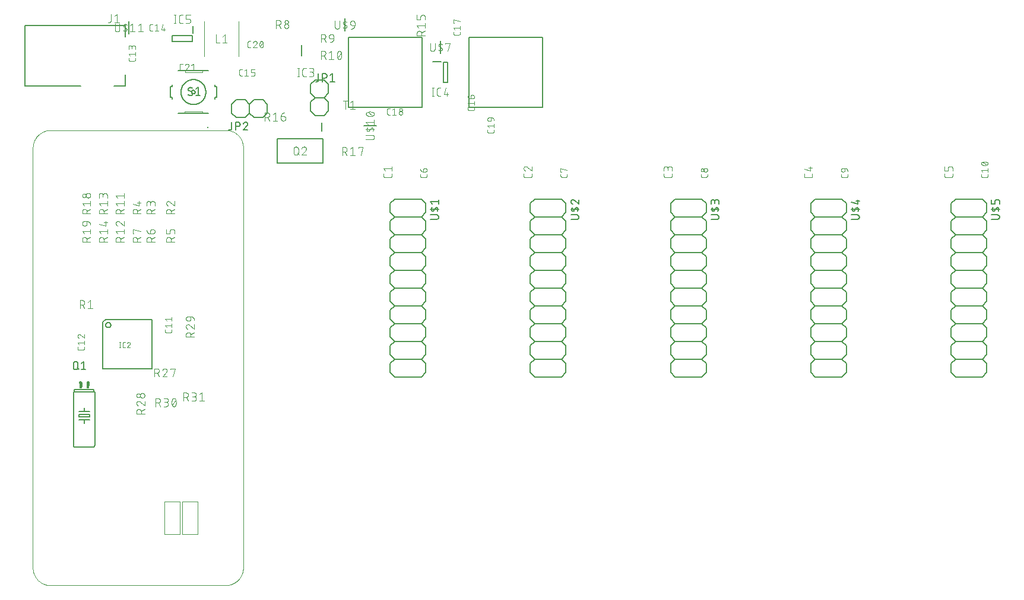
<source format=gbr>
G04 EAGLE Gerber RS-274X export*
G75*
%MOMM*%
%FSLAX34Y34*%
%LPD*%
%INSilkscreen Top*%
%IPPOS*%
%AMOC8*
5,1,8,0,0,1.08239X$1,22.5*%
G01*
%ADD10C,0.100000*%
%ADD11C,0.100000*%
%ADD12C,0.152400*%
%ADD13C,0.127000*%
%ADD14C,0.101600*%
%ADD15C,0.076200*%
%ADD16C,0.406400*%
%ADD17R,0.406400X0.584200*%
%ADD18C,0.200000*%
%ADD19C,0.203200*%
%ADD20C,0.050800*%


D10*
X249900Y134850D02*
X249900Y88850D01*
X227900Y88850D01*
X227900Y134850D01*
X249900Y134850D01*
X224500Y134850D02*
X224500Y88850D01*
X202500Y88850D01*
X202500Y134850D01*
X224500Y134850D01*
D11*
X264500Y669850D03*
D10*
X264498Y669806D01*
X264492Y669763D01*
X264483Y669721D01*
X264470Y669679D01*
X264453Y669639D01*
X264433Y669600D01*
X264410Y669563D01*
X264383Y669529D01*
X264354Y669496D01*
X264321Y669467D01*
X264287Y669440D01*
X264250Y669417D01*
X264211Y669397D01*
X264171Y669380D01*
X264129Y669367D01*
X264087Y669358D01*
X264044Y669352D01*
X264000Y669350D01*
X263956Y669352D01*
X263913Y669358D01*
X263871Y669367D01*
X263829Y669380D01*
X263789Y669397D01*
X263750Y669417D01*
X263713Y669440D01*
X263679Y669467D01*
X263646Y669496D01*
X263617Y669529D01*
X263590Y669563D01*
X263567Y669600D01*
X263547Y669639D01*
X263530Y669679D01*
X263517Y669721D01*
X263508Y669763D01*
X263502Y669806D01*
X263500Y669850D01*
D11*
X263500Y669850D03*
D10*
X263502Y669894D01*
X263508Y669937D01*
X263517Y669979D01*
X263530Y670021D01*
X263547Y670061D01*
X263567Y670100D01*
X263590Y670137D01*
X263617Y670171D01*
X263646Y670204D01*
X263679Y670233D01*
X263713Y670260D01*
X263750Y670283D01*
X263789Y670303D01*
X263829Y670320D01*
X263871Y670333D01*
X263913Y670342D01*
X263956Y670348D01*
X264000Y670350D01*
X264044Y670348D01*
X264087Y670342D01*
X264129Y670333D01*
X264171Y670320D01*
X264211Y670303D01*
X264250Y670283D01*
X264287Y670260D01*
X264321Y670233D01*
X264354Y670204D01*
X264383Y670171D01*
X264410Y670137D01*
X264433Y670100D01*
X264453Y670061D01*
X264470Y670021D01*
X264483Y669979D01*
X264492Y669937D01*
X264498Y669894D01*
X264500Y669850D01*
X289700Y665450D02*
X40500Y665450D01*
X39883Y665442D01*
X39266Y665419D01*
X38650Y665381D01*
X38036Y665328D01*
X37422Y665261D01*
X36811Y665178D01*
X36201Y665081D01*
X35595Y664968D01*
X34991Y664841D01*
X34390Y664700D01*
X33793Y664544D01*
X33200Y664373D01*
X32611Y664189D01*
X32027Y663990D01*
X31448Y663776D01*
X30875Y663549D01*
X30307Y663308D01*
X29745Y663054D01*
X29189Y662785D01*
X28640Y662504D01*
X28098Y662209D01*
X27563Y661901D01*
X27036Y661580D01*
X26517Y661246D01*
X26006Y660900D01*
X25504Y660542D01*
X25010Y660171D01*
X24526Y659789D01*
X24051Y659395D01*
X23586Y658990D01*
X23131Y658573D01*
X22686Y658146D01*
X22251Y657707D01*
X21828Y657259D01*
X21415Y656800D01*
X21013Y656332D01*
X20623Y655853D01*
X20245Y655366D01*
X19879Y654869D01*
X19525Y654364D01*
X19183Y653850D01*
X18854Y653328D01*
X18537Y652799D01*
X18234Y652261D01*
X17943Y651717D01*
X17666Y651166D01*
X17403Y650608D01*
X17153Y650044D01*
X16916Y649473D01*
X16694Y648898D01*
X16486Y648317D01*
X16292Y647731D01*
X16112Y647141D01*
X15946Y646547D01*
X15795Y645948D01*
X15659Y645347D01*
X15537Y644742D01*
X15430Y644134D01*
X15338Y643524D01*
X15260Y642912D01*
X15198Y642298D01*
X15150Y641683D01*
X15117Y641066D01*
X15100Y640450D01*
X15100Y40450D01*
X15108Y39840D01*
X15131Y39230D01*
X15169Y38621D01*
X15221Y38013D01*
X15289Y37407D01*
X15371Y36802D01*
X15468Y36200D01*
X15579Y35600D01*
X15705Y35003D01*
X15846Y34409D01*
X16001Y33819D01*
X16170Y33233D01*
X16354Y32651D01*
X16552Y32074D01*
X16764Y31502D01*
X16989Y30935D01*
X17229Y30374D01*
X17482Y29818D01*
X17748Y29269D01*
X18028Y28727D01*
X18321Y28192D01*
X18627Y27664D01*
X18946Y27144D01*
X19277Y26631D01*
X19621Y26127D01*
X19976Y25631D01*
X20344Y25145D01*
X20724Y24667D01*
X21115Y24199D01*
X21517Y23740D01*
X21931Y23291D01*
X22355Y22853D01*
X22790Y22425D01*
X23235Y22007D01*
X23690Y21601D01*
X24155Y21206D01*
X24630Y20822D01*
X25113Y20450D01*
X25606Y20090D01*
X26107Y19742D01*
X26617Y19407D01*
X27135Y19084D01*
X27660Y18773D01*
X28193Y18476D01*
X28732Y18191D01*
X29279Y17920D01*
X29832Y17662D01*
X30391Y17418D01*
X30956Y17188D01*
X31527Y16971D01*
X32102Y16768D01*
X32682Y16580D01*
X33267Y16406D01*
X33856Y16245D01*
X34448Y16100D01*
X35044Y15969D01*
X35643Y15852D01*
X36245Y15750D01*
X36849Y15663D01*
X37455Y15590D01*
X38062Y15532D01*
X38671Y15489D01*
X39280Y15461D01*
X39890Y15448D01*
X40500Y15450D01*
X289700Y15450D01*
X290317Y15458D01*
X290934Y15481D01*
X291550Y15519D01*
X292164Y15572D01*
X292778Y15639D01*
X293389Y15722D01*
X293999Y15819D01*
X294605Y15932D01*
X295209Y16059D01*
X295810Y16200D01*
X296407Y16356D01*
X297000Y16527D01*
X297589Y16711D01*
X298173Y16910D01*
X298752Y17124D01*
X299325Y17351D01*
X299893Y17592D01*
X300455Y17846D01*
X301011Y18115D01*
X301560Y18396D01*
X302102Y18691D01*
X302637Y18999D01*
X303164Y19320D01*
X303683Y19654D01*
X304194Y20000D01*
X304696Y20358D01*
X305190Y20729D01*
X305674Y21111D01*
X306149Y21505D01*
X306614Y21910D01*
X307069Y22327D01*
X307514Y22754D01*
X307949Y23193D01*
X308372Y23641D01*
X308785Y24100D01*
X309187Y24568D01*
X309577Y25047D01*
X309955Y25534D01*
X310321Y26031D01*
X310675Y26536D01*
X311017Y27050D01*
X311346Y27572D01*
X311663Y28101D01*
X311966Y28639D01*
X312257Y29183D01*
X312534Y29734D01*
X312797Y30292D01*
X313047Y30856D01*
X313284Y31427D01*
X313506Y32002D01*
X313714Y32583D01*
X313908Y33169D01*
X314088Y33759D01*
X314254Y34353D01*
X314405Y34952D01*
X314541Y35553D01*
X314663Y36158D01*
X314770Y36766D01*
X314862Y37376D01*
X314940Y37988D01*
X315002Y38602D01*
X315050Y39217D01*
X315083Y39834D01*
X315100Y40450D01*
X315100Y640450D01*
X315092Y641060D01*
X315069Y641670D01*
X315031Y642279D01*
X314979Y642887D01*
X314911Y643493D01*
X314829Y644098D01*
X314732Y644700D01*
X314621Y645300D01*
X314495Y645897D01*
X314354Y646491D01*
X314199Y647081D01*
X314030Y647667D01*
X313846Y648249D01*
X313648Y648826D01*
X313436Y649398D01*
X313211Y649965D01*
X312971Y650526D01*
X312718Y651082D01*
X312452Y651631D01*
X312172Y652173D01*
X311879Y652708D01*
X311573Y653236D01*
X311254Y653756D01*
X310923Y654269D01*
X310579Y654773D01*
X310224Y655269D01*
X309856Y655755D01*
X309476Y656233D01*
X309085Y656701D01*
X308683Y657160D01*
X308269Y657609D01*
X307845Y658047D01*
X307410Y658475D01*
X306965Y658893D01*
X306510Y659299D01*
X306045Y659694D01*
X305570Y660078D01*
X305087Y660450D01*
X304594Y660810D01*
X304093Y661158D01*
X303583Y661493D01*
X303065Y661816D01*
X302540Y662127D01*
X302007Y662424D01*
X301468Y662709D01*
X300921Y662980D01*
X300368Y663238D01*
X299809Y663482D01*
X299244Y663712D01*
X298673Y663929D01*
X298098Y664132D01*
X297518Y664320D01*
X296933Y664494D01*
X296344Y664655D01*
X295752Y664800D01*
X295156Y664931D01*
X294557Y665048D01*
X293955Y665150D01*
X293351Y665237D01*
X292745Y665310D01*
X292138Y665368D01*
X291529Y665411D01*
X290920Y665439D01*
X290310Y665452D01*
X289700Y665450D01*
D12*
X524600Y560650D02*
X530950Y567000D01*
X524600Y547950D02*
X530950Y541600D01*
X524600Y535250D01*
X524600Y522550D02*
X530950Y516200D01*
X524600Y509850D01*
X524600Y497150D02*
X530950Y490800D01*
X524600Y484450D01*
X524600Y471750D02*
X530950Y465400D01*
X524600Y459050D01*
X524600Y446350D02*
X530950Y440000D01*
X524600Y433650D01*
X524600Y420950D02*
X530950Y414600D01*
X530950Y567000D02*
X569050Y567000D01*
X575400Y560650D01*
X575400Y547950D01*
X569050Y541600D01*
X575400Y535250D01*
X575400Y522550D01*
X569050Y516200D01*
X575400Y509850D01*
X575400Y497150D01*
X569050Y490800D01*
X575400Y484450D01*
X575400Y471750D01*
X569050Y465400D01*
X575400Y459050D01*
X575400Y446350D01*
X569050Y440000D01*
X575400Y433650D01*
X575400Y420950D01*
X569050Y414600D01*
X575400Y408250D01*
X575400Y395550D01*
X569050Y389200D01*
X575400Y382850D01*
X575400Y370150D01*
X569050Y363800D01*
X575400Y357450D01*
X575400Y344750D01*
X569050Y338400D01*
X530950Y338400D02*
X524600Y344750D01*
X524600Y357450D02*
X530950Y363800D01*
X524600Y370150D01*
X524600Y382850D02*
X530950Y389200D01*
X524600Y395550D01*
X524600Y408250D02*
X530950Y414600D01*
X530950Y541600D02*
X569050Y541600D01*
X569050Y516200D02*
X530950Y516200D01*
X530950Y490800D02*
X569050Y490800D01*
X569050Y465400D02*
X530950Y465400D01*
X530950Y440000D02*
X569050Y440000D01*
X569050Y414600D02*
X530950Y414600D01*
X530950Y389200D02*
X569050Y389200D01*
X569050Y363800D02*
X530950Y363800D01*
X530950Y338400D02*
X569050Y338400D01*
X524600Y344750D02*
X524600Y357450D01*
X524600Y370150D02*
X524600Y382850D01*
X524600Y395550D02*
X524600Y408250D01*
X524600Y420950D02*
X524600Y433650D01*
X524600Y446350D02*
X524600Y459050D01*
X524600Y471750D02*
X524600Y484450D01*
X524600Y497150D02*
X524600Y509850D01*
X524600Y522550D02*
X524600Y535250D01*
X524600Y547950D02*
X524600Y560650D01*
X569050Y338400D02*
X575400Y332050D01*
X575400Y319350D01*
X569050Y313000D01*
X530950Y313000D02*
X524600Y319350D01*
X524600Y332050D02*
X530950Y338400D01*
X530950Y313000D02*
X569050Y313000D01*
X524600Y319350D02*
X524600Y332050D01*
D13*
X582385Y538298D02*
X590640Y538298D01*
X590751Y538300D01*
X590861Y538306D01*
X590972Y538315D01*
X591082Y538329D01*
X591191Y538346D01*
X591300Y538367D01*
X591408Y538392D01*
X591515Y538421D01*
X591621Y538453D01*
X591726Y538489D01*
X591829Y538529D01*
X591931Y538572D01*
X592032Y538619D01*
X592131Y538670D01*
X592228Y538723D01*
X592322Y538780D01*
X592415Y538841D01*
X592506Y538904D01*
X592595Y538971D01*
X592681Y539041D01*
X592764Y539114D01*
X592846Y539189D01*
X592924Y539267D01*
X592999Y539349D01*
X593072Y539432D01*
X593142Y539518D01*
X593209Y539607D01*
X593272Y539698D01*
X593333Y539791D01*
X593390Y539886D01*
X593443Y539982D01*
X593494Y540081D01*
X593541Y540182D01*
X593584Y540284D01*
X593624Y540387D01*
X593660Y540492D01*
X593692Y540598D01*
X593721Y540705D01*
X593746Y540813D01*
X593767Y540922D01*
X593784Y541031D01*
X593798Y541141D01*
X593807Y541252D01*
X593813Y541362D01*
X593815Y541473D01*
X593813Y541584D01*
X593807Y541694D01*
X593798Y541805D01*
X593784Y541915D01*
X593767Y542024D01*
X593746Y542133D01*
X593721Y542241D01*
X593692Y542348D01*
X593660Y542454D01*
X593624Y542559D01*
X593584Y542662D01*
X593541Y542764D01*
X593494Y542865D01*
X593443Y542964D01*
X593390Y543060D01*
X593333Y543155D01*
X593272Y543248D01*
X593209Y543339D01*
X593142Y543428D01*
X593072Y543514D01*
X592999Y543597D01*
X592924Y543679D01*
X592846Y543757D01*
X592764Y543832D01*
X592681Y543905D01*
X592595Y543975D01*
X592506Y544042D01*
X592415Y544105D01*
X592322Y544166D01*
X592228Y544223D01*
X592131Y544276D01*
X592032Y544327D01*
X591931Y544374D01*
X591829Y544417D01*
X591726Y544457D01*
X591621Y544493D01*
X591515Y544525D01*
X591408Y544554D01*
X591300Y544579D01*
X591191Y544600D01*
X591082Y544617D01*
X590972Y544631D01*
X590861Y544640D01*
X590751Y544646D01*
X590640Y544648D01*
X582385Y544648D01*
X582385Y552522D02*
X593815Y552522D01*
X588100Y552522D02*
X587148Y550935D01*
X587148Y550934D02*
X587101Y550861D01*
X587052Y550790D01*
X586999Y550721D01*
X586943Y550655D01*
X586884Y550591D01*
X586823Y550530D01*
X586759Y550472D01*
X586692Y550417D01*
X586622Y550365D01*
X586551Y550317D01*
X586477Y550271D01*
X586401Y550229D01*
X586323Y550191D01*
X586244Y550156D01*
X586163Y550125D01*
X586081Y550098D01*
X585998Y550074D01*
X585913Y550054D01*
X585828Y550038D01*
X585742Y550026D01*
X585656Y550018D01*
X585570Y550014D01*
X585483Y550013D01*
X585396Y550017D01*
X585310Y550025D01*
X585224Y550036D01*
X585139Y550052D01*
X585055Y550071D01*
X584971Y550094D01*
X584889Y550121D01*
X584808Y550152D01*
X584728Y550187D01*
X584651Y550224D01*
X584575Y550266D01*
X584500Y550311D01*
X584429Y550359D01*
X584359Y550411D01*
X584292Y550465D01*
X584227Y550523D01*
X584165Y550583D01*
X584106Y550647D01*
X584050Y550713D01*
X583996Y550781D01*
X583947Y550852D01*
X583900Y550925D01*
X583857Y551000D01*
X583817Y551077D01*
X583781Y551155D01*
X583748Y551236D01*
X583719Y551317D01*
X583694Y551400D01*
X583672Y551484D01*
X583655Y551569D01*
X583655Y551570D02*
X583632Y551707D01*
X583612Y551846D01*
X583597Y551984D01*
X583585Y552123D01*
X583577Y552263D01*
X583574Y552402D01*
X583573Y552542D01*
X583577Y552681D01*
X583585Y552820D01*
X583596Y552959D01*
X583612Y553098D01*
X583631Y553236D01*
X583654Y553374D01*
X583681Y553511D01*
X583712Y553647D01*
X583746Y553782D01*
X583784Y553916D01*
X583826Y554050D01*
X583872Y554181D01*
X583921Y554312D01*
X583974Y554441D01*
X584030Y554569D01*
X584090Y554695D01*
X584153Y554819D01*
X584220Y554942D01*
X584290Y555062D01*
X588100Y552522D02*
X589053Y554110D01*
X589052Y554110D02*
X589099Y554183D01*
X589148Y554254D01*
X589201Y554323D01*
X589257Y554389D01*
X589316Y554453D01*
X589377Y554514D01*
X589441Y554572D01*
X589508Y554627D01*
X589578Y554679D01*
X589649Y554727D01*
X589723Y554773D01*
X589799Y554815D01*
X589877Y554853D01*
X589956Y554888D01*
X590037Y554919D01*
X590119Y554946D01*
X590202Y554970D01*
X590287Y554990D01*
X590372Y555006D01*
X590458Y555018D01*
X590544Y555026D01*
X590630Y555030D01*
X590717Y555031D01*
X590804Y555027D01*
X590890Y555019D01*
X590976Y555008D01*
X591061Y554992D01*
X591145Y554973D01*
X591229Y554950D01*
X591311Y554923D01*
X591392Y554892D01*
X591472Y554857D01*
X591549Y554820D01*
X591625Y554778D01*
X591700Y554733D01*
X591771Y554685D01*
X591841Y554633D01*
X591908Y554579D01*
X591973Y554521D01*
X592035Y554461D01*
X592094Y554397D01*
X592150Y554331D01*
X592204Y554263D01*
X592253Y554192D01*
X592300Y554119D01*
X592343Y554044D01*
X592383Y553967D01*
X592419Y553889D01*
X592452Y553808D01*
X592481Y553727D01*
X592506Y553644D01*
X592528Y553560D01*
X592545Y553475D01*
X592545Y553474D02*
X592568Y553337D01*
X592588Y553198D01*
X592603Y553060D01*
X592615Y552921D01*
X592623Y552781D01*
X592626Y552642D01*
X592627Y552502D01*
X592623Y552363D01*
X592615Y552224D01*
X592604Y552085D01*
X592588Y551946D01*
X592569Y551808D01*
X592546Y551670D01*
X592519Y551533D01*
X592488Y551397D01*
X592454Y551262D01*
X592416Y551128D01*
X592374Y550994D01*
X592328Y550863D01*
X592279Y550732D01*
X592226Y550603D01*
X592170Y550475D01*
X592110Y550349D01*
X592047Y550225D01*
X591980Y550102D01*
X591910Y549982D01*
X584925Y560015D02*
X582385Y563190D01*
X593815Y563190D01*
X593815Y560015D02*
X593815Y566365D01*
D12*
X724600Y560650D02*
X730950Y567000D01*
X724600Y547950D02*
X730950Y541600D01*
X724600Y535250D01*
X724600Y522550D02*
X730950Y516200D01*
X724600Y509850D01*
X724600Y497150D02*
X730950Y490800D01*
X724600Y484450D01*
X724600Y471750D02*
X730950Y465400D01*
X724600Y459050D01*
X724600Y446350D02*
X730950Y440000D01*
X724600Y433650D01*
X724600Y420950D02*
X730950Y414600D01*
X730950Y567000D02*
X769050Y567000D01*
X775400Y560650D01*
X775400Y547950D01*
X769050Y541600D01*
X775400Y535250D01*
X775400Y522550D01*
X769050Y516200D01*
X775400Y509850D01*
X775400Y497150D01*
X769050Y490800D01*
X775400Y484450D01*
X775400Y471750D01*
X769050Y465400D01*
X775400Y459050D01*
X775400Y446350D01*
X769050Y440000D01*
X775400Y433650D01*
X775400Y420950D01*
X769050Y414600D01*
X775400Y408250D01*
X775400Y395550D01*
X769050Y389200D01*
X775400Y382850D01*
X775400Y370150D01*
X769050Y363800D01*
X775400Y357450D01*
X775400Y344750D01*
X769050Y338400D01*
X730950Y338400D02*
X724600Y344750D01*
X724600Y357450D02*
X730950Y363800D01*
X724600Y370150D01*
X724600Y382850D02*
X730950Y389200D01*
X724600Y395550D01*
X724600Y408250D02*
X730950Y414600D01*
X730950Y541600D02*
X769050Y541600D01*
X769050Y516200D02*
X730950Y516200D01*
X730950Y490800D02*
X769050Y490800D01*
X769050Y465400D02*
X730950Y465400D01*
X730950Y440000D02*
X769050Y440000D01*
X769050Y414600D02*
X730950Y414600D01*
X730950Y389200D02*
X769050Y389200D01*
X769050Y363800D02*
X730950Y363800D01*
X730950Y338400D02*
X769050Y338400D01*
X724600Y344750D02*
X724600Y357450D01*
X724600Y370150D02*
X724600Y382850D01*
X724600Y395550D02*
X724600Y408250D01*
X724600Y420950D02*
X724600Y433650D01*
X724600Y446350D02*
X724600Y459050D01*
X724600Y471750D02*
X724600Y484450D01*
X724600Y497150D02*
X724600Y509850D01*
X724600Y522550D02*
X724600Y535250D01*
X724600Y547950D02*
X724600Y560650D01*
X769050Y338400D02*
X775400Y332050D01*
X775400Y319350D01*
X769050Y313000D01*
X730950Y313000D02*
X724600Y319350D01*
X724600Y332050D02*
X730950Y338400D01*
X730950Y313000D02*
X769050Y313000D01*
X724600Y319350D02*
X724600Y332050D01*
D13*
X782385Y538298D02*
X790640Y538298D01*
X790751Y538300D01*
X790861Y538306D01*
X790972Y538315D01*
X791082Y538329D01*
X791191Y538346D01*
X791300Y538367D01*
X791408Y538392D01*
X791515Y538421D01*
X791621Y538453D01*
X791726Y538489D01*
X791829Y538529D01*
X791931Y538572D01*
X792032Y538619D01*
X792131Y538670D01*
X792228Y538723D01*
X792322Y538780D01*
X792415Y538841D01*
X792506Y538904D01*
X792595Y538971D01*
X792681Y539041D01*
X792764Y539114D01*
X792846Y539189D01*
X792924Y539267D01*
X792999Y539349D01*
X793072Y539432D01*
X793142Y539518D01*
X793209Y539607D01*
X793272Y539698D01*
X793333Y539791D01*
X793390Y539886D01*
X793443Y539982D01*
X793494Y540081D01*
X793541Y540182D01*
X793584Y540284D01*
X793624Y540387D01*
X793660Y540492D01*
X793692Y540598D01*
X793721Y540705D01*
X793746Y540813D01*
X793767Y540922D01*
X793784Y541031D01*
X793798Y541141D01*
X793807Y541252D01*
X793813Y541362D01*
X793815Y541473D01*
X793813Y541584D01*
X793807Y541694D01*
X793798Y541805D01*
X793784Y541915D01*
X793767Y542024D01*
X793746Y542133D01*
X793721Y542241D01*
X793692Y542348D01*
X793660Y542454D01*
X793624Y542559D01*
X793584Y542662D01*
X793541Y542764D01*
X793494Y542865D01*
X793443Y542964D01*
X793390Y543060D01*
X793333Y543155D01*
X793272Y543248D01*
X793209Y543339D01*
X793142Y543428D01*
X793072Y543514D01*
X792999Y543597D01*
X792924Y543679D01*
X792846Y543757D01*
X792764Y543832D01*
X792681Y543905D01*
X792595Y543975D01*
X792506Y544042D01*
X792415Y544105D01*
X792322Y544166D01*
X792228Y544223D01*
X792131Y544276D01*
X792032Y544327D01*
X791931Y544374D01*
X791829Y544417D01*
X791726Y544457D01*
X791621Y544493D01*
X791515Y544525D01*
X791408Y544554D01*
X791300Y544579D01*
X791191Y544600D01*
X791082Y544617D01*
X790972Y544631D01*
X790861Y544640D01*
X790751Y544646D01*
X790640Y544648D01*
X782385Y544648D01*
X782385Y552522D02*
X793815Y552522D01*
X788100Y552522D02*
X787148Y550935D01*
X787148Y550934D02*
X787101Y550861D01*
X787052Y550790D01*
X786999Y550721D01*
X786943Y550655D01*
X786884Y550591D01*
X786823Y550530D01*
X786759Y550472D01*
X786692Y550417D01*
X786622Y550365D01*
X786551Y550317D01*
X786477Y550271D01*
X786401Y550229D01*
X786323Y550191D01*
X786244Y550156D01*
X786163Y550125D01*
X786081Y550098D01*
X785998Y550074D01*
X785913Y550054D01*
X785828Y550038D01*
X785742Y550026D01*
X785656Y550018D01*
X785570Y550014D01*
X785483Y550013D01*
X785396Y550017D01*
X785310Y550025D01*
X785224Y550036D01*
X785139Y550052D01*
X785055Y550071D01*
X784971Y550094D01*
X784889Y550121D01*
X784808Y550152D01*
X784728Y550187D01*
X784651Y550224D01*
X784575Y550266D01*
X784500Y550311D01*
X784429Y550359D01*
X784359Y550411D01*
X784292Y550465D01*
X784227Y550523D01*
X784165Y550583D01*
X784106Y550647D01*
X784050Y550713D01*
X783996Y550781D01*
X783947Y550852D01*
X783900Y550925D01*
X783857Y551000D01*
X783817Y551077D01*
X783781Y551155D01*
X783748Y551236D01*
X783719Y551317D01*
X783694Y551400D01*
X783672Y551484D01*
X783655Y551569D01*
X783655Y551570D02*
X783632Y551707D01*
X783612Y551846D01*
X783597Y551984D01*
X783585Y552123D01*
X783577Y552263D01*
X783574Y552402D01*
X783573Y552542D01*
X783577Y552681D01*
X783585Y552820D01*
X783596Y552959D01*
X783612Y553098D01*
X783631Y553236D01*
X783654Y553374D01*
X783681Y553511D01*
X783712Y553647D01*
X783746Y553782D01*
X783784Y553916D01*
X783826Y554050D01*
X783872Y554181D01*
X783921Y554312D01*
X783974Y554441D01*
X784030Y554569D01*
X784090Y554695D01*
X784153Y554819D01*
X784220Y554942D01*
X784290Y555062D01*
X788100Y552522D02*
X789053Y554110D01*
X789052Y554110D02*
X789099Y554183D01*
X789148Y554254D01*
X789201Y554323D01*
X789257Y554389D01*
X789316Y554453D01*
X789377Y554514D01*
X789441Y554572D01*
X789508Y554627D01*
X789578Y554679D01*
X789649Y554727D01*
X789723Y554773D01*
X789799Y554815D01*
X789877Y554853D01*
X789956Y554888D01*
X790037Y554919D01*
X790119Y554946D01*
X790202Y554970D01*
X790287Y554990D01*
X790372Y555006D01*
X790458Y555018D01*
X790544Y555026D01*
X790630Y555030D01*
X790717Y555031D01*
X790804Y555027D01*
X790890Y555019D01*
X790976Y555008D01*
X791061Y554992D01*
X791145Y554973D01*
X791229Y554950D01*
X791311Y554923D01*
X791392Y554892D01*
X791472Y554857D01*
X791549Y554820D01*
X791625Y554778D01*
X791700Y554733D01*
X791771Y554685D01*
X791841Y554633D01*
X791908Y554579D01*
X791973Y554521D01*
X792035Y554461D01*
X792094Y554397D01*
X792150Y554331D01*
X792204Y554263D01*
X792253Y554192D01*
X792300Y554119D01*
X792343Y554044D01*
X792383Y553967D01*
X792419Y553889D01*
X792452Y553808D01*
X792481Y553727D01*
X792506Y553644D01*
X792528Y553560D01*
X792545Y553475D01*
X792545Y553474D02*
X792568Y553337D01*
X792588Y553198D01*
X792603Y553060D01*
X792615Y552921D01*
X792623Y552781D01*
X792626Y552642D01*
X792627Y552502D01*
X792623Y552363D01*
X792615Y552224D01*
X792604Y552085D01*
X792588Y551946D01*
X792569Y551808D01*
X792546Y551670D01*
X792519Y551533D01*
X792488Y551397D01*
X792454Y551262D01*
X792416Y551128D01*
X792374Y550994D01*
X792328Y550863D01*
X792279Y550732D01*
X792226Y550603D01*
X792170Y550475D01*
X792110Y550349D01*
X792047Y550225D01*
X791980Y550102D01*
X791910Y549982D01*
X782385Y563508D02*
X782387Y563612D01*
X782393Y563717D01*
X782402Y563821D01*
X782415Y563924D01*
X782433Y564027D01*
X782453Y564129D01*
X782478Y564231D01*
X782506Y564331D01*
X782538Y564431D01*
X782574Y564529D01*
X782613Y564626D01*
X782655Y564721D01*
X782701Y564815D01*
X782751Y564907D01*
X782803Y564997D01*
X782859Y565085D01*
X782919Y565171D01*
X782981Y565255D01*
X783046Y565336D01*
X783114Y565415D01*
X783186Y565492D01*
X783259Y565565D01*
X783336Y565637D01*
X783415Y565705D01*
X783496Y565770D01*
X783580Y565832D01*
X783666Y565892D01*
X783754Y565948D01*
X783844Y566000D01*
X783936Y566050D01*
X784030Y566096D01*
X784125Y566138D01*
X784222Y566177D01*
X784320Y566213D01*
X784420Y566245D01*
X784520Y566273D01*
X784622Y566298D01*
X784724Y566318D01*
X784827Y566336D01*
X784930Y566349D01*
X785034Y566358D01*
X785139Y566364D01*
X785243Y566366D01*
X782385Y563508D02*
X782387Y563390D01*
X782393Y563271D01*
X782402Y563153D01*
X782415Y563036D01*
X782433Y562919D01*
X782453Y562802D01*
X782478Y562686D01*
X782506Y562571D01*
X782539Y562458D01*
X782574Y562345D01*
X782614Y562233D01*
X782656Y562123D01*
X782703Y562014D01*
X782753Y561906D01*
X782806Y561801D01*
X782863Y561697D01*
X782923Y561595D01*
X782986Y561495D01*
X783053Y561397D01*
X783122Y561301D01*
X783195Y561208D01*
X783271Y561117D01*
X783349Y561028D01*
X783431Y560942D01*
X783515Y560859D01*
X783601Y560778D01*
X783691Y560701D01*
X783782Y560626D01*
X783876Y560554D01*
X783973Y560485D01*
X784071Y560420D01*
X784172Y560357D01*
X784275Y560298D01*
X784379Y560242D01*
X784485Y560190D01*
X784593Y560141D01*
X784702Y560096D01*
X784813Y560054D01*
X784925Y560016D01*
X787465Y565413D02*
X787390Y565489D01*
X787311Y565564D01*
X787230Y565635D01*
X787146Y565704D01*
X787060Y565769D01*
X786972Y565831D01*
X786882Y565891D01*
X786790Y565947D01*
X786695Y566000D01*
X786599Y566049D01*
X786501Y566095D01*
X786402Y566138D01*
X786301Y566177D01*
X786199Y566212D01*
X786096Y566244D01*
X785992Y566272D01*
X785887Y566297D01*
X785780Y566318D01*
X785674Y566335D01*
X785567Y566348D01*
X785459Y566357D01*
X785351Y566363D01*
X785243Y566365D01*
X787465Y565413D02*
X793815Y560015D01*
X793815Y566365D01*
D12*
X924600Y560650D02*
X930950Y567000D01*
X924600Y547950D02*
X930950Y541600D01*
X924600Y535250D01*
X924600Y522550D02*
X930950Y516200D01*
X924600Y509850D01*
X924600Y497150D02*
X930950Y490800D01*
X924600Y484450D01*
X924600Y471750D02*
X930950Y465400D01*
X924600Y459050D01*
X924600Y446350D02*
X930950Y440000D01*
X924600Y433650D01*
X924600Y420950D02*
X930950Y414600D01*
X930950Y567000D02*
X969050Y567000D01*
X975400Y560650D01*
X975400Y547950D01*
X969050Y541600D01*
X975400Y535250D01*
X975400Y522550D01*
X969050Y516200D01*
X975400Y509850D01*
X975400Y497150D01*
X969050Y490800D01*
X975400Y484450D01*
X975400Y471750D01*
X969050Y465400D01*
X975400Y459050D01*
X975400Y446350D01*
X969050Y440000D01*
X975400Y433650D01*
X975400Y420950D01*
X969050Y414600D01*
X975400Y408250D01*
X975400Y395550D01*
X969050Y389200D01*
X975400Y382850D01*
X975400Y370150D01*
X969050Y363800D01*
X975400Y357450D01*
X975400Y344750D01*
X969050Y338400D01*
X930950Y338400D02*
X924600Y344750D01*
X924600Y357450D02*
X930950Y363800D01*
X924600Y370150D01*
X924600Y382850D02*
X930950Y389200D01*
X924600Y395550D01*
X924600Y408250D02*
X930950Y414600D01*
X930950Y541600D02*
X969050Y541600D01*
X969050Y516200D02*
X930950Y516200D01*
X930950Y490800D02*
X969050Y490800D01*
X969050Y465400D02*
X930950Y465400D01*
X930950Y440000D02*
X969050Y440000D01*
X969050Y414600D02*
X930950Y414600D01*
X930950Y389200D02*
X969050Y389200D01*
X969050Y363800D02*
X930950Y363800D01*
X930950Y338400D02*
X969050Y338400D01*
X924600Y344750D02*
X924600Y357450D01*
X924600Y370150D02*
X924600Y382850D01*
X924600Y395550D02*
X924600Y408250D01*
X924600Y420950D02*
X924600Y433650D01*
X924600Y446350D02*
X924600Y459050D01*
X924600Y471750D02*
X924600Y484450D01*
X924600Y497150D02*
X924600Y509850D01*
X924600Y522550D02*
X924600Y535250D01*
X924600Y547950D02*
X924600Y560650D01*
X969050Y338400D02*
X975400Y332050D01*
X975400Y319350D01*
X969050Y313000D01*
X930950Y313000D02*
X924600Y319350D01*
X924600Y332050D02*
X930950Y338400D01*
X930950Y313000D02*
X969050Y313000D01*
X924600Y319350D02*
X924600Y332050D01*
D13*
X982385Y538298D02*
X990640Y538298D01*
X990751Y538300D01*
X990861Y538306D01*
X990972Y538315D01*
X991082Y538329D01*
X991191Y538346D01*
X991300Y538367D01*
X991408Y538392D01*
X991515Y538421D01*
X991621Y538453D01*
X991726Y538489D01*
X991829Y538529D01*
X991931Y538572D01*
X992032Y538619D01*
X992131Y538670D01*
X992228Y538723D01*
X992322Y538780D01*
X992415Y538841D01*
X992506Y538904D01*
X992595Y538971D01*
X992681Y539041D01*
X992764Y539114D01*
X992846Y539189D01*
X992924Y539267D01*
X992999Y539349D01*
X993072Y539432D01*
X993142Y539518D01*
X993209Y539607D01*
X993272Y539698D01*
X993333Y539791D01*
X993390Y539886D01*
X993443Y539982D01*
X993494Y540081D01*
X993541Y540182D01*
X993584Y540284D01*
X993624Y540387D01*
X993660Y540492D01*
X993692Y540598D01*
X993721Y540705D01*
X993746Y540813D01*
X993767Y540922D01*
X993784Y541031D01*
X993798Y541141D01*
X993807Y541252D01*
X993813Y541362D01*
X993815Y541473D01*
X993813Y541584D01*
X993807Y541694D01*
X993798Y541805D01*
X993784Y541915D01*
X993767Y542024D01*
X993746Y542133D01*
X993721Y542241D01*
X993692Y542348D01*
X993660Y542454D01*
X993624Y542559D01*
X993584Y542662D01*
X993541Y542764D01*
X993494Y542865D01*
X993443Y542964D01*
X993390Y543060D01*
X993333Y543155D01*
X993272Y543248D01*
X993209Y543339D01*
X993142Y543428D01*
X993072Y543514D01*
X992999Y543597D01*
X992924Y543679D01*
X992846Y543757D01*
X992764Y543832D01*
X992681Y543905D01*
X992595Y543975D01*
X992506Y544042D01*
X992415Y544105D01*
X992322Y544166D01*
X992228Y544223D01*
X992131Y544276D01*
X992032Y544327D01*
X991931Y544374D01*
X991829Y544417D01*
X991726Y544457D01*
X991621Y544493D01*
X991515Y544525D01*
X991408Y544554D01*
X991300Y544579D01*
X991191Y544600D01*
X991082Y544617D01*
X990972Y544631D01*
X990861Y544640D01*
X990751Y544646D01*
X990640Y544648D01*
X982385Y544648D01*
X982385Y552522D02*
X993815Y552522D01*
X988100Y552522D02*
X987148Y550935D01*
X987148Y550934D02*
X987101Y550861D01*
X987052Y550790D01*
X986999Y550721D01*
X986943Y550655D01*
X986884Y550591D01*
X986823Y550530D01*
X986759Y550472D01*
X986692Y550417D01*
X986622Y550365D01*
X986551Y550317D01*
X986477Y550271D01*
X986401Y550229D01*
X986323Y550191D01*
X986244Y550156D01*
X986163Y550125D01*
X986081Y550098D01*
X985998Y550074D01*
X985913Y550054D01*
X985828Y550038D01*
X985742Y550026D01*
X985656Y550018D01*
X985570Y550014D01*
X985483Y550013D01*
X985396Y550017D01*
X985310Y550025D01*
X985224Y550036D01*
X985139Y550052D01*
X985055Y550071D01*
X984971Y550094D01*
X984889Y550121D01*
X984808Y550152D01*
X984728Y550187D01*
X984651Y550224D01*
X984575Y550266D01*
X984500Y550311D01*
X984429Y550359D01*
X984359Y550411D01*
X984292Y550465D01*
X984227Y550523D01*
X984165Y550583D01*
X984106Y550647D01*
X984050Y550713D01*
X983996Y550781D01*
X983947Y550852D01*
X983900Y550925D01*
X983857Y551000D01*
X983817Y551077D01*
X983781Y551155D01*
X983748Y551236D01*
X983719Y551317D01*
X983694Y551400D01*
X983672Y551484D01*
X983655Y551569D01*
X983655Y551570D02*
X983632Y551707D01*
X983612Y551846D01*
X983597Y551984D01*
X983585Y552123D01*
X983577Y552263D01*
X983574Y552402D01*
X983573Y552542D01*
X983577Y552681D01*
X983585Y552820D01*
X983596Y552959D01*
X983612Y553098D01*
X983631Y553236D01*
X983654Y553374D01*
X983681Y553511D01*
X983712Y553647D01*
X983746Y553782D01*
X983784Y553916D01*
X983826Y554050D01*
X983872Y554181D01*
X983921Y554312D01*
X983974Y554441D01*
X984030Y554569D01*
X984090Y554695D01*
X984153Y554819D01*
X984220Y554942D01*
X984290Y555062D01*
X988100Y552522D02*
X989053Y554110D01*
X989052Y554110D02*
X989099Y554183D01*
X989148Y554254D01*
X989201Y554323D01*
X989257Y554389D01*
X989316Y554453D01*
X989377Y554514D01*
X989441Y554572D01*
X989508Y554627D01*
X989578Y554679D01*
X989649Y554727D01*
X989723Y554773D01*
X989799Y554815D01*
X989877Y554853D01*
X989956Y554888D01*
X990037Y554919D01*
X990119Y554946D01*
X990202Y554970D01*
X990287Y554990D01*
X990372Y555006D01*
X990458Y555018D01*
X990544Y555026D01*
X990630Y555030D01*
X990717Y555031D01*
X990804Y555027D01*
X990890Y555019D01*
X990976Y555008D01*
X991061Y554992D01*
X991145Y554973D01*
X991229Y554950D01*
X991311Y554923D01*
X991392Y554892D01*
X991472Y554857D01*
X991549Y554820D01*
X991625Y554778D01*
X991700Y554733D01*
X991771Y554685D01*
X991841Y554633D01*
X991908Y554579D01*
X991973Y554521D01*
X992035Y554461D01*
X992094Y554397D01*
X992150Y554331D01*
X992204Y554263D01*
X992253Y554192D01*
X992300Y554119D01*
X992343Y554044D01*
X992383Y553967D01*
X992419Y553889D01*
X992452Y553808D01*
X992481Y553727D01*
X992506Y553644D01*
X992528Y553560D01*
X992545Y553475D01*
X992545Y553474D02*
X992568Y553337D01*
X992588Y553198D01*
X992603Y553060D01*
X992615Y552921D01*
X992623Y552781D01*
X992626Y552642D01*
X992627Y552502D01*
X992623Y552363D01*
X992615Y552224D01*
X992604Y552085D01*
X992588Y551946D01*
X992569Y551808D01*
X992546Y551670D01*
X992519Y551533D01*
X992488Y551397D01*
X992454Y551262D01*
X992416Y551128D01*
X992374Y550994D01*
X992328Y550863D01*
X992279Y550732D01*
X992226Y550603D01*
X992170Y550475D01*
X992110Y550349D01*
X992047Y550225D01*
X991980Y550102D01*
X991910Y549982D01*
X993815Y560015D02*
X993815Y563190D01*
X993813Y563301D01*
X993807Y563411D01*
X993798Y563522D01*
X993784Y563632D01*
X993767Y563741D01*
X993746Y563850D01*
X993721Y563958D01*
X993692Y564065D01*
X993660Y564171D01*
X993624Y564276D01*
X993584Y564379D01*
X993541Y564481D01*
X993494Y564582D01*
X993443Y564681D01*
X993390Y564778D01*
X993333Y564872D01*
X993272Y564965D01*
X993209Y565056D01*
X993142Y565145D01*
X993072Y565231D01*
X992999Y565314D01*
X992924Y565396D01*
X992846Y565474D01*
X992764Y565549D01*
X992681Y565622D01*
X992595Y565692D01*
X992506Y565759D01*
X992415Y565822D01*
X992322Y565883D01*
X992228Y565940D01*
X992131Y565993D01*
X992032Y566044D01*
X991931Y566091D01*
X991829Y566134D01*
X991726Y566174D01*
X991621Y566210D01*
X991515Y566242D01*
X991408Y566271D01*
X991300Y566296D01*
X991191Y566317D01*
X991082Y566334D01*
X990972Y566348D01*
X990861Y566357D01*
X990751Y566363D01*
X990640Y566365D01*
X990529Y566363D01*
X990419Y566357D01*
X990308Y566348D01*
X990198Y566334D01*
X990089Y566317D01*
X989980Y566296D01*
X989872Y566271D01*
X989765Y566242D01*
X989659Y566210D01*
X989554Y566174D01*
X989451Y566134D01*
X989349Y566091D01*
X989248Y566044D01*
X989149Y565993D01*
X989053Y565940D01*
X988958Y565883D01*
X988865Y565822D01*
X988774Y565759D01*
X988685Y565692D01*
X988599Y565622D01*
X988516Y565549D01*
X988434Y565474D01*
X988356Y565396D01*
X988281Y565314D01*
X988208Y565231D01*
X988138Y565145D01*
X988071Y565056D01*
X988008Y564965D01*
X987947Y564872D01*
X987890Y564778D01*
X987837Y564681D01*
X987786Y564582D01*
X987739Y564481D01*
X987696Y564379D01*
X987656Y564276D01*
X987620Y564171D01*
X987588Y564065D01*
X987559Y563958D01*
X987534Y563850D01*
X987513Y563741D01*
X987496Y563632D01*
X987482Y563522D01*
X987473Y563411D01*
X987467Y563301D01*
X987465Y563190D01*
X982385Y563825D02*
X982385Y560015D01*
X982385Y563825D02*
X982387Y563925D01*
X982393Y564024D01*
X982403Y564124D01*
X982416Y564222D01*
X982434Y564321D01*
X982455Y564418D01*
X982480Y564514D01*
X982509Y564610D01*
X982542Y564704D01*
X982578Y564797D01*
X982618Y564888D01*
X982662Y564978D01*
X982709Y565066D01*
X982759Y565152D01*
X982813Y565236D01*
X982870Y565318D01*
X982930Y565397D01*
X982994Y565475D01*
X983060Y565549D01*
X983129Y565621D01*
X983201Y565690D01*
X983275Y565756D01*
X983353Y565820D01*
X983432Y565880D01*
X983514Y565937D01*
X983598Y565991D01*
X983684Y566041D01*
X983772Y566088D01*
X983862Y566132D01*
X983953Y566172D01*
X984046Y566208D01*
X984140Y566241D01*
X984236Y566270D01*
X984332Y566295D01*
X984429Y566316D01*
X984528Y566334D01*
X984626Y566347D01*
X984726Y566357D01*
X984825Y566363D01*
X984925Y566365D01*
X985025Y566363D01*
X985124Y566357D01*
X985224Y566347D01*
X985322Y566334D01*
X985421Y566316D01*
X985518Y566295D01*
X985614Y566270D01*
X985710Y566241D01*
X985804Y566208D01*
X985897Y566172D01*
X985988Y566132D01*
X986078Y566088D01*
X986166Y566041D01*
X986252Y565991D01*
X986336Y565937D01*
X986418Y565880D01*
X986497Y565820D01*
X986575Y565756D01*
X986649Y565690D01*
X986721Y565621D01*
X986790Y565549D01*
X986856Y565475D01*
X986920Y565397D01*
X986980Y565318D01*
X987037Y565236D01*
X987091Y565152D01*
X987141Y565066D01*
X987188Y564978D01*
X987232Y564888D01*
X987272Y564797D01*
X987308Y564704D01*
X987341Y564610D01*
X987370Y564514D01*
X987395Y564418D01*
X987416Y564321D01*
X987434Y564222D01*
X987447Y564124D01*
X987457Y564024D01*
X987463Y563925D01*
X987465Y563825D01*
X987465Y561285D01*
D12*
X1124600Y560650D02*
X1130950Y567000D01*
X1124600Y547950D02*
X1130950Y541600D01*
X1124600Y535250D01*
X1124600Y522550D02*
X1130950Y516200D01*
X1124600Y509850D01*
X1124600Y497150D02*
X1130950Y490800D01*
X1124600Y484450D01*
X1124600Y471750D02*
X1130950Y465400D01*
X1124600Y459050D01*
X1124600Y446350D02*
X1130950Y440000D01*
X1124600Y433650D01*
X1124600Y420950D02*
X1130950Y414600D01*
X1130950Y567000D02*
X1169050Y567000D01*
X1175400Y560650D01*
X1175400Y547950D01*
X1169050Y541600D01*
X1175400Y535250D01*
X1175400Y522550D01*
X1169050Y516200D01*
X1175400Y509850D01*
X1175400Y497150D01*
X1169050Y490800D01*
X1175400Y484450D01*
X1175400Y471750D01*
X1169050Y465400D01*
X1175400Y459050D01*
X1175400Y446350D01*
X1169050Y440000D01*
X1175400Y433650D01*
X1175400Y420950D01*
X1169050Y414600D01*
X1175400Y408250D01*
X1175400Y395550D01*
X1169050Y389200D01*
X1175400Y382850D01*
X1175400Y370150D01*
X1169050Y363800D01*
X1175400Y357450D01*
X1175400Y344750D01*
X1169050Y338400D01*
X1130950Y338400D02*
X1124600Y344750D01*
X1124600Y357450D02*
X1130950Y363800D01*
X1124600Y370150D01*
X1124600Y382850D02*
X1130950Y389200D01*
X1124600Y395550D01*
X1124600Y408250D02*
X1130950Y414600D01*
X1130950Y541600D02*
X1169050Y541600D01*
X1169050Y516200D02*
X1130950Y516200D01*
X1130950Y490800D02*
X1169050Y490800D01*
X1169050Y465400D02*
X1130950Y465400D01*
X1130950Y440000D02*
X1169050Y440000D01*
X1169050Y414600D02*
X1130950Y414600D01*
X1130950Y389200D02*
X1169050Y389200D01*
X1169050Y363800D02*
X1130950Y363800D01*
X1130950Y338400D02*
X1169050Y338400D01*
X1124600Y344750D02*
X1124600Y357450D01*
X1124600Y370150D02*
X1124600Y382850D01*
X1124600Y395550D02*
X1124600Y408250D01*
X1124600Y420950D02*
X1124600Y433650D01*
X1124600Y446350D02*
X1124600Y459050D01*
X1124600Y471750D02*
X1124600Y484450D01*
X1124600Y497150D02*
X1124600Y509850D01*
X1124600Y522550D02*
X1124600Y535250D01*
X1124600Y547950D02*
X1124600Y560650D01*
X1169050Y338400D02*
X1175400Y332050D01*
X1175400Y319350D01*
X1169050Y313000D01*
X1130950Y313000D02*
X1124600Y319350D01*
X1124600Y332050D02*
X1130950Y338400D01*
X1130950Y313000D02*
X1169050Y313000D01*
X1124600Y319350D02*
X1124600Y332050D01*
D13*
X1182385Y538298D02*
X1190640Y538298D01*
X1190751Y538300D01*
X1190861Y538306D01*
X1190972Y538315D01*
X1191082Y538329D01*
X1191191Y538346D01*
X1191300Y538367D01*
X1191408Y538392D01*
X1191515Y538421D01*
X1191621Y538453D01*
X1191726Y538489D01*
X1191829Y538529D01*
X1191931Y538572D01*
X1192032Y538619D01*
X1192131Y538670D01*
X1192228Y538723D01*
X1192322Y538780D01*
X1192415Y538841D01*
X1192506Y538904D01*
X1192595Y538971D01*
X1192681Y539041D01*
X1192764Y539114D01*
X1192846Y539189D01*
X1192924Y539267D01*
X1192999Y539349D01*
X1193072Y539432D01*
X1193142Y539518D01*
X1193209Y539607D01*
X1193272Y539698D01*
X1193333Y539791D01*
X1193390Y539886D01*
X1193443Y539982D01*
X1193494Y540081D01*
X1193541Y540182D01*
X1193584Y540284D01*
X1193624Y540387D01*
X1193660Y540492D01*
X1193692Y540598D01*
X1193721Y540705D01*
X1193746Y540813D01*
X1193767Y540922D01*
X1193784Y541031D01*
X1193798Y541141D01*
X1193807Y541252D01*
X1193813Y541362D01*
X1193815Y541473D01*
X1193813Y541584D01*
X1193807Y541694D01*
X1193798Y541805D01*
X1193784Y541915D01*
X1193767Y542024D01*
X1193746Y542133D01*
X1193721Y542241D01*
X1193692Y542348D01*
X1193660Y542454D01*
X1193624Y542559D01*
X1193584Y542662D01*
X1193541Y542764D01*
X1193494Y542865D01*
X1193443Y542964D01*
X1193390Y543060D01*
X1193333Y543155D01*
X1193272Y543248D01*
X1193209Y543339D01*
X1193142Y543428D01*
X1193072Y543514D01*
X1192999Y543597D01*
X1192924Y543679D01*
X1192846Y543757D01*
X1192764Y543832D01*
X1192681Y543905D01*
X1192595Y543975D01*
X1192506Y544042D01*
X1192415Y544105D01*
X1192322Y544166D01*
X1192228Y544223D01*
X1192131Y544276D01*
X1192032Y544327D01*
X1191931Y544374D01*
X1191829Y544417D01*
X1191726Y544457D01*
X1191621Y544493D01*
X1191515Y544525D01*
X1191408Y544554D01*
X1191300Y544579D01*
X1191191Y544600D01*
X1191082Y544617D01*
X1190972Y544631D01*
X1190861Y544640D01*
X1190751Y544646D01*
X1190640Y544648D01*
X1182385Y544648D01*
X1182385Y552522D02*
X1193815Y552522D01*
X1188100Y552522D02*
X1187148Y550935D01*
X1187148Y550934D02*
X1187101Y550861D01*
X1187052Y550790D01*
X1186999Y550721D01*
X1186943Y550655D01*
X1186884Y550591D01*
X1186823Y550530D01*
X1186759Y550472D01*
X1186692Y550417D01*
X1186622Y550365D01*
X1186551Y550317D01*
X1186477Y550271D01*
X1186401Y550229D01*
X1186323Y550191D01*
X1186244Y550156D01*
X1186163Y550125D01*
X1186081Y550098D01*
X1185998Y550074D01*
X1185913Y550054D01*
X1185828Y550038D01*
X1185742Y550026D01*
X1185656Y550018D01*
X1185570Y550014D01*
X1185483Y550013D01*
X1185396Y550017D01*
X1185310Y550025D01*
X1185224Y550036D01*
X1185139Y550052D01*
X1185055Y550071D01*
X1184971Y550094D01*
X1184889Y550121D01*
X1184808Y550152D01*
X1184728Y550187D01*
X1184651Y550224D01*
X1184575Y550266D01*
X1184500Y550311D01*
X1184429Y550359D01*
X1184359Y550411D01*
X1184292Y550465D01*
X1184227Y550523D01*
X1184165Y550583D01*
X1184106Y550647D01*
X1184050Y550713D01*
X1183996Y550781D01*
X1183947Y550852D01*
X1183900Y550925D01*
X1183857Y551000D01*
X1183817Y551077D01*
X1183781Y551155D01*
X1183748Y551236D01*
X1183719Y551317D01*
X1183694Y551400D01*
X1183672Y551484D01*
X1183655Y551569D01*
X1183655Y551570D02*
X1183632Y551707D01*
X1183612Y551846D01*
X1183597Y551984D01*
X1183585Y552123D01*
X1183577Y552263D01*
X1183574Y552402D01*
X1183573Y552542D01*
X1183577Y552681D01*
X1183585Y552820D01*
X1183596Y552959D01*
X1183612Y553098D01*
X1183631Y553236D01*
X1183654Y553374D01*
X1183681Y553511D01*
X1183712Y553647D01*
X1183746Y553782D01*
X1183784Y553916D01*
X1183826Y554050D01*
X1183872Y554181D01*
X1183921Y554312D01*
X1183974Y554441D01*
X1184030Y554569D01*
X1184090Y554695D01*
X1184153Y554819D01*
X1184220Y554942D01*
X1184290Y555062D01*
X1188100Y552522D02*
X1189053Y554110D01*
X1189052Y554110D02*
X1189099Y554183D01*
X1189148Y554254D01*
X1189201Y554323D01*
X1189257Y554389D01*
X1189316Y554453D01*
X1189377Y554514D01*
X1189441Y554572D01*
X1189508Y554627D01*
X1189578Y554679D01*
X1189649Y554727D01*
X1189723Y554773D01*
X1189799Y554815D01*
X1189877Y554853D01*
X1189956Y554888D01*
X1190037Y554919D01*
X1190119Y554946D01*
X1190202Y554970D01*
X1190287Y554990D01*
X1190372Y555006D01*
X1190458Y555018D01*
X1190544Y555026D01*
X1190630Y555030D01*
X1190717Y555031D01*
X1190804Y555027D01*
X1190890Y555019D01*
X1190976Y555008D01*
X1191061Y554992D01*
X1191145Y554973D01*
X1191229Y554950D01*
X1191311Y554923D01*
X1191392Y554892D01*
X1191472Y554857D01*
X1191549Y554820D01*
X1191625Y554778D01*
X1191700Y554733D01*
X1191771Y554685D01*
X1191841Y554633D01*
X1191908Y554579D01*
X1191973Y554521D01*
X1192035Y554461D01*
X1192094Y554397D01*
X1192150Y554331D01*
X1192204Y554263D01*
X1192253Y554192D01*
X1192300Y554119D01*
X1192343Y554044D01*
X1192383Y553967D01*
X1192419Y553889D01*
X1192452Y553808D01*
X1192481Y553727D01*
X1192506Y553644D01*
X1192528Y553560D01*
X1192545Y553475D01*
X1192545Y553474D02*
X1192568Y553337D01*
X1192588Y553198D01*
X1192603Y553060D01*
X1192615Y552921D01*
X1192623Y552781D01*
X1192626Y552642D01*
X1192627Y552502D01*
X1192623Y552363D01*
X1192615Y552224D01*
X1192604Y552085D01*
X1192588Y551946D01*
X1192569Y551808D01*
X1192546Y551670D01*
X1192519Y551533D01*
X1192488Y551397D01*
X1192454Y551262D01*
X1192416Y551128D01*
X1192374Y550994D01*
X1192328Y550863D01*
X1192279Y550732D01*
X1192226Y550603D01*
X1192170Y550475D01*
X1192110Y550349D01*
X1192047Y550225D01*
X1191980Y550102D01*
X1191910Y549982D01*
X1191275Y560015D02*
X1182385Y562555D01*
X1191275Y560015D02*
X1191275Y566365D01*
X1188735Y564460D02*
X1193815Y564460D01*
D12*
X1324600Y560650D02*
X1330950Y567000D01*
X1324600Y547950D02*
X1330950Y541600D01*
X1324600Y535250D01*
X1324600Y522550D02*
X1330950Y516200D01*
X1324600Y509850D01*
X1324600Y497150D02*
X1330950Y490800D01*
X1324600Y484450D01*
X1324600Y471750D02*
X1330950Y465400D01*
X1324600Y459050D01*
X1324600Y446350D02*
X1330950Y440000D01*
X1324600Y433650D01*
X1324600Y420950D02*
X1330950Y414600D01*
X1330950Y567000D02*
X1369050Y567000D01*
X1375400Y560650D01*
X1375400Y547950D01*
X1369050Y541600D01*
X1375400Y535250D01*
X1375400Y522550D01*
X1369050Y516200D01*
X1375400Y509850D01*
X1375400Y497150D01*
X1369050Y490800D01*
X1375400Y484450D01*
X1375400Y471750D01*
X1369050Y465400D01*
X1375400Y459050D01*
X1375400Y446350D01*
X1369050Y440000D01*
X1375400Y433650D01*
X1375400Y420950D01*
X1369050Y414600D01*
X1375400Y408250D01*
X1375400Y395550D01*
X1369050Y389200D01*
X1375400Y382850D01*
X1375400Y370150D01*
X1369050Y363800D01*
X1375400Y357450D01*
X1375400Y344750D01*
X1369050Y338400D01*
X1330950Y338400D02*
X1324600Y344750D01*
X1324600Y357450D02*
X1330950Y363800D01*
X1324600Y370150D01*
X1324600Y382850D02*
X1330950Y389200D01*
X1324600Y395550D01*
X1324600Y408250D02*
X1330950Y414600D01*
X1330950Y541600D02*
X1369050Y541600D01*
X1369050Y516200D02*
X1330950Y516200D01*
X1330950Y490800D02*
X1369050Y490800D01*
X1369050Y465400D02*
X1330950Y465400D01*
X1330950Y440000D02*
X1369050Y440000D01*
X1369050Y414600D02*
X1330950Y414600D01*
X1330950Y389200D02*
X1369050Y389200D01*
X1369050Y363800D02*
X1330950Y363800D01*
X1330950Y338400D02*
X1369050Y338400D01*
X1324600Y344750D02*
X1324600Y357450D01*
X1324600Y370150D02*
X1324600Y382850D01*
X1324600Y395550D02*
X1324600Y408250D01*
X1324600Y420950D02*
X1324600Y433650D01*
X1324600Y446350D02*
X1324600Y459050D01*
X1324600Y471750D02*
X1324600Y484450D01*
X1324600Y497150D02*
X1324600Y509850D01*
X1324600Y522550D02*
X1324600Y535250D01*
X1324600Y547950D02*
X1324600Y560650D01*
X1369050Y338400D02*
X1375400Y332050D01*
X1375400Y319350D01*
X1369050Y313000D01*
X1330950Y313000D02*
X1324600Y319350D01*
X1324600Y332050D02*
X1330950Y338400D01*
X1330950Y313000D02*
X1369050Y313000D01*
X1324600Y319350D02*
X1324600Y332050D01*
D13*
X1382385Y538298D02*
X1390640Y538298D01*
X1390751Y538300D01*
X1390861Y538306D01*
X1390972Y538315D01*
X1391082Y538329D01*
X1391191Y538346D01*
X1391300Y538367D01*
X1391408Y538392D01*
X1391515Y538421D01*
X1391621Y538453D01*
X1391726Y538489D01*
X1391829Y538529D01*
X1391931Y538572D01*
X1392032Y538619D01*
X1392131Y538670D01*
X1392228Y538723D01*
X1392322Y538780D01*
X1392415Y538841D01*
X1392506Y538904D01*
X1392595Y538971D01*
X1392681Y539041D01*
X1392764Y539114D01*
X1392846Y539189D01*
X1392924Y539267D01*
X1392999Y539349D01*
X1393072Y539432D01*
X1393142Y539518D01*
X1393209Y539607D01*
X1393272Y539698D01*
X1393333Y539791D01*
X1393390Y539886D01*
X1393443Y539982D01*
X1393494Y540081D01*
X1393541Y540182D01*
X1393584Y540284D01*
X1393624Y540387D01*
X1393660Y540492D01*
X1393692Y540598D01*
X1393721Y540705D01*
X1393746Y540813D01*
X1393767Y540922D01*
X1393784Y541031D01*
X1393798Y541141D01*
X1393807Y541252D01*
X1393813Y541362D01*
X1393815Y541473D01*
X1393813Y541584D01*
X1393807Y541694D01*
X1393798Y541805D01*
X1393784Y541915D01*
X1393767Y542024D01*
X1393746Y542133D01*
X1393721Y542241D01*
X1393692Y542348D01*
X1393660Y542454D01*
X1393624Y542559D01*
X1393584Y542662D01*
X1393541Y542764D01*
X1393494Y542865D01*
X1393443Y542964D01*
X1393390Y543060D01*
X1393333Y543155D01*
X1393272Y543248D01*
X1393209Y543339D01*
X1393142Y543428D01*
X1393072Y543514D01*
X1392999Y543597D01*
X1392924Y543679D01*
X1392846Y543757D01*
X1392764Y543832D01*
X1392681Y543905D01*
X1392595Y543975D01*
X1392506Y544042D01*
X1392415Y544105D01*
X1392322Y544166D01*
X1392228Y544223D01*
X1392131Y544276D01*
X1392032Y544327D01*
X1391931Y544374D01*
X1391829Y544417D01*
X1391726Y544457D01*
X1391621Y544493D01*
X1391515Y544525D01*
X1391408Y544554D01*
X1391300Y544579D01*
X1391191Y544600D01*
X1391082Y544617D01*
X1390972Y544631D01*
X1390861Y544640D01*
X1390751Y544646D01*
X1390640Y544648D01*
X1382385Y544648D01*
X1382385Y552522D02*
X1393815Y552522D01*
X1388100Y552522D02*
X1387148Y550935D01*
X1387148Y550934D02*
X1387101Y550861D01*
X1387052Y550790D01*
X1386999Y550721D01*
X1386943Y550655D01*
X1386884Y550591D01*
X1386823Y550530D01*
X1386759Y550472D01*
X1386692Y550417D01*
X1386622Y550365D01*
X1386551Y550317D01*
X1386477Y550271D01*
X1386401Y550229D01*
X1386323Y550191D01*
X1386244Y550156D01*
X1386163Y550125D01*
X1386081Y550098D01*
X1385998Y550074D01*
X1385913Y550054D01*
X1385828Y550038D01*
X1385742Y550026D01*
X1385656Y550018D01*
X1385570Y550014D01*
X1385483Y550013D01*
X1385396Y550017D01*
X1385310Y550025D01*
X1385224Y550036D01*
X1385139Y550052D01*
X1385055Y550071D01*
X1384971Y550094D01*
X1384889Y550121D01*
X1384808Y550152D01*
X1384728Y550187D01*
X1384651Y550224D01*
X1384575Y550266D01*
X1384500Y550311D01*
X1384429Y550359D01*
X1384359Y550411D01*
X1384292Y550465D01*
X1384227Y550523D01*
X1384165Y550583D01*
X1384106Y550647D01*
X1384050Y550713D01*
X1383996Y550781D01*
X1383947Y550852D01*
X1383900Y550925D01*
X1383857Y551000D01*
X1383817Y551077D01*
X1383781Y551155D01*
X1383748Y551236D01*
X1383719Y551317D01*
X1383694Y551400D01*
X1383672Y551484D01*
X1383655Y551569D01*
X1383655Y551570D02*
X1383632Y551707D01*
X1383612Y551846D01*
X1383597Y551984D01*
X1383585Y552123D01*
X1383577Y552263D01*
X1383574Y552402D01*
X1383573Y552542D01*
X1383577Y552681D01*
X1383585Y552820D01*
X1383596Y552959D01*
X1383612Y553098D01*
X1383631Y553236D01*
X1383654Y553374D01*
X1383681Y553511D01*
X1383712Y553647D01*
X1383746Y553782D01*
X1383784Y553916D01*
X1383826Y554050D01*
X1383872Y554181D01*
X1383921Y554312D01*
X1383974Y554441D01*
X1384030Y554569D01*
X1384090Y554695D01*
X1384153Y554819D01*
X1384220Y554942D01*
X1384290Y555062D01*
X1388100Y552522D02*
X1389053Y554110D01*
X1389052Y554110D02*
X1389099Y554183D01*
X1389148Y554254D01*
X1389201Y554323D01*
X1389257Y554389D01*
X1389316Y554453D01*
X1389377Y554514D01*
X1389441Y554572D01*
X1389508Y554627D01*
X1389578Y554679D01*
X1389649Y554727D01*
X1389723Y554773D01*
X1389799Y554815D01*
X1389877Y554853D01*
X1389956Y554888D01*
X1390037Y554919D01*
X1390119Y554946D01*
X1390202Y554970D01*
X1390287Y554990D01*
X1390372Y555006D01*
X1390458Y555018D01*
X1390544Y555026D01*
X1390630Y555030D01*
X1390717Y555031D01*
X1390804Y555027D01*
X1390890Y555019D01*
X1390976Y555008D01*
X1391061Y554992D01*
X1391145Y554973D01*
X1391229Y554950D01*
X1391311Y554923D01*
X1391392Y554892D01*
X1391472Y554857D01*
X1391549Y554820D01*
X1391625Y554778D01*
X1391700Y554733D01*
X1391771Y554685D01*
X1391841Y554633D01*
X1391908Y554579D01*
X1391973Y554521D01*
X1392035Y554461D01*
X1392094Y554397D01*
X1392150Y554331D01*
X1392204Y554263D01*
X1392253Y554192D01*
X1392300Y554119D01*
X1392343Y554044D01*
X1392383Y553967D01*
X1392419Y553889D01*
X1392452Y553808D01*
X1392481Y553727D01*
X1392506Y553644D01*
X1392528Y553560D01*
X1392545Y553475D01*
X1392545Y553474D02*
X1392568Y553337D01*
X1392588Y553198D01*
X1392603Y553060D01*
X1392615Y552921D01*
X1392623Y552781D01*
X1392626Y552642D01*
X1392627Y552502D01*
X1392623Y552363D01*
X1392615Y552224D01*
X1392604Y552085D01*
X1392588Y551946D01*
X1392569Y551808D01*
X1392546Y551670D01*
X1392519Y551533D01*
X1392488Y551397D01*
X1392454Y551262D01*
X1392416Y551128D01*
X1392374Y550994D01*
X1392328Y550863D01*
X1392279Y550732D01*
X1392226Y550603D01*
X1392170Y550475D01*
X1392110Y550349D01*
X1392047Y550225D01*
X1391980Y550102D01*
X1391910Y549982D01*
X1393815Y560015D02*
X1393815Y563825D01*
X1393813Y563925D01*
X1393807Y564024D01*
X1393797Y564124D01*
X1393784Y564222D01*
X1393766Y564321D01*
X1393745Y564418D01*
X1393720Y564514D01*
X1393691Y564610D01*
X1393658Y564704D01*
X1393622Y564797D01*
X1393582Y564888D01*
X1393538Y564978D01*
X1393491Y565066D01*
X1393441Y565152D01*
X1393387Y565236D01*
X1393330Y565318D01*
X1393270Y565397D01*
X1393206Y565475D01*
X1393140Y565549D01*
X1393071Y565621D01*
X1392999Y565690D01*
X1392925Y565756D01*
X1392847Y565820D01*
X1392768Y565880D01*
X1392686Y565937D01*
X1392602Y565991D01*
X1392516Y566041D01*
X1392428Y566088D01*
X1392338Y566132D01*
X1392247Y566172D01*
X1392154Y566208D01*
X1392060Y566241D01*
X1391964Y566270D01*
X1391868Y566295D01*
X1391771Y566316D01*
X1391672Y566334D01*
X1391574Y566347D01*
X1391474Y566357D01*
X1391375Y566363D01*
X1391275Y566365D01*
X1390005Y566365D01*
X1389905Y566363D01*
X1389806Y566357D01*
X1389706Y566347D01*
X1389608Y566334D01*
X1389509Y566316D01*
X1389412Y566295D01*
X1389316Y566270D01*
X1389220Y566241D01*
X1389126Y566208D01*
X1389033Y566172D01*
X1388942Y566132D01*
X1388852Y566088D01*
X1388764Y566041D01*
X1388678Y565991D01*
X1388594Y565937D01*
X1388512Y565880D01*
X1388433Y565820D01*
X1388355Y565756D01*
X1388281Y565690D01*
X1388209Y565621D01*
X1388140Y565549D01*
X1388074Y565475D01*
X1388010Y565397D01*
X1387950Y565318D01*
X1387893Y565236D01*
X1387839Y565152D01*
X1387789Y565066D01*
X1387742Y564978D01*
X1387698Y564888D01*
X1387658Y564797D01*
X1387622Y564704D01*
X1387589Y564610D01*
X1387560Y564514D01*
X1387535Y564418D01*
X1387514Y564321D01*
X1387496Y564222D01*
X1387483Y564124D01*
X1387473Y564024D01*
X1387467Y563925D01*
X1387465Y563825D01*
X1387465Y560015D01*
X1382385Y560015D01*
X1382385Y566365D01*
D14*
X526792Y600404D02*
X526792Y603001D01*
X526792Y600404D02*
X526790Y600305D01*
X526784Y600205D01*
X526775Y600106D01*
X526762Y600008D01*
X526745Y599910D01*
X526724Y599812D01*
X526699Y599716D01*
X526671Y599621D01*
X526639Y599527D01*
X526604Y599434D01*
X526565Y599342D01*
X526522Y599252D01*
X526477Y599164D01*
X526427Y599077D01*
X526375Y598993D01*
X526319Y598910D01*
X526261Y598830D01*
X526199Y598752D01*
X526134Y598677D01*
X526066Y598604D01*
X525996Y598534D01*
X525923Y598466D01*
X525848Y598401D01*
X525770Y598339D01*
X525690Y598281D01*
X525607Y598225D01*
X525523Y598173D01*
X525436Y598123D01*
X525348Y598078D01*
X525258Y598035D01*
X525166Y597996D01*
X525073Y597961D01*
X524979Y597929D01*
X524884Y597901D01*
X524788Y597876D01*
X524690Y597855D01*
X524592Y597838D01*
X524494Y597825D01*
X524395Y597816D01*
X524295Y597810D01*
X524196Y597808D01*
X517704Y597808D01*
X517605Y597810D01*
X517505Y597816D01*
X517406Y597825D01*
X517308Y597838D01*
X517210Y597856D01*
X517112Y597876D01*
X517016Y597901D01*
X516920Y597929D01*
X516826Y597961D01*
X516733Y597996D01*
X516642Y598035D01*
X516552Y598078D01*
X516463Y598123D01*
X516377Y598173D01*
X516292Y598225D01*
X516210Y598281D01*
X516130Y598340D01*
X516052Y598401D01*
X515976Y598466D01*
X515903Y598534D01*
X515833Y598604D01*
X515765Y598677D01*
X515700Y598753D01*
X515639Y598831D01*
X515580Y598911D01*
X515524Y598993D01*
X515472Y599078D01*
X515423Y599164D01*
X515377Y599253D01*
X515334Y599343D01*
X515295Y599434D01*
X515260Y599527D01*
X515228Y599621D01*
X515200Y599717D01*
X515175Y599813D01*
X515155Y599911D01*
X515137Y600009D01*
X515124Y600107D01*
X515115Y600206D01*
X515109Y600305D01*
X515107Y600405D01*
X515108Y600404D02*
X515108Y603001D01*
X517704Y607366D02*
X515108Y610612D01*
X526792Y610612D01*
X526792Y613857D02*
X526792Y607366D01*
X726792Y603001D02*
X726792Y600404D01*
X726790Y600305D01*
X726784Y600205D01*
X726775Y600106D01*
X726762Y600008D01*
X726745Y599910D01*
X726724Y599812D01*
X726699Y599716D01*
X726671Y599621D01*
X726639Y599527D01*
X726604Y599434D01*
X726565Y599342D01*
X726522Y599252D01*
X726477Y599164D01*
X726427Y599077D01*
X726375Y598993D01*
X726319Y598910D01*
X726261Y598830D01*
X726199Y598752D01*
X726134Y598677D01*
X726066Y598604D01*
X725996Y598534D01*
X725923Y598466D01*
X725848Y598401D01*
X725770Y598339D01*
X725690Y598281D01*
X725607Y598225D01*
X725523Y598173D01*
X725436Y598123D01*
X725348Y598078D01*
X725258Y598035D01*
X725166Y597996D01*
X725073Y597961D01*
X724979Y597929D01*
X724884Y597901D01*
X724788Y597876D01*
X724690Y597855D01*
X724592Y597838D01*
X724494Y597825D01*
X724395Y597816D01*
X724295Y597810D01*
X724196Y597808D01*
X717704Y597808D01*
X717605Y597810D01*
X717505Y597816D01*
X717406Y597825D01*
X717308Y597838D01*
X717210Y597856D01*
X717112Y597876D01*
X717016Y597901D01*
X716920Y597929D01*
X716826Y597961D01*
X716733Y597996D01*
X716642Y598035D01*
X716552Y598078D01*
X716463Y598123D01*
X716377Y598173D01*
X716292Y598225D01*
X716210Y598281D01*
X716130Y598340D01*
X716052Y598401D01*
X715976Y598466D01*
X715903Y598534D01*
X715833Y598604D01*
X715765Y598677D01*
X715700Y598753D01*
X715639Y598831D01*
X715580Y598911D01*
X715524Y598993D01*
X715472Y599078D01*
X715423Y599164D01*
X715377Y599253D01*
X715334Y599343D01*
X715295Y599434D01*
X715260Y599527D01*
X715228Y599621D01*
X715200Y599717D01*
X715175Y599813D01*
X715155Y599911D01*
X715137Y600009D01*
X715124Y600107D01*
X715115Y600206D01*
X715109Y600305D01*
X715107Y600405D01*
X715108Y600404D02*
X715108Y603001D01*
X715108Y610936D02*
X715110Y611043D01*
X715116Y611149D01*
X715126Y611255D01*
X715139Y611361D01*
X715157Y611467D01*
X715178Y611571D01*
X715203Y611675D01*
X715232Y611778D01*
X715264Y611879D01*
X715301Y611979D01*
X715341Y612078D01*
X715384Y612176D01*
X715431Y612272D01*
X715482Y612366D01*
X715536Y612458D01*
X715593Y612548D01*
X715653Y612636D01*
X715717Y612721D01*
X715784Y612804D01*
X715854Y612885D01*
X715926Y612963D01*
X716002Y613039D01*
X716080Y613111D01*
X716161Y613181D01*
X716244Y613248D01*
X716329Y613312D01*
X716417Y613372D01*
X716507Y613429D01*
X716599Y613483D01*
X716693Y613534D01*
X716789Y613581D01*
X716887Y613624D01*
X716986Y613664D01*
X717086Y613701D01*
X717187Y613733D01*
X717290Y613762D01*
X717394Y613787D01*
X717498Y613808D01*
X717604Y613826D01*
X717710Y613839D01*
X717816Y613849D01*
X717922Y613855D01*
X718029Y613857D01*
X715108Y610936D02*
X715110Y610815D01*
X715116Y610694D01*
X715126Y610574D01*
X715139Y610453D01*
X715157Y610334D01*
X715178Y610214D01*
X715203Y610096D01*
X715232Y609979D01*
X715265Y609862D01*
X715301Y609747D01*
X715342Y609633D01*
X715385Y609520D01*
X715433Y609408D01*
X715484Y609299D01*
X715539Y609191D01*
X715597Y609084D01*
X715658Y608980D01*
X715723Y608878D01*
X715791Y608778D01*
X715862Y608680D01*
X715936Y608584D01*
X716013Y608491D01*
X716094Y608401D01*
X716177Y608313D01*
X716263Y608228D01*
X716352Y608145D01*
X716443Y608066D01*
X716537Y607989D01*
X716633Y607916D01*
X716731Y607846D01*
X716832Y607779D01*
X716935Y607715D01*
X717040Y607655D01*
X717147Y607597D01*
X717255Y607544D01*
X717365Y607494D01*
X717477Y607448D01*
X717590Y607405D01*
X717705Y607366D01*
X720301Y612883D02*
X720223Y612962D01*
X720143Y613038D01*
X720060Y613111D01*
X719974Y613181D01*
X719887Y613248D01*
X719796Y613312D01*
X719704Y613372D01*
X719610Y613430D01*
X719513Y613484D01*
X719415Y613534D01*
X719315Y613581D01*
X719214Y613625D01*
X719111Y613665D01*
X719006Y613701D01*
X718901Y613733D01*
X718794Y613762D01*
X718687Y613787D01*
X718578Y613809D01*
X718469Y613826D01*
X718360Y613840D01*
X718250Y613849D01*
X718139Y613855D01*
X718029Y613857D01*
X720301Y612884D02*
X726792Y607366D01*
X726792Y613857D01*
X926792Y603001D02*
X926792Y600404D01*
X926790Y600305D01*
X926784Y600205D01*
X926775Y600106D01*
X926762Y600008D01*
X926745Y599910D01*
X926724Y599812D01*
X926699Y599716D01*
X926671Y599621D01*
X926639Y599527D01*
X926604Y599434D01*
X926565Y599342D01*
X926522Y599252D01*
X926477Y599164D01*
X926427Y599077D01*
X926375Y598993D01*
X926319Y598910D01*
X926261Y598830D01*
X926199Y598752D01*
X926134Y598677D01*
X926066Y598604D01*
X925996Y598534D01*
X925923Y598466D01*
X925848Y598401D01*
X925770Y598339D01*
X925690Y598281D01*
X925607Y598225D01*
X925523Y598173D01*
X925436Y598123D01*
X925348Y598078D01*
X925258Y598035D01*
X925166Y597996D01*
X925073Y597961D01*
X924979Y597929D01*
X924884Y597901D01*
X924788Y597876D01*
X924690Y597855D01*
X924592Y597838D01*
X924494Y597825D01*
X924395Y597816D01*
X924295Y597810D01*
X924196Y597808D01*
X917704Y597808D01*
X917605Y597810D01*
X917505Y597816D01*
X917406Y597825D01*
X917308Y597838D01*
X917210Y597856D01*
X917112Y597876D01*
X917016Y597901D01*
X916920Y597929D01*
X916826Y597961D01*
X916733Y597996D01*
X916642Y598035D01*
X916552Y598078D01*
X916463Y598123D01*
X916377Y598173D01*
X916292Y598225D01*
X916210Y598281D01*
X916130Y598340D01*
X916052Y598401D01*
X915976Y598466D01*
X915903Y598534D01*
X915833Y598604D01*
X915765Y598677D01*
X915700Y598753D01*
X915639Y598831D01*
X915580Y598911D01*
X915524Y598993D01*
X915472Y599078D01*
X915423Y599164D01*
X915377Y599253D01*
X915334Y599343D01*
X915295Y599434D01*
X915260Y599527D01*
X915228Y599621D01*
X915200Y599717D01*
X915175Y599813D01*
X915155Y599911D01*
X915137Y600009D01*
X915124Y600107D01*
X915115Y600206D01*
X915109Y600305D01*
X915107Y600405D01*
X915108Y600404D02*
X915108Y603001D01*
X926792Y607366D02*
X926792Y610612D01*
X926790Y610725D01*
X926784Y610838D01*
X926774Y610951D01*
X926760Y611064D01*
X926743Y611176D01*
X926721Y611287D01*
X926696Y611397D01*
X926666Y611507D01*
X926633Y611615D01*
X926596Y611722D01*
X926556Y611828D01*
X926511Y611932D01*
X926463Y612035D01*
X926412Y612136D01*
X926357Y612235D01*
X926299Y612332D01*
X926237Y612427D01*
X926172Y612520D01*
X926104Y612610D01*
X926033Y612698D01*
X925958Y612784D01*
X925881Y612867D01*
X925801Y612947D01*
X925718Y613024D01*
X925632Y613099D01*
X925544Y613170D01*
X925454Y613238D01*
X925361Y613303D01*
X925266Y613365D01*
X925169Y613423D01*
X925070Y613478D01*
X924969Y613529D01*
X924866Y613577D01*
X924762Y613622D01*
X924656Y613662D01*
X924549Y613699D01*
X924441Y613732D01*
X924331Y613762D01*
X924221Y613787D01*
X924110Y613809D01*
X923998Y613826D01*
X923885Y613840D01*
X923772Y613850D01*
X923659Y613856D01*
X923546Y613858D01*
X923433Y613856D01*
X923320Y613850D01*
X923207Y613840D01*
X923094Y613826D01*
X922982Y613809D01*
X922871Y613787D01*
X922761Y613762D01*
X922651Y613732D01*
X922543Y613699D01*
X922436Y613662D01*
X922330Y613622D01*
X922226Y613577D01*
X922123Y613529D01*
X922022Y613478D01*
X921923Y613423D01*
X921826Y613365D01*
X921731Y613303D01*
X921638Y613238D01*
X921548Y613170D01*
X921460Y613099D01*
X921374Y613024D01*
X921291Y612947D01*
X921211Y612867D01*
X921134Y612784D01*
X921059Y612698D01*
X920988Y612610D01*
X920920Y612520D01*
X920855Y612427D01*
X920793Y612332D01*
X920735Y612235D01*
X920680Y612136D01*
X920629Y612035D01*
X920581Y611932D01*
X920536Y611828D01*
X920496Y611722D01*
X920459Y611615D01*
X920426Y611507D01*
X920396Y611397D01*
X920371Y611287D01*
X920349Y611176D01*
X920332Y611064D01*
X920318Y610951D01*
X920308Y610838D01*
X920302Y610725D01*
X920300Y610612D01*
X915108Y611261D02*
X915108Y607366D01*
X915108Y611261D02*
X915110Y611362D01*
X915116Y611462D01*
X915126Y611562D01*
X915139Y611662D01*
X915157Y611761D01*
X915178Y611860D01*
X915203Y611957D01*
X915232Y612054D01*
X915265Y612149D01*
X915301Y612243D01*
X915341Y612335D01*
X915384Y612426D01*
X915431Y612515D01*
X915481Y612602D01*
X915535Y612688D01*
X915592Y612771D01*
X915652Y612851D01*
X915715Y612930D01*
X915782Y613006D01*
X915851Y613079D01*
X915923Y613149D01*
X915997Y613217D01*
X916074Y613282D01*
X916154Y613343D01*
X916236Y613402D01*
X916320Y613457D01*
X916406Y613509D01*
X916494Y613558D01*
X916584Y613603D01*
X916676Y613645D01*
X916769Y613683D01*
X916864Y613717D01*
X916959Y613748D01*
X917056Y613775D01*
X917154Y613798D01*
X917253Y613818D01*
X917353Y613833D01*
X917453Y613845D01*
X917553Y613853D01*
X917654Y613857D01*
X917754Y613857D01*
X917855Y613853D01*
X917955Y613845D01*
X918055Y613833D01*
X918155Y613818D01*
X918254Y613798D01*
X918352Y613775D01*
X918449Y613748D01*
X918544Y613717D01*
X918639Y613683D01*
X918732Y613645D01*
X918824Y613603D01*
X918914Y613558D01*
X919002Y613509D01*
X919088Y613457D01*
X919172Y613402D01*
X919254Y613343D01*
X919334Y613282D01*
X919411Y613217D01*
X919485Y613149D01*
X919557Y613079D01*
X919626Y613006D01*
X919693Y612930D01*
X919756Y612851D01*
X919816Y612771D01*
X919873Y612688D01*
X919927Y612602D01*
X919977Y612515D01*
X920024Y612426D01*
X920067Y612335D01*
X920107Y612243D01*
X920143Y612149D01*
X920176Y612054D01*
X920205Y611957D01*
X920230Y611860D01*
X920251Y611761D01*
X920269Y611662D01*
X920282Y611562D01*
X920292Y611462D01*
X920298Y611362D01*
X920300Y611261D01*
X920301Y611261D02*
X920301Y608664D01*
X1126792Y603001D02*
X1126792Y600404D01*
X1126790Y600305D01*
X1126784Y600205D01*
X1126775Y600106D01*
X1126762Y600008D01*
X1126745Y599910D01*
X1126724Y599812D01*
X1126699Y599716D01*
X1126671Y599621D01*
X1126639Y599527D01*
X1126604Y599434D01*
X1126565Y599342D01*
X1126522Y599252D01*
X1126477Y599164D01*
X1126427Y599077D01*
X1126375Y598993D01*
X1126319Y598910D01*
X1126261Y598830D01*
X1126199Y598752D01*
X1126134Y598677D01*
X1126066Y598604D01*
X1125996Y598534D01*
X1125923Y598466D01*
X1125848Y598401D01*
X1125770Y598339D01*
X1125690Y598281D01*
X1125607Y598225D01*
X1125523Y598173D01*
X1125436Y598123D01*
X1125348Y598078D01*
X1125258Y598035D01*
X1125166Y597996D01*
X1125073Y597961D01*
X1124979Y597929D01*
X1124884Y597901D01*
X1124788Y597876D01*
X1124690Y597855D01*
X1124592Y597838D01*
X1124494Y597825D01*
X1124395Y597816D01*
X1124295Y597810D01*
X1124196Y597808D01*
X1117704Y597808D01*
X1117605Y597810D01*
X1117505Y597816D01*
X1117406Y597825D01*
X1117308Y597838D01*
X1117210Y597856D01*
X1117112Y597876D01*
X1117016Y597901D01*
X1116920Y597929D01*
X1116826Y597961D01*
X1116733Y597996D01*
X1116642Y598035D01*
X1116552Y598078D01*
X1116463Y598123D01*
X1116377Y598173D01*
X1116292Y598225D01*
X1116210Y598281D01*
X1116130Y598340D01*
X1116052Y598401D01*
X1115976Y598466D01*
X1115903Y598534D01*
X1115833Y598604D01*
X1115765Y598677D01*
X1115700Y598753D01*
X1115639Y598831D01*
X1115580Y598911D01*
X1115524Y598993D01*
X1115472Y599078D01*
X1115423Y599164D01*
X1115377Y599253D01*
X1115334Y599343D01*
X1115295Y599434D01*
X1115260Y599527D01*
X1115228Y599621D01*
X1115200Y599717D01*
X1115175Y599813D01*
X1115155Y599911D01*
X1115137Y600009D01*
X1115124Y600107D01*
X1115115Y600206D01*
X1115109Y600305D01*
X1115107Y600405D01*
X1115108Y600404D02*
X1115108Y603001D01*
X1115108Y609963D02*
X1124196Y607366D01*
X1124196Y613857D01*
X1121599Y611910D02*
X1126792Y611910D01*
X1326792Y603001D02*
X1326792Y600404D01*
X1326790Y600305D01*
X1326784Y600205D01*
X1326775Y600106D01*
X1326762Y600008D01*
X1326745Y599910D01*
X1326724Y599812D01*
X1326699Y599716D01*
X1326671Y599621D01*
X1326639Y599527D01*
X1326604Y599434D01*
X1326565Y599342D01*
X1326522Y599252D01*
X1326477Y599164D01*
X1326427Y599077D01*
X1326375Y598993D01*
X1326319Y598910D01*
X1326261Y598830D01*
X1326199Y598752D01*
X1326134Y598677D01*
X1326066Y598604D01*
X1325996Y598534D01*
X1325923Y598466D01*
X1325848Y598401D01*
X1325770Y598339D01*
X1325690Y598281D01*
X1325607Y598225D01*
X1325523Y598173D01*
X1325436Y598123D01*
X1325348Y598078D01*
X1325258Y598035D01*
X1325166Y597996D01*
X1325073Y597961D01*
X1324979Y597929D01*
X1324884Y597901D01*
X1324788Y597876D01*
X1324690Y597855D01*
X1324592Y597838D01*
X1324494Y597825D01*
X1324395Y597816D01*
X1324295Y597810D01*
X1324196Y597808D01*
X1317704Y597808D01*
X1317605Y597810D01*
X1317505Y597816D01*
X1317406Y597825D01*
X1317308Y597838D01*
X1317210Y597856D01*
X1317112Y597876D01*
X1317016Y597901D01*
X1316920Y597929D01*
X1316826Y597961D01*
X1316733Y597996D01*
X1316642Y598035D01*
X1316552Y598078D01*
X1316463Y598123D01*
X1316377Y598173D01*
X1316292Y598225D01*
X1316210Y598281D01*
X1316130Y598340D01*
X1316052Y598401D01*
X1315976Y598466D01*
X1315903Y598534D01*
X1315833Y598604D01*
X1315765Y598677D01*
X1315700Y598753D01*
X1315639Y598831D01*
X1315580Y598911D01*
X1315524Y598993D01*
X1315472Y599078D01*
X1315423Y599164D01*
X1315377Y599253D01*
X1315334Y599343D01*
X1315295Y599434D01*
X1315260Y599527D01*
X1315228Y599621D01*
X1315200Y599717D01*
X1315175Y599813D01*
X1315155Y599911D01*
X1315137Y600009D01*
X1315124Y600107D01*
X1315115Y600206D01*
X1315109Y600305D01*
X1315107Y600405D01*
X1315108Y600404D02*
X1315108Y603001D01*
X1326792Y607366D02*
X1326792Y611261D01*
X1326790Y611360D01*
X1326784Y611460D01*
X1326775Y611559D01*
X1326762Y611657D01*
X1326745Y611755D01*
X1326724Y611853D01*
X1326699Y611949D01*
X1326671Y612044D01*
X1326639Y612138D01*
X1326604Y612231D01*
X1326565Y612323D01*
X1326522Y612413D01*
X1326477Y612501D01*
X1326427Y612588D01*
X1326375Y612672D01*
X1326319Y612755D01*
X1326261Y612835D01*
X1326199Y612913D01*
X1326134Y612988D01*
X1326066Y613061D01*
X1325996Y613131D01*
X1325923Y613199D01*
X1325848Y613264D01*
X1325770Y613326D01*
X1325690Y613384D01*
X1325607Y613440D01*
X1325523Y613492D01*
X1325436Y613542D01*
X1325348Y613587D01*
X1325258Y613630D01*
X1325166Y613669D01*
X1325073Y613704D01*
X1324979Y613736D01*
X1324884Y613764D01*
X1324788Y613789D01*
X1324690Y613810D01*
X1324592Y613827D01*
X1324494Y613840D01*
X1324395Y613849D01*
X1324295Y613855D01*
X1324196Y613857D01*
X1322897Y613857D01*
X1322798Y613855D01*
X1322698Y613849D01*
X1322599Y613840D01*
X1322501Y613827D01*
X1322403Y613810D01*
X1322305Y613789D01*
X1322209Y613764D01*
X1322114Y613736D01*
X1322020Y613704D01*
X1321927Y613669D01*
X1321835Y613630D01*
X1321745Y613587D01*
X1321657Y613542D01*
X1321570Y613492D01*
X1321486Y613440D01*
X1321403Y613384D01*
X1321323Y613326D01*
X1321245Y613264D01*
X1321170Y613199D01*
X1321097Y613131D01*
X1321027Y613061D01*
X1320959Y612988D01*
X1320894Y612913D01*
X1320832Y612835D01*
X1320774Y612755D01*
X1320718Y612672D01*
X1320666Y612588D01*
X1320616Y612501D01*
X1320571Y612413D01*
X1320528Y612323D01*
X1320489Y612231D01*
X1320454Y612138D01*
X1320422Y612044D01*
X1320394Y611949D01*
X1320369Y611853D01*
X1320348Y611755D01*
X1320331Y611657D01*
X1320318Y611559D01*
X1320309Y611460D01*
X1320303Y611360D01*
X1320301Y611261D01*
X1320301Y607366D01*
X1315108Y607366D01*
X1315108Y613857D01*
D15*
X577119Y602558D02*
X577119Y600469D01*
X577117Y600380D01*
X577111Y600292D01*
X577102Y600204D01*
X577089Y600116D01*
X577072Y600029D01*
X577052Y599943D01*
X577027Y599858D01*
X577000Y599773D01*
X576968Y599690D01*
X576934Y599609D01*
X576895Y599529D01*
X576854Y599451D01*
X576809Y599374D01*
X576761Y599300D01*
X576710Y599227D01*
X576656Y599157D01*
X576598Y599090D01*
X576538Y599024D01*
X576476Y598962D01*
X576410Y598902D01*
X576343Y598844D01*
X576273Y598790D01*
X576200Y598739D01*
X576126Y598691D01*
X576049Y598646D01*
X575971Y598605D01*
X575891Y598566D01*
X575810Y598532D01*
X575727Y598500D01*
X575642Y598473D01*
X575557Y598448D01*
X575471Y598428D01*
X575384Y598411D01*
X575296Y598398D01*
X575208Y598389D01*
X575120Y598383D01*
X575031Y598381D01*
X569809Y598381D01*
X569718Y598383D01*
X569627Y598389D01*
X569536Y598399D01*
X569446Y598413D01*
X569357Y598431D01*
X569268Y598452D01*
X569181Y598478D01*
X569095Y598507D01*
X569010Y598540D01*
X568926Y598577D01*
X568844Y598617D01*
X568765Y598661D01*
X568687Y598708D01*
X568611Y598759D01*
X568537Y598813D01*
X568466Y598870D01*
X568398Y598930D01*
X568332Y598993D01*
X568269Y599059D01*
X568209Y599127D01*
X568152Y599198D01*
X568098Y599272D01*
X568047Y599348D01*
X568000Y599425D01*
X567956Y599505D01*
X567916Y599587D01*
X567879Y599671D01*
X567846Y599755D01*
X567817Y599842D01*
X567791Y599929D01*
X567770Y600018D01*
X567752Y600107D01*
X567738Y600197D01*
X567728Y600288D01*
X567722Y600379D01*
X567720Y600470D01*
X567721Y600469D02*
X567721Y602558D01*
X571898Y606027D02*
X571898Y609159D01*
X571900Y609248D01*
X571906Y609336D01*
X571915Y609424D01*
X571928Y609512D01*
X571945Y609599D01*
X571965Y609685D01*
X571990Y609770D01*
X572017Y609855D01*
X572049Y609938D01*
X572083Y610019D01*
X572122Y610099D01*
X572163Y610177D01*
X572208Y610254D01*
X572256Y610328D01*
X572307Y610401D01*
X572361Y610471D01*
X572419Y610538D01*
X572479Y610604D01*
X572541Y610666D01*
X572607Y610726D01*
X572674Y610784D01*
X572744Y610838D01*
X572817Y610889D01*
X572891Y610937D01*
X572968Y610982D01*
X573046Y611023D01*
X573126Y611062D01*
X573207Y611096D01*
X573290Y611128D01*
X573375Y611155D01*
X573460Y611180D01*
X573546Y611200D01*
X573633Y611217D01*
X573721Y611230D01*
X573809Y611239D01*
X573897Y611245D01*
X573986Y611247D01*
X573986Y611248D02*
X574508Y611248D01*
X574609Y611246D01*
X574710Y611240D01*
X574811Y611230D01*
X574911Y611217D01*
X575011Y611199D01*
X575110Y611178D01*
X575208Y611152D01*
X575305Y611123D01*
X575401Y611091D01*
X575495Y611054D01*
X575588Y611014D01*
X575680Y610970D01*
X575769Y610923D01*
X575857Y610872D01*
X575943Y610818D01*
X576026Y610761D01*
X576108Y610701D01*
X576186Y610637D01*
X576263Y610571D01*
X576336Y610501D01*
X576407Y610429D01*
X576475Y610354D01*
X576540Y610276D01*
X576602Y610196D01*
X576661Y610114D01*
X576717Y610029D01*
X576769Y609943D01*
X576818Y609854D01*
X576864Y609763D01*
X576905Y609671D01*
X576944Y609577D01*
X576978Y609482D01*
X577009Y609386D01*
X577036Y609288D01*
X577060Y609190D01*
X577079Y609090D01*
X577095Y608990D01*
X577107Y608890D01*
X577115Y608789D01*
X577119Y608688D01*
X577119Y608586D01*
X577115Y608485D01*
X577107Y608384D01*
X577095Y608284D01*
X577079Y608184D01*
X577060Y608084D01*
X577036Y607986D01*
X577009Y607888D01*
X576978Y607792D01*
X576944Y607697D01*
X576905Y607603D01*
X576864Y607511D01*
X576818Y607420D01*
X576769Y607332D01*
X576717Y607245D01*
X576661Y607160D01*
X576602Y607078D01*
X576540Y606998D01*
X576475Y606920D01*
X576407Y606845D01*
X576336Y606773D01*
X576263Y606703D01*
X576186Y606637D01*
X576108Y606573D01*
X576026Y606513D01*
X575943Y606456D01*
X575857Y606402D01*
X575769Y606351D01*
X575680Y606304D01*
X575588Y606260D01*
X575495Y606220D01*
X575401Y606183D01*
X575305Y606151D01*
X575208Y606122D01*
X575110Y606096D01*
X575011Y606075D01*
X574911Y606057D01*
X574811Y606044D01*
X574710Y606034D01*
X574609Y606028D01*
X574508Y606026D01*
X574508Y606027D02*
X571898Y606027D01*
X571769Y606029D01*
X571641Y606035D01*
X571513Y606045D01*
X571385Y606059D01*
X571257Y606076D01*
X571130Y606098D01*
X571004Y606124D01*
X570879Y606153D01*
X570755Y606186D01*
X570632Y606224D01*
X570510Y606264D01*
X570389Y606309D01*
X570270Y606357D01*
X570152Y606409D01*
X570036Y606465D01*
X569922Y606524D01*
X569810Y606587D01*
X569699Y606653D01*
X569591Y606722D01*
X569485Y606795D01*
X569381Y606871D01*
X569279Y606950D01*
X569180Y607032D01*
X569084Y607117D01*
X568990Y607205D01*
X568899Y607296D01*
X568811Y607390D01*
X568726Y607486D01*
X568644Y607585D01*
X568565Y607687D01*
X568489Y607791D01*
X568416Y607897D01*
X568347Y608005D01*
X568281Y608115D01*
X568218Y608228D01*
X568159Y608342D01*
X568103Y608458D01*
X568051Y608576D01*
X568003Y608695D01*
X567958Y608816D01*
X567918Y608938D01*
X567880Y609061D01*
X567847Y609185D01*
X567818Y609310D01*
X567792Y609436D01*
X567770Y609563D01*
X567753Y609691D01*
X567739Y609819D01*
X567729Y609947D01*
X567723Y610075D01*
X567721Y610204D01*
X777119Y602558D02*
X777119Y600469D01*
X777117Y600380D01*
X777111Y600292D01*
X777102Y600204D01*
X777089Y600116D01*
X777072Y600029D01*
X777052Y599943D01*
X777027Y599858D01*
X777000Y599773D01*
X776968Y599690D01*
X776934Y599609D01*
X776895Y599529D01*
X776854Y599451D01*
X776809Y599374D01*
X776761Y599300D01*
X776710Y599227D01*
X776656Y599157D01*
X776598Y599090D01*
X776538Y599024D01*
X776476Y598962D01*
X776410Y598902D01*
X776343Y598844D01*
X776273Y598790D01*
X776200Y598739D01*
X776126Y598691D01*
X776049Y598646D01*
X775971Y598605D01*
X775891Y598566D01*
X775810Y598532D01*
X775727Y598500D01*
X775642Y598473D01*
X775557Y598448D01*
X775471Y598428D01*
X775384Y598411D01*
X775296Y598398D01*
X775208Y598389D01*
X775120Y598383D01*
X775031Y598381D01*
X769809Y598381D01*
X769718Y598383D01*
X769627Y598389D01*
X769536Y598399D01*
X769446Y598413D01*
X769357Y598431D01*
X769268Y598452D01*
X769181Y598478D01*
X769095Y598507D01*
X769010Y598540D01*
X768926Y598577D01*
X768844Y598617D01*
X768765Y598661D01*
X768687Y598708D01*
X768611Y598759D01*
X768537Y598813D01*
X768466Y598870D01*
X768398Y598930D01*
X768332Y598993D01*
X768269Y599059D01*
X768209Y599127D01*
X768152Y599198D01*
X768098Y599272D01*
X768047Y599348D01*
X768000Y599425D01*
X767956Y599505D01*
X767916Y599587D01*
X767879Y599671D01*
X767846Y599755D01*
X767817Y599842D01*
X767791Y599929D01*
X767770Y600018D01*
X767752Y600107D01*
X767738Y600197D01*
X767728Y600288D01*
X767722Y600379D01*
X767720Y600470D01*
X767721Y600469D02*
X767721Y602558D01*
X767721Y606027D02*
X768765Y606027D01*
X767721Y606027D02*
X767721Y611248D01*
X777119Y608637D01*
X977119Y602558D02*
X977119Y600469D01*
X977117Y600380D01*
X977111Y600292D01*
X977102Y600204D01*
X977089Y600116D01*
X977072Y600029D01*
X977052Y599943D01*
X977027Y599858D01*
X977000Y599773D01*
X976968Y599690D01*
X976934Y599609D01*
X976895Y599529D01*
X976854Y599451D01*
X976809Y599374D01*
X976761Y599300D01*
X976710Y599227D01*
X976656Y599157D01*
X976598Y599090D01*
X976538Y599024D01*
X976476Y598962D01*
X976410Y598902D01*
X976343Y598844D01*
X976273Y598790D01*
X976200Y598739D01*
X976126Y598691D01*
X976049Y598646D01*
X975971Y598605D01*
X975891Y598566D01*
X975810Y598532D01*
X975727Y598500D01*
X975642Y598473D01*
X975557Y598448D01*
X975471Y598428D01*
X975384Y598411D01*
X975296Y598398D01*
X975208Y598389D01*
X975120Y598383D01*
X975031Y598381D01*
X969809Y598381D01*
X969718Y598383D01*
X969627Y598389D01*
X969536Y598399D01*
X969446Y598413D01*
X969357Y598431D01*
X969268Y598452D01*
X969181Y598478D01*
X969095Y598507D01*
X969010Y598540D01*
X968926Y598577D01*
X968844Y598617D01*
X968765Y598661D01*
X968687Y598708D01*
X968611Y598759D01*
X968537Y598813D01*
X968466Y598870D01*
X968398Y598930D01*
X968332Y598993D01*
X968269Y599059D01*
X968209Y599127D01*
X968152Y599198D01*
X968098Y599272D01*
X968047Y599348D01*
X968000Y599425D01*
X967956Y599505D01*
X967916Y599587D01*
X967879Y599671D01*
X967846Y599755D01*
X967817Y599842D01*
X967791Y599929D01*
X967770Y600018D01*
X967752Y600107D01*
X967738Y600197D01*
X967728Y600288D01*
X967722Y600379D01*
X967720Y600470D01*
X967721Y600469D02*
X967721Y602558D01*
X974508Y606026D02*
X974407Y606028D01*
X974306Y606034D01*
X974205Y606044D01*
X974105Y606057D01*
X974005Y606075D01*
X973906Y606096D01*
X973808Y606122D01*
X973711Y606151D01*
X973615Y606183D01*
X973521Y606220D01*
X973428Y606260D01*
X973336Y606304D01*
X973247Y606351D01*
X973159Y606402D01*
X973073Y606456D01*
X972990Y606513D01*
X972908Y606573D01*
X972830Y606637D01*
X972753Y606703D01*
X972680Y606773D01*
X972609Y606845D01*
X972541Y606920D01*
X972476Y606998D01*
X972414Y607078D01*
X972355Y607160D01*
X972299Y607245D01*
X972247Y607332D01*
X972198Y607420D01*
X972152Y607511D01*
X972111Y607603D01*
X972072Y607697D01*
X972038Y607792D01*
X972007Y607888D01*
X971980Y607986D01*
X971956Y608084D01*
X971937Y608184D01*
X971921Y608284D01*
X971909Y608384D01*
X971901Y608485D01*
X971897Y608586D01*
X971897Y608688D01*
X971901Y608789D01*
X971909Y608890D01*
X971921Y608990D01*
X971937Y609090D01*
X971956Y609190D01*
X971980Y609288D01*
X972007Y609386D01*
X972038Y609482D01*
X972072Y609577D01*
X972111Y609671D01*
X972152Y609763D01*
X972198Y609854D01*
X972247Y609943D01*
X972299Y610029D01*
X972355Y610114D01*
X972414Y610196D01*
X972476Y610276D01*
X972541Y610354D01*
X972609Y610429D01*
X972680Y610501D01*
X972753Y610571D01*
X972830Y610637D01*
X972908Y610701D01*
X972990Y610761D01*
X973073Y610818D01*
X973159Y610872D01*
X973247Y610923D01*
X973336Y610970D01*
X973428Y611014D01*
X973521Y611054D01*
X973615Y611091D01*
X973711Y611123D01*
X973808Y611152D01*
X973906Y611178D01*
X974005Y611199D01*
X974105Y611217D01*
X974205Y611230D01*
X974306Y611240D01*
X974407Y611246D01*
X974508Y611248D01*
X974609Y611246D01*
X974710Y611240D01*
X974811Y611230D01*
X974911Y611217D01*
X975011Y611199D01*
X975110Y611178D01*
X975208Y611152D01*
X975305Y611123D01*
X975401Y611091D01*
X975495Y611054D01*
X975588Y611014D01*
X975680Y610970D01*
X975769Y610923D01*
X975857Y610872D01*
X975943Y610818D01*
X976026Y610761D01*
X976108Y610701D01*
X976186Y610637D01*
X976263Y610571D01*
X976336Y610501D01*
X976407Y610429D01*
X976475Y610354D01*
X976540Y610276D01*
X976602Y610196D01*
X976661Y610114D01*
X976717Y610029D01*
X976769Y609943D01*
X976818Y609854D01*
X976864Y609763D01*
X976905Y609671D01*
X976944Y609577D01*
X976978Y609482D01*
X977009Y609386D01*
X977036Y609288D01*
X977060Y609190D01*
X977079Y609090D01*
X977095Y608990D01*
X977107Y608890D01*
X977115Y608789D01*
X977119Y608688D01*
X977119Y608586D01*
X977115Y608485D01*
X977107Y608384D01*
X977095Y608284D01*
X977079Y608184D01*
X977060Y608084D01*
X977036Y607986D01*
X977009Y607888D01*
X976978Y607792D01*
X976944Y607697D01*
X976905Y607603D01*
X976864Y607511D01*
X976818Y607420D01*
X976769Y607332D01*
X976717Y607245D01*
X976661Y607160D01*
X976602Y607078D01*
X976540Y606998D01*
X976475Y606920D01*
X976407Y606845D01*
X976336Y606773D01*
X976263Y606703D01*
X976186Y606637D01*
X976108Y606573D01*
X976026Y606513D01*
X975943Y606456D01*
X975857Y606402D01*
X975769Y606351D01*
X975680Y606304D01*
X975588Y606260D01*
X975495Y606220D01*
X975401Y606183D01*
X975305Y606151D01*
X975208Y606122D01*
X975110Y606096D01*
X975011Y606075D01*
X974911Y606057D01*
X974811Y606044D01*
X974710Y606034D01*
X974609Y606028D01*
X974508Y606026D01*
X969809Y606549D02*
X969719Y606551D01*
X969630Y606557D01*
X969540Y606566D01*
X969451Y606580D01*
X969363Y606597D01*
X969276Y606618D01*
X969189Y606643D01*
X969104Y606672D01*
X969020Y606704D01*
X968938Y606739D01*
X968857Y606779D01*
X968778Y606821D01*
X968701Y606867D01*
X968626Y606917D01*
X968553Y606969D01*
X968482Y607025D01*
X968414Y607083D01*
X968349Y607145D01*
X968286Y607209D01*
X968226Y607276D01*
X968169Y607345D01*
X968115Y607417D01*
X968064Y607491D01*
X968016Y607567D01*
X967972Y607645D01*
X967931Y607725D01*
X967893Y607807D01*
X967859Y607890D01*
X967829Y607975D01*
X967802Y608061D01*
X967779Y608147D01*
X967760Y608235D01*
X967745Y608324D01*
X967733Y608413D01*
X967725Y608502D01*
X967721Y608592D01*
X967721Y608682D01*
X967725Y608772D01*
X967733Y608861D01*
X967745Y608950D01*
X967760Y609039D01*
X967779Y609127D01*
X967802Y609213D01*
X967829Y609299D01*
X967859Y609384D01*
X967893Y609467D01*
X967931Y609549D01*
X967972Y609629D01*
X968016Y609707D01*
X968064Y609783D01*
X968115Y609857D01*
X968169Y609929D01*
X968226Y609998D01*
X968286Y610065D01*
X968349Y610129D01*
X968414Y610191D01*
X968482Y610249D01*
X968553Y610305D01*
X968626Y610357D01*
X968701Y610407D01*
X968778Y610453D01*
X968857Y610495D01*
X968938Y610535D01*
X969020Y610570D01*
X969104Y610602D01*
X969189Y610631D01*
X969276Y610656D01*
X969363Y610677D01*
X969451Y610694D01*
X969540Y610708D01*
X969630Y610717D01*
X969719Y610723D01*
X969809Y610725D01*
X969899Y610723D01*
X969988Y610717D01*
X970078Y610708D01*
X970167Y610694D01*
X970255Y610677D01*
X970342Y610656D01*
X970429Y610631D01*
X970514Y610602D01*
X970598Y610570D01*
X970680Y610535D01*
X970761Y610495D01*
X970840Y610453D01*
X970917Y610407D01*
X970992Y610357D01*
X971065Y610305D01*
X971136Y610249D01*
X971204Y610191D01*
X971269Y610129D01*
X971332Y610065D01*
X971392Y609998D01*
X971449Y609929D01*
X971503Y609857D01*
X971554Y609783D01*
X971602Y609707D01*
X971646Y609629D01*
X971687Y609549D01*
X971725Y609467D01*
X971759Y609384D01*
X971789Y609299D01*
X971816Y609213D01*
X971839Y609127D01*
X971858Y609039D01*
X971873Y608950D01*
X971885Y608861D01*
X971893Y608772D01*
X971897Y608682D01*
X971897Y608592D01*
X971893Y608502D01*
X971885Y608413D01*
X971873Y608324D01*
X971858Y608235D01*
X971839Y608147D01*
X971816Y608061D01*
X971789Y607975D01*
X971759Y607890D01*
X971725Y607807D01*
X971687Y607725D01*
X971646Y607645D01*
X971602Y607567D01*
X971554Y607491D01*
X971503Y607417D01*
X971449Y607345D01*
X971392Y607276D01*
X971332Y607209D01*
X971269Y607145D01*
X971204Y607083D01*
X971136Y607025D01*
X971065Y606969D01*
X970992Y606917D01*
X970917Y606867D01*
X970840Y606821D01*
X970761Y606779D01*
X970680Y606739D01*
X970598Y606704D01*
X970514Y606672D01*
X970429Y606643D01*
X970342Y606618D01*
X970255Y606597D01*
X970167Y606580D01*
X970078Y606566D01*
X969988Y606557D01*
X969899Y606551D01*
X969809Y606549D01*
X1177119Y602558D02*
X1177119Y600469D01*
X1177117Y600380D01*
X1177111Y600292D01*
X1177102Y600204D01*
X1177089Y600116D01*
X1177072Y600029D01*
X1177052Y599943D01*
X1177027Y599858D01*
X1177000Y599773D01*
X1176968Y599690D01*
X1176934Y599609D01*
X1176895Y599529D01*
X1176854Y599451D01*
X1176809Y599374D01*
X1176761Y599300D01*
X1176710Y599227D01*
X1176656Y599157D01*
X1176598Y599090D01*
X1176538Y599024D01*
X1176476Y598962D01*
X1176410Y598902D01*
X1176343Y598844D01*
X1176273Y598790D01*
X1176200Y598739D01*
X1176126Y598691D01*
X1176049Y598646D01*
X1175971Y598605D01*
X1175891Y598566D01*
X1175810Y598532D01*
X1175727Y598500D01*
X1175642Y598473D01*
X1175557Y598448D01*
X1175471Y598428D01*
X1175384Y598411D01*
X1175296Y598398D01*
X1175208Y598389D01*
X1175120Y598383D01*
X1175031Y598381D01*
X1169809Y598381D01*
X1169718Y598383D01*
X1169627Y598389D01*
X1169536Y598399D01*
X1169446Y598413D01*
X1169357Y598431D01*
X1169268Y598452D01*
X1169181Y598478D01*
X1169095Y598507D01*
X1169010Y598540D01*
X1168926Y598577D01*
X1168844Y598617D01*
X1168765Y598661D01*
X1168687Y598708D01*
X1168611Y598759D01*
X1168537Y598813D01*
X1168466Y598870D01*
X1168398Y598930D01*
X1168332Y598993D01*
X1168269Y599059D01*
X1168209Y599127D01*
X1168152Y599198D01*
X1168098Y599272D01*
X1168047Y599348D01*
X1168000Y599425D01*
X1167956Y599505D01*
X1167916Y599587D01*
X1167879Y599671D01*
X1167846Y599755D01*
X1167817Y599842D01*
X1167791Y599929D01*
X1167770Y600018D01*
X1167752Y600107D01*
X1167738Y600197D01*
X1167728Y600288D01*
X1167722Y600379D01*
X1167720Y600470D01*
X1167721Y600469D02*
X1167721Y602558D01*
X1172942Y608115D02*
X1172942Y611248D01*
X1172942Y608115D02*
X1172940Y608026D01*
X1172934Y607938D01*
X1172925Y607850D01*
X1172912Y607762D01*
X1172895Y607675D01*
X1172875Y607589D01*
X1172850Y607504D01*
X1172823Y607419D01*
X1172791Y607336D01*
X1172757Y607255D01*
X1172718Y607175D01*
X1172677Y607097D01*
X1172632Y607020D01*
X1172584Y606946D01*
X1172533Y606873D01*
X1172479Y606803D01*
X1172421Y606736D01*
X1172361Y606670D01*
X1172299Y606608D01*
X1172233Y606548D01*
X1172166Y606490D01*
X1172096Y606436D01*
X1172023Y606385D01*
X1171949Y606337D01*
X1171872Y606292D01*
X1171794Y606251D01*
X1171714Y606212D01*
X1171633Y606178D01*
X1171550Y606146D01*
X1171465Y606119D01*
X1171380Y606094D01*
X1171294Y606074D01*
X1171207Y606057D01*
X1171119Y606044D01*
X1171031Y606035D01*
X1170943Y606029D01*
X1170854Y606027D01*
X1170332Y606027D01*
X1170332Y606026D02*
X1170231Y606028D01*
X1170130Y606034D01*
X1170029Y606044D01*
X1169929Y606057D01*
X1169829Y606075D01*
X1169730Y606096D01*
X1169632Y606122D01*
X1169535Y606151D01*
X1169439Y606183D01*
X1169345Y606220D01*
X1169252Y606260D01*
X1169160Y606304D01*
X1169071Y606351D01*
X1168983Y606402D01*
X1168897Y606456D01*
X1168814Y606513D01*
X1168732Y606573D01*
X1168654Y606637D01*
X1168577Y606703D01*
X1168504Y606773D01*
X1168433Y606845D01*
X1168365Y606920D01*
X1168300Y606998D01*
X1168238Y607078D01*
X1168179Y607160D01*
X1168123Y607245D01*
X1168071Y607332D01*
X1168022Y607420D01*
X1167976Y607511D01*
X1167935Y607603D01*
X1167896Y607697D01*
X1167862Y607792D01*
X1167831Y607888D01*
X1167804Y607986D01*
X1167780Y608084D01*
X1167761Y608184D01*
X1167745Y608284D01*
X1167733Y608384D01*
X1167725Y608485D01*
X1167721Y608586D01*
X1167721Y608688D01*
X1167725Y608789D01*
X1167733Y608890D01*
X1167745Y608990D01*
X1167761Y609090D01*
X1167780Y609190D01*
X1167804Y609288D01*
X1167831Y609386D01*
X1167862Y609482D01*
X1167896Y609577D01*
X1167935Y609671D01*
X1167976Y609763D01*
X1168022Y609854D01*
X1168071Y609943D01*
X1168123Y610029D01*
X1168179Y610114D01*
X1168238Y610196D01*
X1168300Y610276D01*
X1168365Y610354D01*
X1168433Y610429D01*
X1168504Y610501D01*
X1168577Y610571D01*
X1168654Y610637D01*
X1168732Y610701D01*
X1168814Y610761D01*
X1168897Y610818D01*
X1168983Y610872D01*
X1169071Y610923D01*
X1169160Y610970D01*
X1169252Y611014D01*
X1169345Y611054D01*
X1169439Y611091D01*
X1169535Y611123D01*
X1169632Y611152D01*
X1169730Y611178D01*
X1169829Y611199D01*
X1169929Y611217D01*
X1170029Y611230D01*
X1170130Y611240D01*
X1170231Y611246D01*
X1170332Y611248D01*
X1172942Y611248D01*
X1173068Y611246D01*
X1173194Y611240D01*
X1173320Y611231D01*
X1173445Y611218D01*
X1173570Y611200D01*
X1173695Y611180D01*
X1173819Y611155D01*
X1173942Y611127D01*
X1174064Y611095D01*
X1174185Y611059D01*
X1174305Y611020D01*
X1174423Y610977D01*
X1174540Y610930D01*
X1174656Y610880D01*
X1174771Y610826D01*
X1174883Y610770D01*
X1174994Y610709D01*
X1175103Y610646D01*
X1175210Y610579D01*
X1175315Y610509D01*
X1175418Y610435D01*
X1175518Y610359D01*
X1175616Y610280D01*
X1175712Y610198D01*
X1175805Y610112D01*
X1175896Y610025D01*
X1175983Y609934D01*
X1176069Y609841D01*
X1176151Y609745D01*
X1176230Y609647D01*
X1176306Y609547D01*
X1176380Y609444D01*
X1176450Y609339D01*
X1176517Y609232D01*
X1176580Y609123D01*
X1176641Y609012D01*
X1176697Y608900D01*
X1176751Y608785D01*
X1176801Y608669D01*
X1176848Y608552D01*
X1176891Y608434D01*
X1176930Y608314D01*
X1176966Y608193D01*
X1176998Y608071D01*
X1177026Y607948D01*
X1177051Y607824D01*
X1177071Y607699D01*
X1177089Y607574D01*
X1177102Y607449D01*
X1177111Y607323D01*
X1177117Y607197D01*
X1177119Y607071D01*
X1377119Y602558D02*
X1377119Y600469D01*
X1377117Y600380D01*
X1377111Y600292D01*
X1377102Y600204D01*
X1377089Y600116D01*
X1377072Y600029D01*
X1377052Y599943D01*
X1377027Y599858D01*
X1377000Y599773D01*
X1376968Y599690D01*
X1376934Y599609D01*
X1376895Y599529D01*
X1376854Y599451D01*
X1376809Y599374D01*
X1376761Y599300D01*
X1376710Y599227D01*
X1376656Y599157D01*
X1376598Y599090D01*
X1376538Y599024D01*
X1376476Y598962D01*
X1376410Y598902D01*
X1376343Y598844D01*
X1376273Y598790D01*
X1376200Y598739D01*
X1376126Y598691D01*
X1376049Y598646D01*
X1375971Y598605D01*
X1375891Y598566D01*
X1375810Y598532D01*
X1375727Y598500D01*
X1375642Y598473D01*
X1375557Y598448D01*
X1375471Y598428D01*
X1375384Y598411D01*
X1375296Y598398D01*
X1375208Y598389D01*
X1375120Y598383D01*
X1375031Y598381D01*
X1369809Y598381D01*
X1369718Y598383D01*
X1369627Y598389D01*
X1369536Y598399D01*
X1369446Y598413D01*
X1369357Y598431D01*
X1369268Y598452D01*
X1369181Y598478D01*
X1369095Y598507D01*
X1369010Y598540D01*
X1368926Y598577D01*
X1368844Y598617D01*
X1368765Y598661D01*
X1368687Y598708D01*
X1368611Y598759D01*
X1368537Y598813D01*
X1368466Y598870D01*
X1368398Y598930D01*
X1368332Y598993D01*
X1368269Y599059D01*
X1368209Y599127D01*
X1368152Y599198D01*
X1368098Y599272D01*
X1368047Y599348D01*
X1368000Y599425D01*
X1367956Y599505D01*
X1367916Y599587D01*
X1367879Y599671D01*
X1367846Y599755D01*
X1367817Y599842D01*
X1367791Y599929D01*
X1367770Y600018D01*
X1367752Y600107D01*
X1367738Y600197D01*
X1367728Y600288D01*
X1367722Y600379D01*
X1367720Y600470D01*
X1367721Y600469D02*
X1367721Y602558D01*
X1369809Y606027D02*
X1367721Y608637D01*
X1377119Y608637D01*
X1377119Y606027D02*
X1377119Y611248D01*
X1372420Y615170D02*
X1372235Y615172D01*
X1372050Y615179D01*
X1371866Y615190D01*
X1371682Y615205D01*
X1371498Y615225D01*
X1371314Y615249D01*
X1371132Y615278D01*
X1370950Y615311D01*
X1370769Y615348D01*
X1370589Y615390D01*
X1370409Y615436D01*
X1370231Y615486D01*
X1370055Y615540D01*
X1369879Y615599D01*
X1369705Y615661D01*
X1369533Y615728D01*
X1369362Y615799D01*
X1369193Y615874D01*
X1369026Y615953D01*
X1368946Y615983D01*
X1368867Y616016D01*
X1368790Y616053D01*
X1368714Y616093D01*
X1368640Y616136D01*
X1368568Y616182D01*
X1368499Y616232D01*
X1368431Y616284D01*
X1368366Y616340D01*
X1368303Y616398D01*
X1368244Y616460D01*
X1368186Y616523D01*
X1368132Y616590D01*
X1368081Y616658D01*
X1368033Y616729D01*
X1367988Y616802D01*
X1367946Y616876D01*
X1367908Y616953D01*
X1367873Y617031D01*
X1367841Y617110D01*
X1367813Y617191D01*
X1367789Y617273D01*
X1367768Y617357D01*
X1367751Y617440D01*
X1367738Y617525D01*
X1367729Y617610D01*
X1367723Y617695D01*
X1367721Y617781D01*
X1367723Y617867D01*
X1367729Y617952D01*
X1367738Y618037D01*
X1367751Y618122D01*
X1367768Y618205D01*
X1367789Y618289D01*
X1367813Y618371D01*
X1367841Y618452D01*
X1367873Y618531D01*
X1367908Y618609D01*
X1367946Y618686D01*
X1367988Y618760D01*
X1368033Y618833D01*
X1368081Y618904D01*
X1368132Y618972D01*
X1368186Y619039D01*
X1368244Y619102D01*
X1368303Y619164D01*
X1368366Y619222D01*
X1368431Y619278D01*
X1368499Y619330D01*
X1368568Y619380D01*
X1368640Y619426D01*
X1368714Y619469D01*
X1368790Y619509D01*
X1368867Y619546D01*
X1368946Y619579D01*
X1369026Y619609D01*
X1369193Y619688D01*
X1369362Y619763D01*
X1369533Y619834D01*
X1369705Y619901D01*
X1369879Y619963D01*
X1370055Y620022D01*
X1370231Y620076D01*
X1370409Y620126D01*
X1370589Y620172D01*
X1370769Y620214D01*
X1370950Y620251D01*
X1371132Y620284D01*
X1371314Y620313D01*
X1371498Y620337D01*
X1371682Y620357D01*
X1371866Y620372D01*
X1372050Y620383D01*
X1372235Y620390D01*
X1372420Y620392D01*
X1372420Y615171D02*
X1372605Y615173D01*
X1372790Y615180D01*
X1372974Y615191D01*
X1373158Y615206D01*
X1373342Y615226D01*
X1373526Y615250D01*
X1373708Y615279D01*
X1373890Y615312D01*
X1374071Y615349D01*
X1374251Y615391D01*
X1374431Y615437D01*
X1374609Y615487D01*
X1374785Y615541D01*
X1374961Y615600D01*
X1375135Y615662D01*
X1375307Y615729D01*
X1375478Y615800D01*
X1375647Y615875D01*
X1375814Y615954D01*
X1375814Y615953D02*
X1375894Y615983D01*
X1375973Y616016D01*
X1376050Y616053D01*
X1376126Y616093D01*
X1376200Y616136D01*
X1376272Y616182D01*
X1376341Y616232D01*
X1376409Y616285D01*
X1376474Y616340D01*
X1376537Y616399D01*
X1376596Y616460D01*
X1376654Y616523D01*
X1376708Y616590D01*
X1376759Y616658D01*
X1376807Y616729D01*
X1376852Y616802D01*
X1376894Y616876D01*
X1376932Y616953D01*
X1376967Y617031D01*
X1376999Y617110D01*
X1377027Y617191D01*
X1377051Y617273D01*
X1377072Y617357D01*
X1377089Y617440D01*
X1377102Y617525D01*
X1377111Y617610D01*
X1377117Y617695D01*
X1377119Y617781D01*
X1375814Y619609D02*
X1375647Y619688D01*
X1375478Y619763D01*
X1375307Y619834D01*
X1375135Y619901D01*
X1374961Y619963D01*
X1374785Y620022D01*
X1374609Y620076D01*
X1374431Y620126D01*
X1374251Y620172D01*
X1374071Y620214D01*
X1373890Y620251D01*
X1373708Y620284D01*
X1373526Y620313D01*
X1373342Y620337D01*
X1373158Y620357D01*
X1372974Y620372D01*
X1372790Y620383D01*
X1372605Y620390D01*
X1372420Y620392D01*
X1375814Y619609D02*
X1375894Y619579D01*
X1375973Y619546D01*
X1376050Y619509D01*
X1376126Y619469D01*
X1376200Y619426D01*
X1376272Y619380D01*
X1376341Y619330D01*
X1376409Y619278D01*
X1376474Y619222D01*
X1376537Y619164D01*
X1376596Y619102D01*
X1376654Y619039D01*
X1376708Y618972D01*
X1376759Y618904D01*
X1376807Y618833D01*
X1376852Y618760D01*
X1376894Y618686D01*
X1376932Y618609D01*
X1376967Y618531D01*
X1376999Y618452D01*
X1377027Y618371D01*
X1377051Y618289D01*
X1377072Y618205D01*
X1377089Y618122D01*
X1377102Y618037D01*
X1377111Y617952D01*
X1377117Y617867D01*
X1377119Y617781D01*
X1375031Y615693D02*
X1369809Y619870D01*
D12*
X185050Y395050D02*
X185050Y324950D01*
X114950Y324950D01*
X114950Y391500D01*
X118500Y395050D02*
X185050Y395050D01*
X118500Y395050D02*
X114950Y391500D01*
X118976Y387432D02*
X118978Y387551D01*
X118984Y387671D01*
X118994Y387790D01*
X119008Y387908D01*
X119026Y388026D01*
X119047Y388144D01*
X119073Y388260D01*
X119102Y388376D01*
X119136Y388491D01*
X119173Y388604D01*
X119214Y388716D01*
X119258Y388827D01*
X119306Y388937D01*
X119358Y389044D01*
X119413Y389150D01*
X119472Y389254D01*
X119535Y389356D01*
X119600Y389455D01*
X119669Y389553D01*
X119741Y389648D01*
X119816Y389741D01*
X119895Y389831D01*
X119976Y389919D01*
X120060Y390003D01*
X120147Y390085D01*
X120236Y390164D01*
X120328Y390240D01*
X120423Y390313D01*
X120520Y390383D01*
X120619Y390449D01*
X120721Y390512D01*
X120824Y390572D01*
X120929Y390628D01*
X121036Y390681D01*
X121145Y390730D01*
X121256Y390776D01*
X121368Y390817D01*
X121481Y390855D01*
X121595Y390890D01*
X121711Y390920D01*
X121827Y390947D01*
X121944Y390969D01*
X122062Y390988D01*
X122181Y391003D01*
X122300Y391014D01*
X122419Y391021D01*
X122538Y391024D01*
X122658Y391023D01*
X122777Y391018D01*
X122896Y391009D01*
X123015Y390996D01*
X123133Y390979D01*
X123250Y390959D01*
X123367Y390934D01*
X123483Y390905D01*
X123598Y390873D01*
X123712Y390837D01*
X123825Y390797D01*
X123936Y390753D01*
X124045Y390706D01*
X124153Y390655D01*
X124260Y390601D01*
X124364Y390543D01*
X124466Y390481D01*
X124567Y390417D01*
X124665Y390348D01*
X124761Y390277D01*
X124854Y390203D01*
X124945Y390125D01*
X125033Y390045D01*
X125118Y389961D01*
X125201Y389875D01*
X125281Y389786D01*
X125358Y389695D01*
X125431Y389601D01*
X125502Y389504D01*
X125569Y389406D01*
X125633Y389305D01*
X125694Y389202D01*
X125751Y389097D01*
X125804Y388991D01*
X125854Y388882D01*
X125901Y388772D01*
X125943Y388661D01*
X125982Y388548D01*
X126018Y388434D01*
X126049Y388318D01*
X126076Y388202D01*
X126100Y388085D01*
X126120Y387967D01*
X126136Y387849D01*
X126148Y387730D01*
X126156Y387611D01*
X126160Y387492D01*
X126160Y387372D01*
X126156Y387253D01*
X126148Y387134D01*
X126136Y387015D01*
X126120Y386897D01*
X126100Y386779D01*
X126076Y386662D01*
X126049Y386546D01*
X126018Y386430D01*
X125982Y386316D01*
X125943Y386203D01*
X125901Y386092D01*
X125854Y385982D01*
X125804Y385873D01*
X125751Y385767D01*
X125694Y385662D01*
X125633Y385559D01*
X125569Y385458D01*
X125502Y385360D01*
X125431Y385263D01*
X125358Y385169D01*
X125281Y385078D01*
X125201Y384989D01*
X125118Y384903D01*
X125033Y384819D01*
X124945Y384739D01*
X124854Y384661D01*
X124761Y384587D01*
X124665Y384516D01*
X124567Y384447D01*
X124466Y384383D01*
X124364Y384321D01*
X124260Y384263D01*
X124153Y384209D01*
X124045Y384158D01*
X123936Y384111D01*
X123825Y384067D01*
X123712Y384027D01*
X123598Y383991D01*
X123483Y383959D01*
X123367Y383930D01*
X123250Y383905D01*
X123133Y383885D01*
X123015Y383868D01*
X122896Y383855D01*
X122777Y383846D01*
X122658Y383841D01*
X122538Y383840D01*
X122419Y383843D01*
X122300Y383850D01*
X122181Y383861D01*
X122062Y383876D01*
X121944Y383895D01*
X121827Y383917D01*
X121711Y383944D01*
X121595Y383974D01*
X121481Y384009D01*
X121368Y384047D01*
X121256Y384088D01*
X121145Y384134D01*
X121036Y384183D01*
X120929Y384236D01*
X120824Y384292D01*
X120721Y384352D01*
X120619Y384415D01*
X120520Y384481D01*
X120423Y384551D01*
X120328Y384624D01*
X120236Y384700D01*
X120147Y384779D01*
X120060Y384861D01*
X119976Y384945D01*
X119895Y385033D01*
X119816Y385123D01*
X119741Y385216D01*
X119669Y385311D01*
X119600Y385409D01*
X119535Y385508D01*
X119472Y385610D01*
X119413Y385714D01*
X119358Y385820D01*
X119306Y385927D01*
X119258Y386037D01*
X119214Y386148D01*
X119173Y386260D01*
X119136Y386373D01*
X119102Y386488D01*
X119073Y386604D01*
X119047Y386720D01*
X119026Y386838D01*
X119008Y386956D01*
X118994Y387074D01*
X118984Y387193D01*
X118978Y387313D01*
X118976Y387432D01*
D15*
X139513Y362547D02*
X139513Y355181D01*
X138695Y355181D02*
X140332Y355181D01*
X140332Y362547D02*
X138695Y362547D01*
X144933Y355181D02*
X146570Y355181D01*
X144933Y355181D02*
X144855Y355183D01*
X144777Y355188D01*
X144700Y355198D01*
X144623Y355211D01*
X144547Y355227D01*
X144472Y355247D01*
X144398Y355271D01*
X144325Y355298D01*
X144253Y355329D01*
X144183Y355363D01*
X144115Y355400D01*
X144048Y355441D01*
X143983Y355485D01*
X143921Y355531D01*
X143861Y355581D01*
X143803Y355633D01*
X143748Y355688D01*
X143696Y355746D01*
X143646Y355806D01*
X143600Y355868D01*
X143556Y355933D01*
X143515Y356000D01*
X143478Y356068D01*
X143444Y356138D01*
X143413Y356210D01*
X143386Y356283D01*
X143362Y356357D01*
X143342Y356432D01*
X143326Y356508D01*
X143313Y356585D01*
X143303Y356662D01*
X143298Y356740D01*
X143296Y356818D01*
X143296Y360910D01*
X143298Y360990D01*
X143304Y361070D01*
X143314Y361150D01*
X143327Y361229D01*
X143345Y361308D01*
X143366Y361385D01*
X143392Y361461D01*
X143421Y361536D01*
X143453Y361610D01*
X143489Y361682D01*
X143529Y361752D01*
X143572Y361819D01*
X143618Y361885D01*
X143668Y361948D01*
X143720Y362009D01*
X143775Y362068D01*
X143834Y362123D01*
X143894Y362175D01*
X143958Y362225D01*
X144024Y362271D01*
X144091Y362314D01*
X144161Y362354D01*
X144233Y362390D01*
X144307Y362422D01*
X144381Y362451D01*
X144458Y362477D01*
X144535Y362498D01*
X144614Y362516D01*
X144693Y362529D01*
X144773Y362539D01*
X144853Y362545D01*
X144933Y362547D01*
X146570Y362547D01*
X151666Y362548D02*
X151751Y362546D01*
X151836Y362540D01*
X151920Y362530D01*
X152004Y362517D01*
X152088Y362499D01*
X152170Y362478D01*
X152251Y362453D01*
X152331Y362424D01*
X152410Y362391D01*
X152487Y362355D01*
X152562Y362315D01*
X152636Y362272D01*
X152707Y362226D01*
X152776Y362176D01*
X152843Y362123D01*
X152907Y362067D01*
X152968Y362008D01*
X153027Y361947D01*
X153083Y361883D01*
X153136Y361816D01*
X153186Y361747D01*
X153232Y361676D01*
X153275Y361602D01*
X153315Y361527D01*
X153351Y361450D01*
X153384Y361371D01*
X153413Y361291D01*
X153438Y361210D01*
X153459Y361128D01*
X153477Y361044D01*
X153490Y360960D01*
X153500Y360876D01*
X153506Y360791D01*
X153508Y360706D01*
X151666Y362547D02*
X151570Y362545D01*
X151474Y362539D01*
X151379Y362529D01*
X151284Y362516D01*
X151189Y362498D01*
X151096Y362477D01*
X151003Y362452D01*
X150912Y362423D01*
X150821Y362391D01*
X150732Y362355D01*
X150645Y362315D01*
X150559Y362272D01*
X150475Y362226D01*
X150393Y362176D01*
X150313Y362122D01*
X150236Y362066D01*
X150161Y362006D01*
X150088Y361944D01*
X150018Y361878D01*
X149950Y361810D01*
X149885Y361739D01*
X149824Y361666D01*
X149765Y361590D01*
X149709Y361511D01*
X149657Y361431D01*
X149608Y361348D01*
X149562Y361264D01*
X149520Y361178D01*
X149482Y361090D01*
X149447Y361001D01*
X149415Y360910D01*
X152894Y359274D02*
X152954Y359333D01*
X153011Y359395D01*
X153066Y359459D01*
X153117Y359526D01*
X153166Y359595D01*
X153212Y359665D01*
X153255Y359738D01*
X153295Y359812D01*
X153331Y359888D01*
X153364Y359966D01*
X153394Y360045D01*
X153421Y360125D01*
X153444Y360206D01*
X153463Y360288D01*
X153479Y360370D01*
X153492Y360454D01*
X153501Y360538D01*
X153506Y360622D01*
X153508Y360706D01*
X152894Y359273D02*
X149415Y355181D01*
X153508Y355181D01*
X213119Y378469D02*
X213119Y380558D01*
X213119Y378469D02*
X213117Y378380D01*
X213111Y378292D01*
X213102Y378204D01*
X213089Y378116D01*
X213072Y378029D01*
X213052Y377943D01*
X213027Y377858D01*
X213000Y377773D01*
X212968Y377690D01*
X212934Y377609D01*
X212895Y377529D01*
X212854Y377451D01*
X212809Y377374D01*
X212761Y377300D01*
X212710Y377227D01*
X212656Y377157D01*
X212598Y377090D01*
X212538Y377024D01*
X212476Y376962D01*
X212410Y376902D01*
X212343Y376844D01*
X212273Y376790D01*
X212200Y376739D01*
X212126Y376691D01*
X212049Y376646D01*
X211971Y376605D01*
X211891Y376566D01*
X211810Y376532D01*
X211727Y376500D01*
X211642Y376473D01*
X211557Y376448D01*
X211471Y376428D01*
X211384Y376411D01*
X211296Y376398D01*
X211208Y376389D01*
X211120Y376383D01*
X211031Y376381D01*
X205809Y376381D01*
X205718Y376383D01*
X205627Y376389D01*
X205536Y376399D01*
X205446Y376413D01*
X205357Y376431D01*
X205268Y376452D01*
X205181Y376478D01*
X205095Y376507D01*
X205010Y376540D01*
X204926Y376577D01*
X204844Y376617D01*
X204765Y376661D01*
X204687Y376708D01*
X204611Y376759D01*
X204537Y376813D01*
X204466Y376870D01*
X204398Y376930D01*
X204332Y376993D01*
X204269Y377059D01*
X204209Y377127D01*
X204152Y377198D01*
X204098Y377272D01*
X204047Y377348D01*
X204000Y377425D01*
X203956Y377505D01*
X203916Y377587D01*
X203879Y377671D01*
X203846Y377755D01*
X203817Y377842D01*
X203791Y377929D01*
X203770Y378018D01*
X203752Y378107D01*
X203738Y378197D01*
X203728Y378288D01*
X203722Y378379D01*
X203720Y378470D01*
X203721Y378469D02*
X203721Y380558D01*
X205809Y384027D02*
X203721Y386637D01*
X213119Y386637D01*
X213119Y384027D02*
X213119Y389248D01*
X205809Y393171D02*
X203721Y395781D01*
X213119Y395781D01*
X213119Y393171D02*
X213119Y398392D01*
X88279Y355785D02*
X88279Y353697D01*
X88277Y353608D01*
X88271Y353520D01*
X88262Y353432D01*
X88249Y353344D01*
X88232Y353257D01*
X88212Y353171D01*
X88187Y353086D01*
X88160Y353001D01*
X88128Y352918D01*
X88094Y352837D01*
X88055Y352757D01*
X88014Y352679D01*
X87969Y352602D01*
X87921Y352528D01*
X87870Y352455D01*
X87816Y352385D01*
X87758Y352318D01*
X87698Y352252D01*
X87636Y352190D01*
X87570Y352130D01*
X87503Y352072D01*
X87433Y352018D01*
X87360Y351967D01*
X87286Y351919D01*
X87209Y351874D01*
X87131Y351833D01*
X87051Y351794D01*
X86970Y351760D01*
X86887Y351728D01*
X86802Y351701D01*
X86717Y351676D01*
X86631Y351656D01*
X86544Y351639D01*
X86456Y351626D01*
X86368Y351617D01*
X86280Y351611D01*
X86191Y351609D01*
X86191Y351608D02*
X80969Y351608D01*
X80878Y351610D01*
X80787Y351616D01*
X80696Y351626D01*
X80606Y351640D01*
X80517Y351658D01*
X80428Y351679D01*
X80341Y351705D01*
X80255Y351734D01*
X80170Y351767D01*
X80086Y351804D01*
X80004Y351844D01*
X79925Y351888D01*
X79847Y351935D01*
X79771Y351986D01*
X79697Y352040D01*
X79626Y352097D01*
X79558Y352157D01*
X79492Y352220D01*
X79429Y352286D01*
X79369Y352354D01*
X79312Y352425D01*
X79258Y352499D01*
X79207Y352575D01*
X79160Y352652D01*
X79116Y352732D01*
X79076Y352814D01*
X79039Y352898D01*
X79006Y352982D01*
X78977Y353069D01*
X78951Y353156D01*
X78930Y353245D01*
X78912Y353334D01*
X78898Y353424D01*
X78888Y353515D01*
X78882Y353606D01*
X78880Y353697D01*
X78881Y353697D02*
X78881Y355785D01*
X80969Y359254D02*
X78881Y361864D01*
X88279Y361864D01*
X88279Y359254D02*
X88279Y364475D01*
X81231Y373620D02*
X81136Y373618D01*
X81042Y373612D01*
X80948Y373603D01*
X80854Y373590D01*
X80761Y373573D01*
X80669Y373552D01*
X80577Y373527D01*
X80487Y373499D01*
X80398Y373467D01*
X80310Y373432D01*
X80224Y373393D01*
X80139Y373351D01*
X80056Y373305D01*
X79975Y373256D01*
X79896Y373204D01*
X79819Y373149D01*
X79745Y373090D01*
X79673Y373029D01*
X79603Y372965D01*
X79536Y372898D01*
X79472Y372828D01*
X79411Y372756D01*
X79352Y372682D01*
X79297Y372605D01*
X79245Y372526D01*
X79196Y372445D01*
X79150Y372362D01*
X79108Y372277D01*
X79069Y372191D01*
X79034Y372103D01*
X79002Y372014D01*
X78974Y371924D01*
X78949Y371832D01*
X78928Y371740D01*
X78911Y371647D01*
X78898Y371553D01*
X78889Y371459D01*
X78883Y371365D01*
X78881Y371270D01*
X78883Y371162D01*
X78889Y371053D01*
X78899Y370945D01*
X78912Y370838D01*
X78930Y370731D01*
X78951Y370624D01*
X78976Y370519D01*
X79005Y370414D01*
X79037Y370311D01*
X79074Y370209D01*
X79114Y370108D01*
X79157Y370009D01*
X79204Y369911D01*
X79255Y369815D01*
X79309Y369721D01*
X79366Y369629D01*
X79427Y369539D01*
X79491Y369451D01*
X79557Y369366D01*
X79627Y369283D01*
X79700Y369203D01*
X79776Y369125D01*
X79854Y369050D01*
X79935Y368978D01*
X80019Y368909D01*
X80105Y368843D01*
X80193Y368780D01*
X80284Y368721D01*
X80376Y368664D01*
X80471Y368611D01*
X80568Y368562D01*
X80666Y368516D01*
X80765Y368473D01*
X80867Y368434D01*
X80969Y368399D01*
X83059Y372836D02*
X82990Y372905D01*
X82919Y372971D01*
X82846Y373035D01*
X82770Y373096D01*
X82691Y373154D01*
X82611Y373208D01*
X82528Y373260D01*
X82444Y373308D01*
X82358Y373354D01*
X82270Y373395D01*
X82180Y373434D01*
X82089Y373469D01*
X81997Y373500D01*
X81904Y373528D01*
X81810Y373552D01*
X81715Y373572D01*
X81619Y373589D01*
X81522Y373602D01*
X81425Y373611D01*
X81328Y373617D01*
X81231Y373619D01*
X83058Y372836D02*
X88279Y368398D01*
X88279Y373619D01*
D12*
X101970Y295490D02*
X74030Y295490D01*
X72760Y215480D02*
X72762Y215380D01*
X72768Y215281D01*
X72778Y215181D01*
X72791Y215083D01*
X72809Y214984D01*
X72830Y214887D01*
X72855Y214791D01*
X72884Y214695D01*
X72917Y214601D01*
X72953Y214508D01*
X72993Y214417D01*
X73037Y214327D01*
X73084Y214239D01*
X73134Y214153D01*
X73188Y214069D01*
X73245Y213987D01*
X73305Y213908D01*
X73369Y213830D01*
X73435Y213756D01*
X73504Y213684D01*
X73576Y213615D01*
X73650Y213549D01*
X73728Y213485D01*
X73807Y213425D01*
X73889Y213368D01*
X73973Y213314D01*
X74059Y213264D01*
X74147Y213217D01*
X74237Y213173D01*
X74328Y213133D01*
X74421Y213097D01*
X74515Y213064D01*
X74611Y213035D01*
X74707Y213010D01*
X74804Y212989D01*
X74903Y212971D01*
X75001Y212958D01*
X75101Y212948D01*
X75200Y212942D01*
X75300Y212940D01*
X100700Y212940D02*
X100800Y212942D01*
X100899Y212948D01*
X100999Y212958D01*
X101097Y212971D01*
X101196Y212989D01*
X101293Y213010D01*
X101389Y213035D01*
X101485Y213064D01*
X101579Y213097D01*
X101672Y213133D01*
X101763Y213173D01*
X101853Y213217D01*
X101941Y213264D01*
X102027Y213314D01*
X102111Y213368D01*
X102193Y213425D01*
X102272Y213485D01*
X102350Y213549D01*
X102424Y213615D01*
X102496Y213684D01*
X102565Y213756D01*
X102631Y213830D01*
X102695Y213908D01*
X102755Y213987D01*
X102812Y214069D01*
X102866Y214153D01*
X102916Y214239D01*
X102963Y214327D01*
X103007Y214417D01*
X103047Y214508D01*
X103083Y214601D01*
X103116Y214695D01*
X103145Y214791D01*
X103170Y214887D01*
X103191Y214984D01*
X103209Y215083D01*
X103222Y215181D01*
X103232Y215281D01*
X103238Y215380D01*
X103240Y215480D01*
X100700Y212940D02*
X75300Y212940D01*
X74030Y291680D02*
X74030Y295490D01*
X74030Y291680D02*
X72760Y291680D01*
X72760Y215480D01*
X101970Y291680D02*
X101970Y295490D01*
X101970Y291680D02*
X103240Y291680D01*
X103240Y215480D01*
X101970Y291680D02*
X74030Y291680D01*
D16*
X82920Y304380D02*
X82412Y304888D01*
X82920Y304380D02*
X82920Y300570D01*
X93080Y301840D02*
X93080Y304380D01*
X93588Y304888D01*
D12*
X95620Y259930D02*
X95620Y256120D01*
X95620Y259930D02*
X80380Y259930D01*
X80380Y256120D01*
X95620Y256120D01*
X95620Y252310D02*
X88000Y252310D01*
X88000Y263740D02*
X95620Y263740D01*
X88000Y263740D02*
X88000Y268820D01*
X88000Y263740D02*
X80380Y263740D01*
X88000Y252310D02*
X88000Y247230D01*
X88000Y252310D02*
X80380Y252310D01*
D17*
X82920Y298919D03*
X93080Y298919D03*
D13*
X72955Y326860D02*
X72955Y331940D01*
X72957Y332051D01*
X72963Y332161D01*
X72972Y332272D01*
X72986Y332382D01*
X73003Y332491D01*
X73024Y332600D01*
X73049Y332708D01*
X73078Y332815D01*
X73110Y332921D01*
X73146Y333026D01*
X73186Y333129D01*
X73229Y333231D01*
X73276Y333332D01*
X73327Y333431D01*
X73380Y333528D01*
X73437Y333622D01*
X73498Y333715D01*
X73561Y333806D01*
X73628Y333895D01*
X73698Y333981D01*
X73771Y334064D01*
X73846Y334146D01*
X73924Y334224D01*
X74006Y334299D01*
X74089Y334372D01*
X74175Y334442D01*
X74264Y334509D01*
X74355Y334572D01*
X74448Y334633D01*
X74543Y334690D01*
X74639Y334743D01*
X74738Y334794D01*
X74839Y334841D01*
X74941Y334884D01*
X75044Y334924D01*
X75149Y334960D01*
X75255Y334992D01*
X75362Y335021D01*
X75470Y335046D01*
X75579Y335067D01*
X75688Y335084D01*
X75798Y335098D01*
X75909Y335107D01*
X76019Y335113D01*
X76130Y335115D01*
X76241Y335113D01*
X76351Y335107D01*
X76462Y335098D01*
X76572Y335084D01*
X76681Y335067D01*
X76790Y335046D01*
X76898Y335021D01*
X77005Y334992D01*
X77111Y334960D01*
X77216Y334924D01*
X77319Y334884D01*
X77421Y334841D01*
X77522Y334794D01*
X77621Y334743D01*
X77718Y334690D01*
X77812Y334633D01*
X77905Y334572D01*
X77996Y334509D01*
X78085Y334442D01*
X78171Y334372D01*
X78254Y334299D01*
X78336Y334224D01*
X78414Y334146D01*
X78489Y334064D01*
X78562Y333981D01*
X78632Y333895D01*
X78699Y333806D01*
X78762Y333715D01*
X78823Y333622D01*
X78880Y333528D01*
X78933Y333431D01*
X78984Y333332D01*
X79031Y333231D01*
X79074Y333129D01*
X79114Y333026D01*
X79150Y332921D01*
X79182Y332815D01*
X79211Y332708D01*
X79236Y332600D01*
X79257Y332491D01*
X79274Y332382D01*
X79288Y332272D01*
X79297Y332161D01*
X79303Y332051D01*
X79305Y331940D01*
X79305Y326860D01*
X79303Y326749D01*
X79297Y326639D01*
X79288Y326528D01*
X79274Y326418D01*
X79257Y326309D01*
X79236Y326200D01*
X79211Y326092D01*
X79182Y325985D01*
X79150Y325879D01*
X79114Y325774D01*
X79074Y325671D01*
X79031Y325569D01*
X78984Y325468D01*
X78933Y325369D01*
X78880Y325272D01*
X78823Y325178D01*
X78762Y325085D01*
X78699Y324994D01*
X78632Y324905D01*
X78562Y324819D01*
X78489Y324736D01*
X78414Y324654D01*
X78336Y324576D01*
X78254Y324501D01*
X78171Y324428D01*
X78085Y324358D01*
X77996Y324291D01*
X77905Y324228D01*
X77812Y324167D01*
X77717Y324110D01*
X77621Y324057D01*
X77522Y324006D01*
X77421Y323959D01*
X77319Y323916D01*
X77216Y323876D01*
X77111Y323840D01*
X77005Y323808D01*
X76898Y323779D01*
X76790Y323754D01*
X76681Y323733D01*
X76572Y323716D01*
X76462Y323702D01*
X76351Y323693D01*
X76241Y323687D01*
X76130Y323685D01*
X76019Y323687D01*
X75909Y323693D01*
X75798Y323702D01*
X75688Y323716D01*
X75579Y323733D01*
X75470Y323754D01*
X75362Y323779D01*
X75255Y323808D01*
X75149Y323840D01*
X75044Y323876D01*
X74941Y323916D01*
X74839Y323959D01*
X74738Y324006D01*
X74639Y324057D01*
X74543Y324110D01*
X74448Y324167D01*
X74355Y324228D01*
X74264Y324291D01*
X74175Y324358D01*
X74089Y324428D01*
X74006Y324501D01*
X73924Y324576D01*
X73846Y324654D01*
X73771Y324736D01*
X73698Y324819D01*
X73628Y324905D01*
X73561Y324994D01*
X73498Y325085D01*
X73437Y325178D01*
X73380Y325273D01*
X73327Y325369D01*
X73276Y325468D01*
X73229Y325569D01*
X73186Y325671D01*
X73146Y325774D01*
X73110Y325879D01*
X73078Y325985D01*
X73049Y326092D01*
X73024Y326200D01*
X73003Y326309D01*
X72986Y326418D01*
X72972Y326528D01*
X72963Y326639D01*
X72957Y326749D01*
X72955Y326860D01*
X78035Y326225D02*
X80575Y323685D01*
X84016Y332575D02*
X87191Y335115D01*
X87191Y323685D01*
X84016Y323685D02*
X90366Y323685D01*
D14*
X205458Y546158D02*
X217142Y546158D01*
X205458Y546158D02*
X205458Y549404D01*
X205460Y549517D01*
X205466Y549630D01*
X205476Y549743D01*
X205490Y549856D01*
X205507Y549968D01*
X205529Y550079D01*
X205554Y550189D01*
X205584Y550299D01*
X205617Y550407D01*
X205654Y550514D01*
X205694Y550620D01*
X205739Y550724D01*
X205787Y550827D01*
X205838Y550928D01*
X205893Y551027D01*
X205951Y551124D01*
X206013Y551219D01*
X206078Y551312D01*
X206146Y551402D01*
X206217Y551490D01*
X206292Y551576D01*
X206369Y551659D01*
X206449Y551739D01*
X206532Y551816D01*
X206618Y551891D01*
X206706Y551962D01*
X206796Y552030D01*
X206889Y552095D01*
X206984Y552157D01*
X207081Y552215D01*
X207180Y552270D01*
X207281Y552321D01*
X207384Y552369D01*
X207488Y552414D01*
X207594Y552454D01*
X207701Y552491D01*
X207809Y552524D01*
X207919Y552554D01*
X208029Y552579D01*
X208140Y552601D01*
X208252Y552618D01*
X208365Y552632D01*
X208478Y552642D01*
X208591Y552648D01*
X208704Y552650D01*
X208817Y552648D01*
X208930Y552642D01*
X209043Y552632D01*
X209156Y552618D01*
X209268Y552601D01*
X209379Y552579D01*
X209489Y552554D01*
X209599Y552524D01*
X209707Y552491D01*
X209814Y552454D01*
X209920Y552414D01*
X210024Y552369D01*
X210127Y552321D01*
X210228Y552270D01*
X210327Y552215D01*
X210424Y552157D01*
X210519Y552095D01*
X210612Y552030D01*
X210702Y551962D01*
X210790Y551891D01*
X210876Y551816D01*
X210959Y551739D01*
X211039Y551659D01*
X211116Y551576D01*
X211191Y551490D01*
X211262Y551402D01*
X211330Y551312D01*
X211395Y551219D01*
X211457Y551124D01*
X211515Y551027D01*
X211570Y550928D01*
X211621Y550827D01*
X211669Y550724D01*
X211714Y550620D01*
X211754Y550514D01*
X211791Y550407D01*
X211824Y550299D01*
X211854Y550189D01*
X211879Y550079D01*
X211901Y549968D01*
X211918Y549856D01*
X211932Y549743D01*
X211942Y549630D01*
X211948Y549517D01*
X211950Y549404D01*
X211949Y549404D02*
X211949Y546158D01*
X211949Y550053D02*
X217142Y552649D01*
X208379Y564005D02*
X208272Y564003D01*
X208166Y563997D01*
X208060Y563987D01*
X207954Y563974D01*
X207848Y563956D01*
X207744Y563935D01*
X207640Y563910D01*
X207537Y563881D01*
X207436Y563849D01*
X207336Y563812D01*
X207237Y563772D01*
X207139Y563729D01*
X207043Y563682D01*
X206949Y563631D01*
X206857Y563577D01*
X206767Y563520D01*
X206679Y563460D01*
X206594Y563396D01*
X206511Y563329D01*
X206430Y563259D01*
X206352Y563187D01*
X206276Y563111D01*
X206204Y563033D01*
X206134Y562952D01*
X206067Y562869D01*
X206003Y562784D01*
X205943Y562696D01*
X205886Y562606D01*
X205832Y562514D01*
X205781Y562420D01*
X205734Y562324D01*
X205691Y562226D01*
X205651Y562127D01*
X205614Y562027D01*
X205582Y561926D01*
X205553Y561823D01*
X205528Y561719D01*
X205507Y561615D01*
X205489Y561509D01*
X205476Y561403D01*
X205466Y561297D01*
X205460Y561191D01*
X205458Y561084D01*
X205460Y560963D01*
X205466Y560842D01*
X205476Y560722D01*
X205489Y560601D01*
X205507Y560482D01*
X205528Y560362D01*
X205553Y560244D01*
X205582Y560127D01*
X205615Y560010D01*
X205651Y559895D01*
X205692Y559781D01*
X205735Y559668D01*
X205783Y559556D01*
X205834Y559447D01*
X205889Y559339D01*
X205947Y559232D01*
X206008Y559128D01*
X206073Y559026D01*
X206141Y558926D01*
X206212Y558828D01*
X206286Y558732D01*
X206363Y558639D01*
X206444Y558549D01*
X206527Y558461D01*
X206613Y558376D01*
X206702Y558293D01*
X206793Y558214D01*
X206887Y558137D01*
X206983Y558064D01*
X207081Y557994D01*
X207182Y557927D01*
X207285Y557863D01*
X207390Y557803D01*
X207497Y557745D01*
X207605Y557692D01*
X207715Y557642D01*
X207827Y557596D01*
X207940Y557553D01*
X208055Y557514D01*
X210651Y563031D02*
X210573Y563110D01*
X210493Y563186D01*
X210410Y563259D01*
X210324Y563329D01*
X210237Y563396D01*
X210146Y563460D01*
X210054Y563520D01*
X209960Y563578D01*
X209863Y563632D01*
X209765Y563682D01*
X209665Y563729D01*
X209564Y563773D01*
X209461Y563813D01*
X209356Y563849D01*
X209251Y563881D01*
X209144Y563910D01*
X209037Y563935D01*
X208928Y563957D01*
X208819Y563974D01*
X208710Y563988D01*
X208600Y563997D01*
X208489Y564003D01*
X208379Y564005D01*
X210651Y563032D02*
X217142Y557514D01*
X217142Y564005D01*
X189142Y546158D02*
X177458Y546158D01*
X177458Y549404D01*
X177460Y549517D01*
X177466Y549630D01*
X177476Y549743D01*
X177490Y549856D01*
X177507Y549968D01*
X177529Y550079D01*
X177554Y550189D01*
X177584Y550299D01*
X177617Y550407D01*
X177654Y550514D01*
X177694Y550620D01*
X177739Y550724D01*
X177787Y550827D01*
X177838Y550928D01*
X177893Y551027D01*
X177951Y551124D01*
X178013Y551219D01*
X178078Y551312D01*
X178146Y551402D01*
X178217Y551490D01*
X178292Y551576D01*
X178369Y551659D01*
X178449Y551739D01*
X178532Y551816D01*
X178618Y551891D01*
X178706Y551962D01*
X178796Y552030D01*
X178889Y552095D01*
X178984Y552157D01*
X179081Y552215D01*
X179180Y552270D01*
X179281Y552321D01*
X179384Y552369D01*
X179488Y552414D01*
X179594Y552454D01*
X179701Y552491D01*
X179809Y552524D01*
X179919Y552554D01*
X180029Y552579D01*
X180140Y552601D01*
X180252Y552618D01*
X180365Y552632D01*
X180478Y552642D01*
X180591Y552648D01*
X180704Y552650D01*
X180817Y552648D01*
X180930Y552642D01*
X181043Y552632D01*
X181156Y552618D01*
X181268Y552601D01*
X181379Y552579D01*
X181489Y552554D01*
X181599Y552524D01*
X181707Y552491D01*
X181814Y552454D01*
X181920Y552414D01*
X182024Y552369D01*
X182127Y552321D01*
X182228Y552270D01*
X182327Y552215D01*
X182424Y552157D01*
X182519Y552095D01*
X182612Y552030D01*
X182702Y551962D01*
X182790Y551891D01*
X182876Y551816D01*
X182959Y551739D01*
X183039Y551659D01*
X183116Y551576D01*
X183191Y551490D01*
X183262Y551402D01*
X183330Y551312D01*
X183395Y551219D01*
X183457Y551124D01*
X183515Y551027D01*
X183570Y550928D01*
X183621Y550827D01*
X183669Y550724D01*
X183714Y550620D01*
X183754Y550514D01*
X183791Y550407D01*
X183824Y550299D01*
X183854Y550189D01*
X183879Y550079D01*
X183901Y549968D01*
X183918Y549856D01*
X183932Y549743D01*
X183942Y549630D01*
X183948Y549517D01*
X183950Y549404D01*
X183949Y549404D02*
X183949Y546158D01*
X183949Y550053D02*
X189142Y552649D01*
X189142Y557514D02*
X189142Y560760D01*
X189140Y560873D01*
X189134Y560986D01*
X189124Y561099D01*
X189110Y561212D01*
X189093Y561324D01*
X189071Y561435D01*
X189046Y561545D01*
X189016Y561655D01*
X188983Y561763D01*
X188946Y561870D01*
X188906Y561976D01*
X188861Y562080D01*
X188813Y562183D01*
X188762Y562284D01*
X188707Y562383D01*
X188649Y562480D01*
X188587Y562575D01*
X188522Y562668D01*
X188454Y562758D01*
X188383Y562846D01*
X188308Y562932D01*
X188231Y563015D01*
X188151Y563095D01*
X188068Y563172D01*
X187982Y563247D01*
X187894Y563318D01*
X187804Y563386D01*
X187711Y563451D01*
X187616Y563513D01*
X187519Y563571D01*
X187420Y563626D01*
X187319Y563677D01*
X187216Y563725D01*
X187112Y563770D01*
X187006Y563810D01*
X186899Y563847D01*
X186791Y563880D01*
X186681Y563910D01*
X186571Y563935D01*
X186460Y563957D01*
X186348Y563974D01*
X186235Y563988D01*
X186122Y563998D01*
X186009Y564004D01*
X185896Y564006D01*
X185783Y564004D01*
X185670Y563998D01*
X185557Y563988D01*
X185444Y563974D01*
X185332Y563957D01*
X185221Y563935D01*
X185111Y563910D01*
X185001Y563880D01*
X184893Y563847D01*
X184786Y563810D01*
X184680Y563770D01*
X184576Y563725D01*
X184473Y563677D01*
X184372Y563626D01*
X184273Y563571D01*
X184176Y563513D01*
X184081Y563451D01*
X183988Y563386D01*
X183898Y563318D01*
X183810Y563247D01*
X183724Y563172D01*
X183641Y563095D01*
X183561Y563015D01*
X183484Y562932D01*
X183409Y562846D01*
X183338Y562758D01*
X183270Y562668D01*
X183205Y562575D01*
X183143Y562480D01*
X183085Y562383D01*
X183030Y562284D01*
X182979Y562183D01*
X182931Y562080D01*
X182886Y561976D01*
X182846Y561870D01*
X182809Y561763D01*
X182776Y561655D01*
X182746Y561545D01*
X182721Y561435D01*
X182699Y561324D01*
X182682Y561212D01*
X182668Y561099D01*
X182658Y560986D01*
X182652Y560873D01*
X182650Y560760D01*
X177458Y561409D02*
X177458Y557514D01*
X177458Y561409D02*
X177460Y561510D01*
X177466Y561610D01*
X177476Y561710D01*
X177489Y561810D01*
X177507Y561909D01*
X177528Y562008D01*
X177553Y562105D01*
X177582Y562202D01*
X177615Y562297D01*
X177651Y562391D01*
X177691Y562483D01*
X177734Y562574D01*
X177781Y562663D01*
X177831Y562750D01*
X177885Y562836D01*
X177942Y562919D01*
X178002Y562999D01*
X178065Y563078D01*
X178132Y563154D01*
X178201Y563227D01*
X178273Y563297D01*
X178347Y563365D01*
X178424Y563430D01*
X178504Y563491D01*
X178586Y563550D01*
X178670Y563605D01*
X178756Y563657D01*
X178844Y563706D01*
X178934Y563751D01*
X179026Y563793D01*
X179119Y563831D01*
X179214Y563865D01*
X179309Y563896D01*
X179406Y563923D01*
X179504Y563946D01*
X179603Y563966D01*
X179703Y563981D01*
X179803Y563993D01*
X179903Y564001D01*
X180004Y564005D01*
X180104Y564005D01*
X180205Y564001D01*
X180305Y563993D01*
X180405Y563981D01*
X180505Y563966D01*
X180604Y563946D01*
X180702Y563923D01*
X180799Y563896D01*
X180894Y563865D01*
X180989Y563831D01*
X181082Y563793D01*
X181174Y563751D01*
X181264Y563706D01*
X181352Y563657D01*
X181438Y563605D01*
X181522Y563550D01*
X181604Y563491D01*
X181684Y563430D01*
X181761Y563365D01*
X181835Y563297D01*
X181907Y563227D01*
X181976Y563154D01*
X182043Y563078D01*
X182106Y562999D01*
X182166Y562919D01*
X182223Y562836D01*
X182277Y562750D01*
X182327Y562663D01*
X182374Y562574D01*
X182417Y562483D01*
X182457Y562391D01*
X182493Y562297D01*
X182526Y562202D01*
X182555Y562105D01*
X182580Y562008D01*
X182601Y561909D01*
X182619Y561810D01*
X182632Y561710D01*
X182642Y561610D01*
X182648Y561510D01*
X182650Y561409D01*
X182651Y561409D02*
X182651Y558813D01*
X169142Y546158D02*
X157458Y546158D01*
X157458Y549404D01*
X157460Y549517D01*
X157466Y549630D01*
X157476Y549743D01*
X157490Y549856D01*
X157507Y549968D01*
X157529Y550079D01*
X157554Y550189D01*
X157584Y550299D01*
X157617Y550407D01*
X157654Y550514D01*
X157694Y550620D01*
X157739Y550724D01*
X157787Y550827D01*
X157838Y550928D01*
X157893Y551027D01*
X157951Y551124D01*
X158013Y551219D01*
X158078Y551312D01*
X158146Y551402D01*
X158217Y551490D01*
X158292Y551576D01*
X158369Y551659D01*
X158449Y551739D01*
X158532Y551816D01*
X158618Y551891D01*
X158706Y551962D01*
X158796Y552030D01*
X158889Y552095D01*
X158984Y552157D01*
X159081Y552215D01*
X159180Y552270D01*
X159281Y552321D01*
X159384Y552369D01*
X159488Y552414D01*
X159594Y552454D01*
X159701Y552491D01*
X159809Y552524D01*
X159919Y552554D01*
X160029Y552579D01*
X160140Y552601D01*
X160252Y552618D01*
X160365Y552632D01*
X160478Y552642D01*
X160591Y552648D01*
X160704Y552650D01*
X160817Y552648D01*
X160930Y552642D01*
X161043Y552632D01*
X161156Y552618D01*
X161268Y552601D01*
X161379Y552579D01*
X161489Y552554D01*
X161599Y552524D01*
X161707Y552491D01*
X161814Y552454D01*
X161920Y552414D01*
X162024Y552369D01*
X162127Y552321D01*
X162228Y552270D01*
X162327Y552215D01*
X162424Y552157D01*
X162519Y552095D01*
X162612Y552030D01*
X162702Y551962D01*
X162790Y551891D01*
X162876Y551816D01*
X162959Y551739D01*
X163039Y551659D01*
X163116Y551576D01*
X163191Y551490D01*
X163262Y551402D01*
X163330Y551312D01*
X163395Y551219D01*
X163457Y551124D01*
X163515Y551027D01*
X163570Y550928D01*
X163621Y550827D01*
X163669Y550724D01*
X163714Y550620D01*
X163754Y550514D01*
X163791Y550407D01*
X163824Y550299D01*
X163854Y550189D01*
X163879Y550079D01*
X163901Y549968D01*
X163918Y549856D01*
X163932Y549743D01*
X163942Y549630D01*
X163948Y549517D01*
X163950Y549404D01*
X163949Y549404D02*
X163949Y546158D01*
X163949Y550053D02*
X169142Y552649D01*
X166546Y557514D02*
X157458Y560111D01*
X166546Y557514D02*
X166546Y564005D01*
X163949Y562058D02*
X169142Y562058D01*
X205458Y506158D02*
X217142Y506158D01*
X205458Y506158D02*
X205458Y509404D01*
X205460Y509517D01*
X205466Y509630D01*
X205476Y509743D01*
X205490Y509856D01*
X205507Y509968D01*
X205529Y510079D01*
X205554Y510189D01*
X205584Y510299D01*
X205617Y510407D01*
X205654Y510514D01*
X205694Y510620D01*
X205739Y510724D01*
X205787Y510827D01*
X205838Y510928D01*
X205893Y511027D01*
X205951Y511124D01*
X206013Y511219D01*
X206078Y511312D01*
X206146Y511402D01*
X206217Y511490D01*
X206292Y511576D01*
X206369Y511659D01*
X206449Y511739D01*
X206532Y511816D01*
X206618Y511891D01*
X206706Y511962D01*
X206796Y512030D01*
X206889Y512095D01*
X206984Y512157D01*
X207081Y512215D01*
X207180Y512270D01*
X207281Y512321D01*
X207384Y512369D01*
X207488Y512414D01*
X207594Y512454D01*
X207701Y512491D01*
X207809Y512524D01*
X207919Y512554D01*
X208029Y512579D01*
X208140Y512601D01*
X208252Y512618D01*
X208365Y512632D01*
X208478Y512642D01*
X208591Y512648D01*
X208704Y512650D01*
X208817Y512648D01*
X208930Y512642D01*
X209043Y512632D01*
X209156Y512618D01*
X209268Y512601D01*
X209379Y512579D01*
X209489Y512554D01*
X209599Y512524D01*
X209707Y512491D01*
X209814Y512454D01*
X209920Y512414D01*
X210024Y512369D01*
X210127Y512321D01*
X210228Y512270D01*
X210327Y512215D01*
X210424Y512157D01*
X210519Y512095D01*
X210612Y512030D01*
X210702Y511962D01*
X210790Y511891D01*
X210876Y511816D01*
X210959Y511739D01*
X211039Y511659D01*
X211116Y511576D01*
X211191Y511490D01*
X211262Y511402D01*
X211330Y511312D01*
X211395Y511219D01*
X211457Y511124D01*
X211515Y511027D01*
X211570Y510928D01*
X211621Y510827D01*
X211669Y510724D01*
X211714Y510620D01*
X211754Y510514D01*
X211791Y510407D01*
X211824Y510299D01*
X211854Y510189D01*
X211879Y510079D01*
X211901Y509968D01*
X211918Y509856D01*
X211932Y509743D01*
X211942Y509630D01*
X211948Y509517D01*
X211950Y509404D01*
X211949Y509404D02*
X211949Y506158D01*
X211949Y510053D02*
X217142Y512649D01*
X217142Y517514D02*
X217142Y521409D01*
X217140Y521508D01*
X217134Y521608D01*
X217125Y521707D01*
X217112Y521805D01*
X217095Y521903D01*
X217074Y522001D01*
X217049Y522097D01*
X217021Y522192D01*
X216989Y522286D01*
X216954Y522379D01*
X216915Y522471D01*
X216872Y522561D01*
X216827Y522649D01*
X216777Y522736D01*
X216725Y522820D01*
X216669Y522903D01*
X216611Y522983D01*
X216549Y523061D01*
X216484Y523136D01*
X216416Y523209D01*
X216346Y523279D01*
X216273Y523347D01*
X216198Y523412D01*
X216120Y523474D01*
X216040Y523532D01*
X215957Y523588D01*
X215873Y523640D01*
X215786Y523690D01*
X215698Y523735D01*
X215608Y523778D01*
X215516Y523817D01*
X215423Y523852D01*
X215329Y523884D01*
X215234Y523912D01*
X215138Y523937D01*
X215040Y523958D01*
X214942Y523975D01*
X214844Y523988D01*
X214745Y523997D01*
X214645Y524003D01*
X214546Y524005D01*
X213247Y524005D01*
X213148Y524003D01*
X213048Y523997D01*
X212949Y523988D01*
X212851Y523975D01*
X212753Y523958D01*
X212655Y523937D01*
X212559Y523912D01*
X212464Y523884D01*
X212370Y523852D01*
X212277Y523817D01*
X212185Y523778D01*
X212095Y523735D01*
X212007Y523690D01*
X211920Y523640D01*
X211836Y523588D01*
X211753Y523532D01*
X211673Y523474D01*
X211595Y523412D01*
X211520Y523347D01*
X211447Y523279D01*
X211377Y523209D01*
X211309Y523136D01*
X211244Y523061D01*
X211182Y522983D01*
X211124Y522903D01*
X211068Y522820D01*
X211016Y522736D01*
X210966Y522649D01*
X210921Y522561D01*
X210878Y522471D01*
X210839Y522379D01*
X210804Y522286D01*
X210772Y522192D01*
X210744Y522097D01*
X210719Y522001D01*
X210698Y521903D01*
X210681Y521805D01*
X210668Y521707D01*
X210659Y521608D01*
X210653Y521508D01*
X210651Y521409D01*
X210651Y517514D01*
X205458Y517514D01*
X205458Y524005D01*
X189142Y506158D02*
X177458Y506158D01*
X177458Y509404D01*
X177460Y509517D01*
X177466Y509630D01*
X177476Y509743D01*
X177490Y509856D01*
X177507Y509968D01*
X177529Y510079D01*
X177554Y510189D01*
X177584Y510299D01*
X177617Y510407D01*
X177654Y510514D01*
X177694Y510620D01*
X177739Y510724D01*
X177787Y510827D01*
X177838Y510928D01*
X177893Y511027D01*
X177951Y511124D01*
X178013Y511219D01*
X178078Y511312D01*
X178146Y511402D01*
X178217Y511490D01*
X178292Y511576D01*
X178369Y511659D01*
X178449Y511739D01*
X178532Y511816D01*
X178618Y511891D01*
X178706Y511962D01*
X178796Y512030D01*
X178889Y512095D01*
X178984Y512157D01*
X179081Y512215D01*
X179180Y512270D01*
X179281Y512321D01*
X179384Y512369D01*
X179488Y512414D01*
X179594Y512454D01*
X179701Y512491D01*
X179809Y512524D01*
X179919Y512554D01*
X180029Y512579D01*
X180140Y512601D01*
X180252Y512618D01*
X180365Y512632D01*
X180478Y512642D01*
X180591Y512648D01*
X180704Y512650D01*
X180817Y512648D01*
X180930Y512642D01*
X181043Y512632D01*
X181156Y512618D01*
X181268Y512601D01*
X181379Y512579D01*
X181489Y512554D01*
X181599Y512524D01*
X181707Y512491D01*
X181814Y512454D01*
X181920Y512414D01*
X182024Y512369D01*
X182127Y512321D01*
X182228Y512270D01*
X182327Y512215D01*
X182424Y512157D01*
X182519Y512095D01*
X182612Y512030D01*
X182702Y511962D01*
X182790Y511891D01*
X182876Y511816D01*
X182959Y511739D01*
X183039Y511659D01*
X183116Y511576D01*
X183191Y511490D01*
X183262Y511402D01*
X183330Y511312D01*
X183395Y511219D01*
X183457Y511124D01*
X183515Y511027D01*
X183570Y510928D01*
X183621Y510827D01*
X183669Y510724D01*
X183714Y510620D01*
X183754Y510514D01*
X183791Y510407D01*
X183824Y510299D01*
X183854Y510189D01*
X183879Y510079D01*
X183901Y509968D01*
X183918Y509856D01*
X183932Y509743D01*
X183942Y509630D01*
X183948Y509517D01*
X183950Y509404D01*
X183949Y509404D02*
X183949Y506158D01*
X183949Y510053D02*
X189142Y512649D01*
X182651Y517514D02*
X182651Y521409D01*
X182653Y521508D01*
X182659Y521608D01*
X182668Y521707D01*
X182681Y521805D01*
X182698Y521903D01*
X182719Y522001D01*
X182744Y522097D01*
X182772Y522192D01*
X182804Y522286D01*
X182839Y522379D01*
X182878Y522471D01*
X182921Y522561D01*
X182966Y522649D01*
X183016Y522736D01*
X183068Y522820D01*
X183124Y522903D01*
X183182Y522983D01*
X183244Y523061D01*
X183309Y523136D01*
X183377Y523209D01*
X183447Y523279D01*
X183520Y523347D01*
X183595Y523412D01*
X183673Y523474D01*
X183753Y523532D01*
X183836Y523588D01*
X183920Y523640D01*
X184007Y523690D01*
X184095Y523735D01*
X184185Y523778D01*
X184277Y523817D01*
X184370Y523852D01*
X184464Y523884D01*
X184559Y523912D01*
X184655Y523937D01*
X184753Y523958D01*
X184851Y523975D01*
X184949Y523988D01*
X185048Y523997D01*
X185148Y524003D01*
X185247Y524005D01*
X185896Y524005D01*
X185896Y524006D02*
X186009Y524004D01*
X186122Y523998D01*
X186235Y523988D01*
X186348Y523974D01*
X186460Y523957D01*
X186571Y523935D01*
X186681Y523910D01*
X186791Y523880D01*
X186899Y523847D01*
X187006Y523810D01*
X187112Y523770D01*
X187216Y523725D01*
X187319Y523677D01*
X187420Y523626D01*
X187519Y523571D01*
X187616Y523513D01*
X187711Y523451D01*
X187804Y523386D01*
X187894Y523318D01*
X187982Y523247D01*
X188068Y523172D01*
X188151Y523095D01*
X188231Y523015D01*
X188308Y522932D01*
X188383Y522846D01*
X188454Y522758D01*
X188522Y522668D01*
X188587Y522575D01*
X188649Y522480D01*
X188707Y522383D01*
X188762Y522284D01*
X188813Y522183D01*
X188861Y522080D01*
X188906Y521976D01*
X188946Y521870D01*
X188983Y521763D01*
X189016Y521655D01*
X189046Y521545D01*
X189071Y521435D01*
X189093Y521324D01*
X189110Y521212D01*
X189124Y521099D01*
X189134Y520986D01*
X189140Y520873D01*
X189142Y520760D01*
X189140Y520647D01*
X189134Y520534D01*
X189124Y520421D01*
X189110Y520308D01*
X189093Y520196D01*
X189071Y520085D01*
X189046Y519975D01*
X189016Y519865D01*
X188983Y519757D01*
X188946Y519650D01*
X188906Y519544D01*
X188861Y519440D01*
X188813Y519337D01*
X188762Y519236D01*
X188707Y519137D01*
X188649Y519040D01*
X188587Y518945D01*
X188522Y518852D01*
X188454Y518762D01*
X188383Y518674D01*
X188308Y518588D01*
X188231Y518505D01*
X188151Y518425D01*
X188068Y518348D01*
X187982Y518273D01*
X187894Y518202D01*
X187804Y518134D01*
X187711Y518069D01*
X187616Y518007D01*
X187519Y517949D01*
X187420Y517894D01*
X187319Y517843D01*
X187216Y517795D01*
X187112Y517750D01*
X187006Y517710D01*
X186899Y517673D01*
X186791Y517640D01*
X186681Y517610D01*
X186571Y517585D01*
X186460Y517563D01*
X186348Y517546D01*
X186235Y517532D01*
X186122Y517522D01*
X186009Y517516D01*
X185896Y517514D01*
X182651Y517514D01*
X182508Y517516D01*
X182365Y517522D01*
X182222Y517532D01*
X182080Y517546D01*
X181938Y517563D01*
X181796Y517585D01*
X181655Y517610D01*
X181515Y517640D01*
X181376Y517673D01*
X181238Y517710D01*
X181101Y517751D01*
X180965Y517795D01*
X180830Y517844D01*
X180697Y517896D01*
X180565Y517951D01*
X180435Y518011D01*
X180306Y518074D01*
X180179Y518140D01*
X180055Y518210D01*
X179932Y518283D01*
X179811Y518360D01*
X179692Y518439D01*
X179576Y518523D01*
X179461Y518609D01*
X179350Y518698D01*
X179241Y518791D01*
X179134Y518886D01*
X179030Y518985D01*
X178929Y519086D01*
X178830Y519190D01*
X178735Y519296D01*
X178642Y519406D01*
X178553Y519517D01*
X178467Y519631D01*
X178384Y519748D01*
X178304Y519867D01*
X178227Y519988D01*
X178154Y520110D01*
X178084Y520235D01*
X178018Y520362D01*
X177955Y520491D01*
X177895Y520621D01*
X177840Y520753D01*
X177788Y520886D01*
X177739Y521021D01*
X177695Y521157D01*
X177654Y521294D01*
X177617Y521432D01*
X177584Y521571D01*
X177554Y521711D01*
X177529Y521852D01*
X177507Y521994D01*
X177490Y522136D01*
X177476Y522278D01*
X177466Y522421D01*
X177460Y522564D01*
X177458Y522707D01*
X169142Y506158D02*
X157458Y506158D01*
X157458Y509404D01*
X157460Y509517D01*
X157466Y509630D01*
X157476Y509743D01*
X157490Y509856D01*
X157507Y509968D01*
X157529Y510079D01*
X157554Y510189D01*
X157584Y510299D01*
X157617Y510407D01*
X157654Y510514D01*
X157694Y510620D01*
X157739Y510724D01*
X157787Y510827D01*
X157838Y510928D01*
X157893Y511027D01*
X157951Y511124D01*
X158013Y511219D01*
X158078Y511312D01*
X158146Y511402D01*
X158217Y511490D01*
X158292Y511576D01*
X158369Y511659D01*
X158449Y511739D01*
X158532Y511816D01*
X158618Y511891D01*
X158706Y511962D01*
X158796Y512030D01*
X158889Y512095D01*
X158984Y512157D01*
X159081Y512215D01*
X159180Y512270D01*
X159281Y512321D01*
X159384Y512369D01*
X159488Y512414D01*
X159594Y512454D01*
X159701Y512491D01*
X159809Y512524D01*
X159919Y512554D01*
X160029Y512579D01*
X160140Y512601D01*
X160252Y512618D01*
X160365Y512632D01*
X160478Y512642D01*
X160591Y512648D01*
X160704Y512650D01*
X160817Y512648D01*
X160930Y512642D01*
X161043Y512632D01*
X161156Y512618D01*
X161268Y512601D01*
X161379Y512579D01*
X161489Y512554D01*
X161599Y512524D01*
X161707Y512491D01*
X161814Y512454D01*
X161920Y512414D01*
X162024Y512369D01*
X162127Y512321D01*
X162228Y512270D01*
X162327Y512215D01*
X162424Y512157D01*
X162519Y512095D01*
X162612Y512030D01*
X162702Y511962D01*
X162790Y511891D01*
X162876Y511816D01*
X162959Y511739D01*
X163039Y511659D01*
X163116Y511576D01*
X163191Y511490D01*
X163262Y511402D01*
X163330Y511312D01*
X163395Y511219D01*
X163457Y511124D01*
X163515Y511027D01*
X163570Y510928D01*
X163621Y510827D01*
X163669Y510724D01*
X163714Y510620D01*
X163754Y510514D01*
X163791Y510407D01*
X163824Y510299D01*
X163854Y510189D01*
X163879Y510079D01*
X163901Y509968D01*
X163918Y509856D01*
X163932Y509743D01*
X163942Y509630D01*
X163948Y509517D01*
X163950Y509404D01*
X163949Y509404D02*
X163949Y506158D01*
X163949Y510053D02*
X169142Y512649D01*
X158756Y517514D02*
X157458Y517514D01*
X157458Y524005D01*
X169142Y520760D01*
X82158Y422542D02*
X82158Y410858D01*
X82158Y422542D02*
X85404Y422542D01*
X85517Y422540D01*
X85630Y422534D01*
X85743Y422524D01*
X85856Y422510D01*
X85968Y422493D01*
X86079Y422471D01*
X86189Y422446D01*
X86299Y422416D01*
X86407Y422383D01*
X86514Y422346D01*
X86620Y422306D01*
X86724Y422261D01*
X86827Y422213D01*
X86928Y422162D01*
X87027Y422107D01*
X87124Y422049D01*
X87219Y421987D01*
X87312Y421922D01*
X87402Y421854D01*
X87490Y421783D01*
X87576Y421708D01*
X87659Y421631D01*
X87739Y421551D01*
X87816Y421468D01*
X87891Y421382D01*
X87962Y421294D01*
X88030Y421204D01*
X88095Y421111D01*
X88157Y421016D01*
X88215Y420919D01*
X88270Y420820D01*
X88321Y420719D01*
X88369Y420616D01*
X88414Y420512D01*
X88454Y420406D01*
X88491Y420299D01*
X88524Y420191D01*
X88554Y420081D01*
X88579Y419971D01*
X88601Y419860D01*
X88618Y419748D01*
X88632Y419635D01*
X88642Y419522D01*
X88648Y419409D01*
X88650Y419296D01*
X88648Y419183D01*
X88642Y419070D01*
X88632Y418957D01*
X88618Y418844D01*
X88601Y418732D01*
X88579Y418621D01*
X88554Y418511D01*
X88524Y418401D01*
X88491Y418293D01*
X88454Y418186D01*
X88414Y418080D01*
X88369Y417976D01*
X88321Y417873D01*
X88270Y417772D01*
X88215Y417673D01*
X88157Y417576D01*
X88095Y417481D01*
X88030Y417388D01*
X87962Y417298D01*
X87891Y417210D01*
X87816Y417124D01*
X87739Y417041D01*
X87659Y416961D01*
X87576Y416884D01*
X87490Y416809D01*
X87402Y416738D01*
X87312Y416670D01*
X87219Y416605D01*
X87124Y416543D01*
X87027Y416485D01*
X86928Y416430D01*
X86827Y416379D01*
X86724Y416331D01*
X86620Y416286D01*
X86514Y416246D01*
X86407Y416209D01*
X86299Y416176D01*
X86189Y416146D01*
X86079Y416121D01*
X85968Y416099D01*
X85856Y416082D01*
X85743Y416068D01*
X85630Y416058D01*
X85517Y416052D01*
X85404Y416050D01*
X85404Y416051D02*
X82158Y416051D01*
X86053Y416051D02*
X88649Y410858D01*
X93514Y419946D02*
X96760Y422542D01*
X96760Y410858D01*
X100005Y410858D02*
X93514Y410858D01*
D18*
X398050Y771500D02*
X398050Y787000D01*
D14*
X393692Y753842D02*
X393692Y742158D01*
X392394Y742158D02*
X394990Y742158D01*
X394990Y753842D02*
X392394Y753842D01*
X402154Y742158D02*
X404750Y742158D01*
X402154Y742158D02*
X402055Y742160D01*
X401955Y742166D01*
X401856Y742175D01*
X401758Y742188D01*
X401660Y742205D01*
X401562Y742226D01*
X401466Y742251D01*
X401371Y742279D01*
X401277Y742311D01*
X401184Y742346D01*
X401092Y742385D01*
X401002Y742428D01*
X400914Y742473D01*
X400827Y742523D01*
X400743Y742575D01*
X400660Y742631D01*
X400580Y742689D01*
X400502Y742751D01*
X400427Y742816D01*
X400354Y742884D01*
X400284Y742954D01*
X400216Y743027D01*
X400151Y743102D01*
X400089Y743180D01*
X400031Y743260D01*
X399975Y743343D01*
X399923Y743427D01*
X399873Y743514D01*
X399828Y743602D01*
X399785Y743692D01*
X399746Y743784D01*
X399711Y743877D01*
X399679Y743971D01*
X399651Y744066D01*
X399626Y744162D01*
X399605Y744260D01*
X399588Y744358D01*
X399575Y744456D01*
X399566Y744555D01*
X399560Y744655D01*
X399558Y744754D01*
X399557Y744754D02*
X399557Y751246D01*
X399558Y751246D02*
X399560Y751345D01*
X399566Y751445D01*
X399575Y751544D01*
X399588Y751642D01*
X399605Y751740D01*
X399626Y751838D01*
X399651Y751934D01*
X399679Y752029D01*
X399711Y752123D01*
X399746Y752216D01*
X399785Y752308D01*
X399828Y752398D01*
X399873Y752486D01*
X399923Y752573D01*
X399975Y752657D01*
X400031Y752740D01*
X400089Y752820D01*
X400151Y752898D01*
X400216Y752973D01*
X400284Y753046D01*
X400354Y753116D01*
X400427Y753184D01*
X400502Y753249D01*
X400580Y753311D01*
X400660Y753369D01*
X400743Y753425D01*
X400827Y753477D01*
X400914Y753527D01*
X401002Y753572D01*
X401092Y753615D01*
X401184Y753654D01*
X401276Y753689D01*
X401371Y753721D01*
X401466Y753749D01*
X401562Y753774D01*
X401660Y753795D01*
X401758Y753812D01*
X401856Y753825D01*
X401955Y753834D01*
X402055Y753840D01*
X402154Y753842D01*
X404750Y753842D01*
X409115Y742158D02*
X412361Y742158D01*
X412474Y742160D01*
X412587Y742166D01*
X412700Y742176D01*
X412813Y742190D01*
X412925Y742207D01*
X413036Y742229D01*
X413146Y742254D01*
X413256Y742284D01*
X413364Y742317D01*
X413471Y742354D01*
X413577Y742394D01*
X413681Y742439D01*
X413784Y742487D01*
X413885Y742538D01*
X413984Y742593D01*
X414081Y742651D01*
X414176Y742713D01*
X414269Y742778D01*
X414359Y742846D01*
X414447Y742917D01*
X414533Y742992D01*
X414616Y743069D01*
X414696Y743149D01*
X414773Y743232D01*
X414848Y743318D01*
X414919Y743406D01*
X414987Y743496D01*
X415052Y743589D01*
X415114Y743684D01*
X415172Y743781D01*
X415227Y743880D01*
X415278Y743981D01*
X415326Y744084D01*
X415371Y744188D01*
X415411Y744294D01*
X415448Y744401D01*
X415481Y744509D01*
X415511Y744619D01*
X415536Y744729D01*
X415558Y744840D01*
X415575Y744952D01*
X415589Y745065D01*
X415599Y745178D01*
X415605Y745291D01*
X415607Y745404D01*
X415605Y745517D01*
X415599Y745630D01*
X415589Y745743D01*
X415575Y745856D01*
X415558Y745968D01*
X415536Y746079D01*
X415511Y746189D01*
X415481Y746299D01*
X415448Y746407D01*
X415411Y746514D01*
X415371Y746620D01*
X415326Y746724D01*
X415278Y746827D01*
X415227Y746928D01*
X415172Y747027D01*
X415114Y747124D01*
X415052Y747219D01*
X414987Y747312D01*
X414919Y747402D01*
X414848Y747490D01*
X414773Y747576D01*
X414696Y747659D01*
X414616Y747739D01*
X414533Y747816D01*
X414447Y747891D01*
X414359Y747962D01*
X414269Y748030D01*
X414176Y748095D01*
X414081Y748157D01*
X413984Y748215D01*
X413885Y748270D01*
X413784Y748321D01*
X413681Y748369D01*
X413577Y748414D01*
X413471Y748454D01*
X413364Y748491D01*
X413256Y748524D01*
X413146Y748554D01*
X413036Y748579D01*
X412925Y748601D01*
X412813Y748618D01*
X412700Y748632D01*
X412587Y748642D01*
X412474Y748648D01*
X412361Y748650D01*
X413010Y753842D02*
X409115Y753842D01*
X413010Y753842D02*
X413111Y753840D01*
X413211Y753834D01*
X413311Y753824D01*
X413411Y753811D01*
X413510Y753793D01*
X413609Y753772D01*
X413706Y753747D01*
X413803Y753718D01*
X413898Y753685D01*
X413992Y753649D01*
X414084Y753609D01*
X414175Y753566D01*
X414264Y753519D01*
X414351Y753469D01*
X414437Y753415D01*
X414520Y753358D01*
X414600Y753298D01*
X414679Y753235D01*
X414755Y753168D01*
X414828Y753099D01*
X414898Y753027D01*
X414966Y752953D01*
X415031Y752876D01*
X415092Y752796D01*
X415151Y752714D01*
X415206Y752630D01*
X415258Y752544D01*
X415307Y752456D01*
X415352Y752366D01*
X415394Y752274D01*
X415432Y752181D01*
X415466Y752086D01*
X415497Y751991D01*
X415524Y751894D01*
X415547Y751796D01*
X415567Y751697D01*
X415582Y751597D01*
X415594Y751497D01*
X415602Y751397D01*
X415606Y751296D01*
X415606Y751196D01*
X415602Y751095D01*
X415594Y750995D01*
X415582Y750895D01*
X415567Y750795D01*
X415547Y750696D01*
X415524Y750598D01*
X415497Y750501D01*
X415466Y750406D01*
X415432Y750311D01*
X415394Y750218D01*
X415352Y750126D01*
X415307Y750036D01*
X415258Y749948D01*
X415206Y749862D01*
X415151Y749778D01*
X415092Y749696D01*
X415031Y749616D01*
X414966Y749539D01*
X414898Y749465D01*
X414828Y749393D01*
X414755Y749324D01*
X414679Y749257D01*
X414600Y749194D01*
X414520Y749134D01*
X414437Y749077D01*
X414351Y749023D01*
X414264Y748973D01*
X414175Y748926D01*
X414084Y748883D01*
X413992Y748843D01*
X413898Y748807D01*
X413803Y748774D01*
X413706Y748745D01*
X413609Y748720D01*
X413510Y748699D01*
X413411Y748681D01*
X413311Y748668D01*
X413211Y748658D01*
X413111Y748652D01*
X413010Y748650D01*
X413010Y748649D02*
X410414Y748649D01*
D19*
X4000Y729000D02*
X4000Y815000D01*
X147000Y815000D01*
X147000Y799000D01*
X147000Y745000D02*
X147000Y729000D01*
X83500Y729000D02*
X4000Y729000D01*
X131000Y729000D02*
X147000Y729000D01*
D14*
X126303Y821904D02*
X126303Y830992D01*
X126302Y821904D02*
X126300Y821805D01*
X126294Y821705D01*
X126285Y821606D01*
X126272Y821508D01*
X126255Y821410D01*
X126234Y821312D01*
X126209Y821216D01*
X126181Y821121D01*
X126149Y821027D01*
X126114Y820934D01*
X126075Y820842D01*
X126032Y820752D01*
X125987Y820664D01*
X125937Y820577D01*
X125885Y820493D01*
X125829Y820410D01*
X125771Y820330D01*
X125709Y820252D01*
X125644Y820177D01*
X125576Y820104D01*
X125506Y820034D01*
X125433Y819966D01*
X125358Y819901D01*
X125280Y819839D01*
X125200Y819781D01*
X125117Y819725D01*
X125033Y819673D01*
X124946Y819623D01*
X124858Y819578D01*
X124768Y819535D01*
X124676Y819496D01*
X124583Y819461D01*
X124489Y819429D01*
X124394Y819401D01*
X124298Y819376D01*
X124200Y819355D01*
X124102Y819338D01*
X124004Y819325D01*
X123905Y819316D01*
X123805Y819310D01*
X123706Y819308D01*
X122408Y819308D01*
X131576Y828396D02*
X134822Y830992D01*
X134822Y819308D01*
X138067Y819308D02*
X131576Y819308D01*
D15*
X161119Y768558D02*
X161119Y766469D01*
X161117Y766380D01*
X161111Y766292D01*
X161102Y766204D01*
X161089Y766116D01*
X161072Y766029D01*
X161052Y765943D01*
X161027Y765858D01*
X161000Y765773D01*
X160968Y765690D01*
X160934Y765609D01*
X160895Y765529D01*
X160854Y765451D01*
X160809Y765374D01*
X160761Y765300D01*
X160710Y765227D01*
X160656Y765157D01*
X160598Y765090D01*
X160538Y765024D01*
X160476Y764962D01*
X160410Y764902D01*
X160343Y764844D01*
X160273Y764790D01*
X160200Y764739D01*
X160126Y764691D01*
X160049Y764646D01*
X159971Y764605D01*
X159891Y764566D01*
X159810Y764532D01*
X159727Y764500D01*
X159642Y764473D01*
X159557Y764448D01*
X159471Y764428D01*
X159384Y764411D01*
X159296Y764398D01*
X159208Y764389D01*
X159120Y764383D01*
X159031Y764381D01*
X153809Y764381D01*
X153718Y764383D01*
X153627Y764389D01*
X153536Y764399D01*
X153446Y764413D01*
X153357Y764431D01*
X153268Y764452D01*
X153181Y764478D01*
X153095Y764507D01*
X153010Y764540D01*
X152926Y764577D01*
X152844Y764617D01*
X152765Y764661D01*
X152687Y764708D01*
X152611Y764759D01*
X152537Y764813D01*
X152466Y764870D01*
X152398Y764930D01*
X152332Y764993D01*
X152269Y765059D01*
X152209Y765127D01*
X152152Y765198D01*
X152098Y765272D01*
X152047Y765348D01*
X152000Y765425D01*
X151956Y765505D01*
X151916Y765587D01*
X151879Y765671D01*
X151846Y765755D01*
X151817Y765842D01*
X151791Y765929D01*
X151770Y766018D01*
X151752Y766107D01*
X151738Y766197D01*
X151728Y766288D01*
X151722Y766379D01*
X151720Y766470D01*
X151721Y766469D02*
X151721Y768558D01*
X153809Y772027D02*
X151721Y774637D01*
X161119Y774637D01*
X161119Y772027D02*
X161119Y777248D01*
X161119Y781171D02*
X161119Y783781D01*
X161117Y783882D01*
X161111Y783983D01*
X161101Y784084D01*
X161088Y784184D01*
X161070Y784284D01*
X161049Y784383D01*
X161023Y784481D01*
X160994Y784578D01*
X160962Y784674D01*
X160925Y784768D01*
X160885Y784861D01*
X160841Y784953D01*
X160794Y785042D01*
X160743Y785130D01*
X160689Y785216D01*
X160632Y785299D01*
X160572Y785381D01*
X160508Y785459D01*
X160442Y785536D01*
X160372Y785609D01*
X160300Y785680D01*
X160225Y785748D01*
X160147Y785813D01*
X160067Y785875D01*
X159985Y785934D01*
X159900Y785990D01*
X159814Y786042D01*
X159725Y786091D01*
X159634Y786137D01*
X159542Y786178D01*
X159448Y786217D01*
X159353Y786251D01*
X159257Y786282D01*
X159159Y786309D01*
X159061Y786333D01*
X158961Y786352D01*
X158861Y786368D01*
X158761Y786380D01*
X158660Y786388D01*
X158559Y786392D01*
X158457Y786392D01*
X158356Y786388D01*
X158255Y786380D01*
X158155Y786368D01*
X158055Y786352D01*
X157955Y786333D01*
X157857Y786309D01*
X157759Y786282D01*
X157663Y786251D01*
X157568Y786217D01*
X157474Y786178D01*
X157382Y786137D01*
X157291Y786091D01*
X157203Y786042D01*
X157116Y785990D01*
X157031Y785934D01*
X156949Y785875D01*
X156869Y785813D01*
X156791Y785748D01*
X156716Y785680D01*
X156644Y785609D01*
X156574Y785536D01*
X156508Y785459D01*
X156444Y785381D01*
X156384Y785299D01*
X156327Y785216D01*
X156273Y785130D01*
X156222Y785042D01*
X156175Y784953D01*
X156131Y784861D01*
X156091Y784768D01*
X156054Y784674D01*
X156022Y784578D01*
X155993Y784481D01*
X155967Y784383D01*
X155946Y784284D01*
X155928Y784184D01*
X155915Y784084D01*
X155905Y783983D01*
X155899Y783882D01*
X155897Y783781D01*
X151721Y784303D02*
X151721Y781171D01*
X151721Y784303D02*
X151723Y784393D01*
X151729Y784482D01*
X151738Y784572D01*
X151752Y784661D01*
X151769Y784749D01*
X151790Y784836D01*
X151815Y784923D01*
X151844Y785008D01*
X151876Y785092D01*
X151911Y785174D01*
X151951Y785255D01*
X151993Y785334D01*
X152039Y785411D01*
X152089Y785486D01*
X152141Y785559D01*
X152197Y785630D01*
X152255Y785698D01*
X152317Y785763D01*
X152381Y785826D01*
X152448Y785886D01*
X152517Y785943D01*
X152589Y785997D01*
X152663Y786048D01*
X152739Y786096D01*
X152817Y786140D01*
X152897Y786181D01*
X152979Y786219D01*
X153062Y786253D01*
X153147Y786283D01*
X153233Y786310D01*
X153319Y786333D01*
X153407Y786352D01*
X153496Y786367D01*
X153585Y786379D01*
X153674Y786387D01*
X153764Y786391D01*
X153854Y786391D01*
X153944Y786387D01*
X154033Y786379D01*
X154122Y786367D01*
X154211Y786352D01*
X154299Y786333D01*
X154385Y786310D01*
X154471Y786283D01*
X154556Y786253D01*
X154639Y786219D01*
X154721Y786181D01*
X154801Y786140D01*
X154879Y786096D01*
X154955Y786048D01*
X155029Y785997D01*
X155101Y785943D01*
X155170Y785886D01*
X155237Y785826D01*
X155301Y785763D01*
X155363Y785698D01*
X155421Y785630D01*
X155477Y785559D01*
X155529Y785486D01*
X155579Y785411D01*
X155625Y785334D01*
X155667Y785255D01*
X155707Y785174D01*
X155742Y785092D01*
X155774Y785008D01*
X155803Y784923D01*
X155828Y784836D01*
X155849Y784749D01*
X155866Y784661D01*
X155880Y784572D01*
X155889Y784482D01*
X155895Y784393D01*
X155897Y784303D01*
X155898Y784303D02*
X155898Y782215D01*
D14*
X362158Y810858D02*
X362158Y822542D01*
X365404Y822542D01*
X365517Y822540D01*
X365630Y822534D01*
X365743Y822524D01*
X365856Y822510D01*
X365968Y822493D01*
X366079Y822471D01*
X366189Y822446D01*
X366299Y822416D01*
X366407Y822383D01*
X366514Y822346D01*
X366620Y822306D01*
X366724Y822261D01*
X366827Y822213D01*
X366928Y822162D01*
X367027Y822107D01*
X367124Y822049D01*
X367219Y821987D01*
X367312Y821922D01*
X367402Y821854D01*
X367490Y821783D01*
X367576Y821708D01*
X367659Y821631D01*
X367739Y821551D01*
X367816Y821468D01*
X367891Y821382D01*
X367962Y821294D01*
X368030Y821204D01*
X368095Y821111D01*
X368157Y821016D01*
X368215Y820919D01*
X368270Y820820D01*
X368321Y820719D01*
X368369Y820616D01*
X368414Y820512D01*
X368454Y820406D01*
X368491Y820299D01*
X368524Y820191D01*
X368554Y820081D01*
X368579Y819971D01*
X368601Y819860D01*
X368618Y819748D01*
X368632Y819635D01*
X368642Y819522D01*
X368648Y819409D01*
X368650Y819296D01*
X368648Y819183D01*
X368642Y819070D01*
X368632Y818957D01*
X368618Y818844D01*
X368601Y818732D01*
X368579Y818621D01*
X368554Y818511D01*
X368524Y818401D01*
X368491Y818293D01*
X368454Y818186D01*
X368414Y818080D01*
X368369Y817976D01*
X368321Y817873D01*
X368270Y817772D01*
X368215Y817673D01*
X368157Y817576D01*
X368095Y817481D01*
X368030Y817388D01*
X367962Y817298D01*
X367891Y817210D01*
X367816Y817124D01*
X367739Y817041D01*
X367659Y816961D01*
X367576Y816884D01*
X367490Y816809D01*
X367402Y816738D01*
X367312Y816670D01*
X367219Y816605D01*
X367124Y816543D01*
X367027Y816485D01*
X366928Y816430D01*
X366827Y816379D01*
X366724Y816331D01*
X366620Y816286D01*
X366514Y816246D01*
X366407Y816209D01*
X366299Y816176D01*
X366189Y816146D01*
X366079Y816121D01*
X365968Y816099D01*
X365856Y816082D01*
X365743Y816068D01*
X365630Y816058D01*
X365517Y816052D01*
X365404Y816050D01*
X365404Y816051D02*
X362158Y816051D01*
X366053Y816051D02*
X368649Y810858D01*
X373514Y814104D02*
X373516Y814217D01*
X373522Y814330D01*
X373532Y814443D01*
X373546Y814556D01*
X373563Y814668D01*
X373585Y814779D01*
X373610Y814889D01*
X373640Y814999D01*
X373673Y815107D01*
X373710Y815214D01*
X373750Y815320D01*
X373795Y815424D01*
X373843Y815527D01*
X373894Y815628D01*
X373949Y815727D01*
X374007Y815824D01*
X374069Y815919D01*
X374134Y816012D01*
X374202Y816102D01*
X374273Y816190D01*
X374348Y816276D01*
X374425Y816359D01*
X374505Y816439D01*
X374588Y816516D01*
X374674Y816591D01*
X374762Y816662D01*
X374852Y816730D01*
X374945Y816795D01*
X375040Y816857D01*
X375137Y816915D01*
X375236Y816970D01*
X375337Y817021D01*
X375440Y817069D01*
X375544Y817114D01*
X375650Y817154D01*
X375757Y817191D01*
X375865Y817224D01*
X375975Y817254D01*
X376085Y817279D01*
X376196Y817301D01*
X376308Y817318D01*
X376421Y817332D01*
X376534Y817342D01*
X376647Y817348D01*
X376760Y817350D01*
X376873Y817348D01*
X376986Y817342D01*
X377099Y817332D01*
X377212Y817318D01*
X377324Y817301D01*
X377435Y817279D01*
X377545Y817254D01*
X377655Y817224D01*
X377763Y817191D01*
X377870Y817154D01*
X377976Y817114D01*
X378080Y817069D01*
X378183Y817021D01*
X378284Y816970D01*
X378383Y816915D01*
X378480Y816857D01*
X378575Y816795D01*
X378668Y816730D01*
X378758Y816662D01*
X378846Y816591D01*
X378932Y816516D01*
X379015Y816439D01*
X379095Y816359D01*
X379172Y816276D01*
X379247Y816190D01*
X379318Y816102D01*
X379386Y816012D01*
X379451Y815919D01*
X379513Y815824D01*
X379571Y815727D01*
X379626Y815628D01*
X379677Y815527D01*
X379725Y815424D01*
X379770Y815320D01*
X379810Y815214D01*
X379847Y815107D01*
X379880Y814999D01*
X379910Y814889D01*
X379935Y814779D01*
X379957Y814668D01*
X379974Y814556D01*
X379988Y814443D01*
X379998Y814330D01*
X380004Y814217D01*
X380006Y814104D01*
X380004Y813991D01*
X379998Y813878D01*
X379988Y813765D01*
X379974Y813652D01*
X379957Y813540D01*
X379935Y813429D01*
X379910Y813319D01*
X379880Y813209D01*
X379847Y813101D01*
X379810Y812994D01*
X379770Y812888D01*
X379725Y812784D01*
X379677Y812681D01*
X379626Y812580D01*
X379571Y812481D01*
X379513Y812384D01*
X379451Y812289D01*
X379386Y812196D01*
X379318Y812106D01*
X379247Y812018D01*
X379172Y811932D01*
X379095Y811849D01*
X379015Y811769D01*
X378932Y811692D01*
X378846Y811617D01*
X378758Y811546D01*
X378668Y811478D01*
X378575Y811413D01*
X378480Y811351D01*
X378383Y811293D01*
X378284Y811238D01*
X378183Y811187D01*
X378080Y811139D01*
X377976Y811094D01*
X377870Y811054D01*
X377763Y811017D01*
X377655Y810984D01*
X377545Y810954D01*
X377435Y810929D01*
X377324Y810907D01*
X377212Y810890D01*
X377099Y810876D01*
X376986Y810866D01*
X376873Y810860D01*
X376760Y810858D01*
X376647Y810860D01*
X376534Y810866D01*
X376421Y810876D01*
X376308Y810890D01*
X376196Y810907D01*
X376085Y810929D01*
X375975Y810954D01*
X375865Y810984D01*
X375757Y811017D01*
X375650Y811054D01*
X375544Y811094D01*
X375440Y811139D01*
X375337Y811187D01*
X375236Y811238D01*
X375137Y811293D01*
X375040Y811351D01*
X374945Y811413D01*
X374852Y811478D01*
X374762Y811546D01*
X374674Y811617D01*
X374588Y811692D01*
X374505Y811769D01*
X374425Y811849D01*
X374348Y811932D01*
X374273Y812018D01*
X374202Y812106D01*
X374134Y812196D01*
X374069Y812289D01*
X374007Y812384D01*
X373949Y812481D01*
X373894Y812580D01*
X373843Y812681D01*
X373795Y812784D01*
X373750Y812888D01*
X373710Y812994D01*
X373673Y813101D01*
X373640Y813209D01*
X373610Y813319D01*
X373585Y813429D01*
X373563Y813540D01*
X373546Y813652D01*
X373532Y813765D01*
X373522Y813878D01*
X373516Y813991D01*
X373514Y814104D01*
X374164Y819946D02*
X374166Y820047D01*
X374172Y820147D01*
X374182Y820247D01*
X374195Y820347D01*
X374213Y820446D01*
X374234Y820545D01*
X374259Y820642D01*
X374288Y820739D01*
X374321Y820834D01*
X374357Y820928D01*
X374397Y821020D01*
X374440Y821111D01*
X374487Y821200D01*
X374537Y821287D01*
X374591Y821373D01*
X374648Y821456D01*
X374708Y821536D01*
X374771Y821615D01*
X374838Y821691D01*
X374907Y821764D01*
X374979Y821834D01*
X375053Y821902D01*
X375130Y821967D01*
X375210Y822028D01*
X375292Y822087D01*
X375376Y822142D01*
X375462Y822194D01*
X375550Y822243D01*
X375640Y822288D01*
X375732Y822330D01*
X375825Y822368D01*
X375920Y822402D01*
X376015Y822433D01*
X376112Y822460D01*
X376210Y822483D01*
X376309Y822503D01*
X376409Y822518D01*
X376509Y822530D01*
X376609Y822538D01*
X376710Y822542D01*
X376810Y822542D01*
X376911Y822538D01*
X377011Y822530D01*
X377111Y822518D01*
X377211Y822503D01*
X377310Y822483D01*
X377408Y822460D01*
X377505Y822433D01*
X377600Y822402D01*
X377695Y822368D01*
X377788Y822330D01*
X377880Y822288D01*
X377970Y822243D01*
X378058Y822194D01*
X378144Y822142D01*
X378228Y822087D01*
X378310Y822028D01*
X378390Y821967D01*
X378467Y821902D01*
X378541Y821834D01*
X378613Y821764D01*
X378682Y821691D01*
X378749Y821615D01*
X378812Y821536D01*
X378872Y821456D01*
X378929Y821373D01*
X378983Y821287D01*
X379033Y821200D01*
X379080Y821111D01*
X379123Y821020D01*
X379163Y820928D01*
X379199Y820834D01*
X379232Y820739D01*
X379261Y820642D01*
X379286Y820545D01*
X379307Y820446D01*
X379325Y820347D01*
X379338Y820247D01*
X379348Y820147D01*
X379354Y820047D01*
X379356Y819946D01*
X379354Y819845D01*
X379348Y819745D01*
X379338Y819645D01*
X379325Y819545D01*
X379307Y819446D01*
X379286Y819347D01*
X379261Y819250D01*
X379232Y819153D01*
X379199Y819058D01*
X379163Y818964D01*
X379123Y818872D01*
X379080Y818781D01*
X379033Y818692D01*
X378983Y818605D01*
X378929Y818519D01*
X378872Y818436D01*
X378812Y818356D01*
X378749Y818277D01*
X378682Y818201D01*
X378613Y818128D01*
X378541Y818058D01*
X378467Y817990D01*
X378390Y817925D01*
X378310Y817864D01*
X378228Y817805D01*
X378144Y817750D01*
X378058Y817698D01*
X377970Y817649D01*
X377880Y817604D01*
X377788Y817562D01*
X377695Y817524D01*
X377600Y817490D01*
X377505Y817459D01*
X377408Y817432D01*
X377310Y817409D01*
X377211Y817389D01*
X377111Y817374D01*
X377011Y817362D01*
X376911Y817354D01*
X376810Y817350D01*
X376710Y817350D01*
X376609Y817354D01*
X376509Y817362D01*
X376409Y817374D01*
X376309Y817389D01*
X376210Y817409D01*
X376112Y817432D01*
X376015Y817459D01*
X375920Y817490D01*
X375825Y817524D01*
X375732Y817562D01*
X375640Y817604D01*
X375550Y817649D01*
X375462Y817698D01*
X375376Y817750D01*
X375292Y817805D01*
X375210Y817864D01*
X375130Y817925D01*
X375053Y817990D01*
X374979Y818058D01*
X374907Y818128D01*
X374838Y818201D01*
X374771Y818277D01*
X374708Y818356D01*
X374648Y818436D01*
X374591Y818519D01*
X374537Y818605D01*
X374487Y818692D01*
X374440Y818781D01*
X374397Y818872D01*
X374357Y818964D01*
X374321Y819058D01*
X374288Y819153D01*
X374259Y819250D01*
X374234Y819347D01*
X374213Y819446D01*
X374195Y819545D01*
X374182Y819645D01*
X374172Y819745D01*
X374166Y819845D01*
X374164Y819946D01*
D15*
X185785Y807221D02*
X183697Y807221D01*
X183608Y807223D01*
X183520Y807229D01*
X183432Y807238D01*
X183344Y807251D01*
X183257Y807268D01*
X183171Y807288D01*
X183086Y807313D01*
X183001Y807340D01*
X182918Y807372D01*
X182837Y807406D01*
X182757Y807445D01*
X182679Y807486D01*
X182602Y807531D01*
X182528Y807579D01*
X182455Y807630D01*
X182385Y807684D01*
X182318Y807742D01*
X182252Y807802D01*
X182190Y807864D01*
X182130Y807930D01*
X182072Y807997D01*
X182018Y808067D01*
X181967Y808140D01*
X181919Y808214D01*
X181874Y808291D01*
X181833Y808369D01*
X181794Y808449D01*
X181760Y808530D01*
X181728Y808613D01*
X181701Y808698D01*
X181676Y808783D01*
X181656Y808869D01*
X181639Y808956D01*
X181626Y809044D01*
X181617Y809132D01*
X181611Y809220D01*
X181609Y809309D01*
X181608Y809309D02*
X181608Y814531D01*
X181609Y814531D02*
X181611Y814622D01*
X181617Y814713D01*
X181627Y814804D01*
X181641Y814894D01*
X181658Y814983D01*
X181680Y815071D01*
X181706Y815159D01*
X181735Y815245D01*
X181768Y815330D01*
X181805Y815413D01*
X181845Y815495D01*
X181889Y815575D01*
X181936Y815653D01*
X181987Y815729D01*
X182040Y815802D01*
X182097Y815873D01*
X182158Y815942D01*
X182221Y816007D01*
X182286Y816070D01*
X182355Y816130D01*
X182426Y816188D01*
X182499Y816241D01*
X182575Y816292D01*
X182653Y816339D01*
X182733Y816383D01*
X182815Y816423D01*
X182898Y816460D01*
X182983Y816493D01*
X183069Y816522D01*
X183157Y816548D01*
X183245Y816570D01*
X183334Y816587D01*
X183424Y816601D01*
X183515Y816611D01*
X183606Y816617D01*
X183697Y816619D01*
X185785Y816619D01*
X189254Y814531D02*
X191864Y816619D01*
X191864Y807221D01*
X189254Y807221D02*
X194475Y807221D01*
X198398Y809309D02*
X200486Y816619D01*
X198398Y809309D02*
X203619Y809309D01*
X202053Y811398D02*
X202053Y807221D01*
X311697Y743221D02*
X313785Y743221D01*
X311697Y743221D02*
X311608Y743223D01*
X311520Y743229D01*
X311432Y743238D01*
X311344Y743251D01*
X311257Y743268D01*
X311171Y743288D01*
X311086Y743313D01*
X311001Y743340D01*
X310918Y743372D01*
X310837Y743406D01*
X310757Y743445D01*
X310679Y743486D01*
X310602Y743531D01*
X310528Y743579D01*
X310455Y743630D01*
X310385Y743684D01*
X310318Y743742D01*
X310252Y743802D01*
X310190Y743864D01*
X310130Y743930D01*
X310072Y743997D01*
X310018Y744067D01*
X309967Y744140D01*
X309919Y744214D01*
X309874Y744291D01*
X309833Y744369D01*
X309794Y744449D01*
X309760Y744530D01*
X309728Y744613D01*
X309701Y744698D01*
X309676Y744783D01*
X309656Y744869D01*
X309639Y744956D01*
X309626Y745044D01*
X309617Y745132D01*
X309611Y745220D01*
X309609Y745309D01*
X309608Y745309D02*
X309608Y750531D01*
X309609Y750531D02*
X309611Y750622D01*
X309617Y750713D01*
X309627Y750804D01*
X309641Y750894D01*
X309658Y750983D01*
X309680Y751071D01*
X309706Y751159D01*
X309735Y751245D01*
X309768Y751330D01*
X309805Y751413D01*
X309845Y751495D01*
X309889Y751575D01*
X309936Y751653D01*
X309987Y751729D01*
X310040Y751802D01*
X310097Y751873D01*
X310158Y751942D01*
X310221Y752007D01*
X310286Y752070D01*
X310355Y752130D01*
X310426Y752188D01*
X310499Y752241D01*
X310575Y752292D01*
X310653Y752339D01*
X310733Y752383D01*
X310815Y752423D01*
X310898Y752460D01*
X310983Y752493D01*
X311069Y752522D01*
X311157Y752548D01*
X311245Y752570D01*
X311334Y752587D01*
X311424Y752601D01*
X311515Y752611D01*
X311606Y752617D01*
X311697Y752619D01*
X313785Y752619D01*
X317254Y750531D02*
X319864Y752619D01*
X319864Y743221D01*
X317254Y743221D02*
X322475Y743221D01*
X326398Y743221D02*
X329531Y743221D01*
X329620Y743223D01*
X329708Y743229D01*
X329796Y743238D01*
X329884Y743251D01*
X329971Y743268D01*
X330057Y743288D01*
X330142Y743313D01*
X330227Y743340D01*
X330310Y743372D01*
X330391Y743406D01*
X330471Y743445D01*
X330549Y743486D01*
X330626Y743531D01*
X330700Y743579D01*
X330773Y743630D01*
X330843Y743684D01*
X330910Y743742D01*
X330976Y743802D01*
X331038Y743864D01*
X331098Y743930D01*
X331156Y743997D01*
X331210Y744067D01*
X331261Y744140D01*
X331309Y744214D01*
X331354Y744291D01*
X331395Y744369D01*
X331434Y744449D01*
X331468Y744530D01*
X331500Y744613D01*
X331527Y744698D01*
X331552Y744783D01*
X331572Y744869D01*
X331589Y744956D01*
X331602Y745044D01*
X331611Y745132D01*
X331617Y745220D01*
X331619Y745309D01*
X331619Y746354D01*
X331617Y746443D01*
X331611Y746531D01*
X331602Y746619D01*
X331589Y746707D01*
X331572Y746794D01*
X331552Y746880D01*
X331527Y746965D01*
X331500Y747050D01*
X331468Y747133D01*
X331434Y747214D01*
X331395Y747294D01*
X331354Y747372D01*
X331309Y747449D01*
X331261Y747523D01*
X331210Y747596D01*
X331156Y747666D01*
X331098Y747733D01*
X331038Y747799D01*
X330976Y747861D01*
X330910Y747921D01*
X330843Y747979D01*
X330773Y748033D01*
X330700Y748084D01*
X330626Y748132D01*
X330549Y748177D01*
X330471Y748218D01*
X330391Y748257D01*
X330310Y748291D01*
X330227Y748323D01*
X330142Y748350D01*
X330057Y748375D01*
X329971Y748395D01*
X329884Y748412D01*
X329796Y748425D01*
X329708Y748434D01*
X329620Y748440D01*
X329531Y748442D01*
X326398Y748442D01*
X326398Y752619D01*
X331619Y752619D01*
D14*
X426158Y790858D02*
X426158Y802542D01*
X429404Y802542D01*
X429517Y802540D01*
X429630Y802534D01*
X429743Y802524D01*
X429856Y802510D01*
X429968Y802493D01*
X430079Y802471D01*
X430189Y802446D01*
X430299Y802416D01*
X430407Y802383D01*
X430514Y802346D01*
X430620Y802306D01*
X430724Y802261D01*
X430827Y802213D01*
X430928Y802162D01*
X431027Y802107D01*
X431124Y802049D01*
X431219Y801987D01*
X431312Y801922D01*
X431402Y801854D01*
X431490Y801783D01*
X431576Y801708D01*
X431659Y801631D01*
X431739Y801551D01*
X431816Y801468D01*
X431891Y801382D01*
X431962Y801294D01*
X432030Y801204D01*
X432095Y801111D01*
X432157Y801016D01*
X432215Y800919D01*
X432270Y800820D01*
X432321Y800719D01*
X432369Y800616D01*
X432414Y800512D01*
X432454Y800406D01*
X432491Y800299D01*
X432524Y800191D01*
X432554Y800081D01*
X432579Y799971D01*
X432601Y799860D01*
X432618Y799748D01*
X432632Y799635D01*
X432642Y799522D01*
X432648Y799409D01*
X432650Y799296D01*
X432648Y799183D01*
X432642Y799070D01*
X432632Y798957D01*
X432618Y798844D01*
X432601Y798732D01*
X432579Y798621D01*
X432554Y798511D01*
X432524Y798401D01*
X432491Y798293D01*
X432454Y798186D01*
X432414Y798080D01*
X432369Y797976D01*
X432321Y797873D01*
X432270Y797772D01*
X432215Y797673D01*
X432157Y797576D01*
X432095Y797481D01*
X432030Y797388D01*
X431962Y797298D01*
X431891Y797210D01*
X431816Y797124D01*
X431739Y797041D01*
X431659Y796961D01*
X431576Y796884D01*
X431490Y796809D01*
X431402Y796738D01*
X431312Y796670D01*
X431219Y796605D01*
X431124Y796543D01*
X431027Y796485D01*
X430928Y796430D01*
X430827Y796379D01*
X430724Y796331D01*
X430620Y796286D01*
X430514Y796246D01*
X430407Y796209D01*
X430299Y796176D01*
X430189Y796146D01*
X430079Y796121D01*
X429968Y796099D01*
X429856Y796082D01*
X429743Y796068D01*
X429630Y796058D01*
X429517Y796052D01*
X429404Y796050D01*
X429404Y796051D02*
X426158Y796051D01*
X430053Y796051D02*
X432649Y790858D01*
X440111Y796051D02*
X444005Y796051D01*
X440111Y796051D02*
X440012Y796053D01*
X439912Y796059D01*
X439813Y796068D01*
X439715Y796081D01*
X439617Y796098D01*
X439519Y796119D01*
X439423Y796144D01*
X439328Y796172D01*
X439234Y796204D01*
X439141Y796239D01*
X439049Y796278D01*
X438959Y796321D01*
X438871Y796366D01*
X438784Y796416D01*
X438700Y796468D01*
X438617Y796524D01*
X438537Y796582D01*
X438459Y796644D01*
X438384Y796709D01*
X438311Y796777D01*
X438241Y796847D01*
X438173Y796920D01*
X438108Y796995D01*
X438046Y797073D01*
X437988Y797153D01*
X437932Y797236D01*
X437880Y797320D01*
X437830Y797407D01*
X437785Y797495D01*
X437742Y797585D01*
X437703Y797677D01*
X437668Y797770D01*
X437636Y797864D01*
X437608Y797959D01*
X437583Y798055D01*
X437562Y798153D01*
X437545Y798251D01*
X437532Y798349D01*
X437523Y798448D01*
X437517Y798548D01*
X437515Y798647D01*
X437514Y798647D02*
X437514Y799296D01*
X437516Y799409D01*
X437522Y799522D01*
X437532Y799635D01*
X437546Y799748D01*
X437563Y799860D01*
X437585Y799971D01*
X437610Y800081D01*
X437640Y800191D01*
X437673Y800299D01*
X437710Y800406D01*
X437750Y800512D01*
X437795Y800616D01*
X437843Y800719D01*
X437894Y800820D01*
X437949Y800919D01*
X438007Y801016D01*
X438069Y801111D01*
X438134Y801204D01*
X438202Y801294D01*
X438273Y801382D01*
X438348Y801468D01*
X438425Y801551D01*
X438505Y801631D01*
X438588Y801708D01*
X438674Y801783D01*
X438762Y801854D01*
X438852Y801922D01*
X438945Y801987D01*
X439040Y802049D01*
X439137Y802107D01*
X439236Y802162D01*
X439337Y802213D01*
X439440Y802261D01*
X439544Y802306D01*
X439650Y802346D01*
X439757Y802383D01*
X439865Y802416D01*
X439975Y802446D01*
X440085Y802471D01*
X440196Y802493D01*
X440308Y802510D01*
X440421Y802524D01*
X440534Y802534D01*
X440647Y802540D01*
X440760Y802542D01*
X440873Y802540D01*
X440986Y802534D01*
X441099Y802524D01*
X441212Y802510D01*
X441324Y802493D01*
X441435Y802471D01*
X441545Y802446D01*
X441655Y802416D01*
X441763Y802383D01*
X441870Y802346D01*
X441976Y802306D01*
X442080Y802261D01*
X442183Y802213D01*
X442284Y802162D01*
X442383Y802107D01*
X442480Y802049D01*
X442575Y801987D01*
X442668Y801922D01*
X442758Y801854D01*
X442846Y801783D01*
X442932Y801708D01*
X443015Y801631D01*
X443095Y801551D01*
X443172Y801468D01*
X443247Y801382D01*
X443318Y801294D01*
X443386Y801204D01*
X443451Y801111D01*
X443513Y801016D01*
X443571Y800919D01*
X443626Y800820D01*
X443677Y800719D01*
X443725Y800616D01*
X443770Y800512D01*
X443810Y800406D01*
X443847Y800299D01*
X443880Y800191D01*
X443910Y800081D01*
X443935Y799971D01*
X443957Y799860D01*
X443974Y799748D01*
X443988Y799635D01*
X443998Y799522D01*
X444004Y799409D01*
X444006Y799296D01*
X444005Y799296D02*
X444005Y796051D01*
X444006Y796051D02*
X444004Y795908D01*
X443998Y795765D01*
X443988Y795622D01*
X443974Y795480D01*
X443957Y795338D01*
X443935Y795196D01*
X443910Y795055D01*
X443880Y794915D01*
X443847Y794776D01*
X443810Y794638D01*
X443769Y794501D01*
X443725Y794365D01*
X443676Y794230D01*
X443624Y794097D01*
X443569Y793965D01*
X443509Y793835D01*
X443446Y793706D01*
X443380Y793579D01*
X443310Y793455D01*
X443237Y793332D01*
X443160Y793211D01*
X443080Y793092D01*
X442997Y792976D01*
X442911Y792861D01*
X442822Y792750D01*
X442729Y792640D01*
X442634Y792534D01*
X442535Y792430D01*
X442434Y792329D01*
X442330Y792230D01*
X442224Y792135D01*
X442114Y792042D01*
X442003Y791953D01*
X441888Y791867D01*
X441772Y791784D01*
X441653Y791704D01*
X441532Y791627D01*
X441410Y791554D01*
X441285Y791484D01*
X441158Y791418D01*
X441029Y791355D01*
X440899Y791295D01*
X440767Y791240D01*
X440634Y791188D01*
X440499Y791139D01*
X440363Y791095D01*
X440226Y791054D01*
X440088Y791017D01*
X439949Y790984D01*
X439809Y790954D01*
X439668Y790929D01*
X439526Y790907D01*
X439384Y790890D01*
X439242Y790876D01*
X439099Y790866D01*
X438956Y790860D01*
X438813Y790858D01*
X426158Y778542D02*
X426158Y766858D01*
X426158Y778542D02*
X429404Y778542D01*
X429517Y778540D01*
X429630Y778534D01*
X429743Y778524D01*
X429856Y778510D01*
X429968Y778493D01*
X430079Y778471D01*
X430189Y778446D01*
X430299Y778416D01*
X430407Y778383D01*
X430514Y778346D01*
X430620Y778306D01*
X430724Y778261D01*
X430827Y778213D01*
X430928Y778162D01*
X431027Y778107D01*
X431124Y778049D01*
X431219Y777987D01*
X431312Y777922D01*
X431402Y777854D01*
X431490Y777783D01*
X431576Y777708D01*
X431659Y777631D01*
X431739Y777551D01*
X431816Y777468D01*
X431891Y777382D01*
X431962Y777294D01*
X432030Y777204D01*
X432095Y777111D01*
X432157Y777016D01*
X432215Y776919D01*
X432270Y776820D01*
X432321Y776719D01*
X432369Y776616D01*
X432414Y776512D01*
X432454Y776406D01*
X432491Y776299D01*
X432524Y776191D01*
X432554Y776081D01*
X432579Y775971D01*
X432601Y775860D01*
X432618Y775748D01*
X432632Y775635D01*
X432642Y775522D01*
X432648Y775409D01*
X432650Y775296D01*
X432648Y775183D01*
X432642Y775070D01*
X432632Y774957D01*
X432618Y774844D01*
X432601Y774732D01*
X432579Y774621D01*
X432554Y774511D01*
X432524Y774401D01*
X432491Y774293D01*
X432454Y774186D01*
X432414Y774080D01*
X432369Y773976D01*
X432321Y773873D01*
X432270Y773772D01*
X432215Y773673D01*
X432157Y773576D01*
X432095Y773481D01*
X432030Y773388D01*
X431962Y773298D01*
X431891Y773210D01*
X431816Y773124D01*
X431739Y773041D01*
X431659Y772961D01*
X431576Y772884D01*
X431490Y772809D01*
X431402Y772738D01*
X431312Y772670D01*
X431219Y772605D01*
X431124Y772543D01*
X431027Y772485D01*
X430928Y772430D01*
X430827Y772379D01*
X430724Y772331D01*
X430620Y772286D01*
X430514Y772246D01*
X430407Y772209D01*
X430299Y772176D01*
X430189Y772146D01*
X430079Y772121D01*
X429968Y772099D01*
X429856Y772082D01*
X429743Y772068D01*
X429630Y772058D01*
X429517Y772052D01*
X429404Y772050D01*
X429404Y772051D02*
X426158Y772051D01*
X430053Y772051D02*
X432649Y766858D01*
X437514Y775946D02*
X440760Y778542D01*
X440760Y766858D01*
X444005Y766858D02*
X437514Y766858D01*
X448945Y772700D02*
X448948Y772930D01*
X448956Y773160D01*
X448970Y773389D01*
X448989Y773618D01*
X449014Y773847D01*
X449044Y774074D01*
X449079Y774302D01*
X449120Y774528D01*
X449166Y774753D01*
X449218Y774977D01*
X449275Y775199D01*
X449337Y775421D01*
X449405Y775640D01*
X449478Y775858D01*
X449556Y776075D01*
X449639Y776289D01*
X449727Y776501D01*
X449820Y776711D01*
X449919Y776919D01*
X449918Y776919D02*
X449951Y777009D01*
X449987Y777098D01*
X450027Y777186D01*
X450071Y777271D01*
X450118Y777355D01*
X450168Y777437D01*
X450222Y777517D01*
X450278Y777594D01*
X450338Y777670D01*
X450401Y777743D01*
X450466Y777813D01*
X450535Y777881D01*
X450606Y777945D01*
X450679Y778007D01*
X450755Y778066D01*
X450833Y778122D01*
X450914Y778175D01*
X450996Y778224D01*
X451080Y778270D01*
X451167Y778313D01*
X451254Y778352D01*
X451344Y778388D01*
X451434Y778420D01*
X451526Y778448D01*
X451619Y778473D01*
X451713Y778494D01*
X451807Y778511D01*
X451902Y778525D01*
X451998Y778534D01*
X452094Y778540D01*
X452190Y778542D01*
X452286Y778540D01*
X452382Y778534D01*
X452478Y778525D01*
X452573Y778511D01*
X452667Y778494D01*
X452761Y778473D01*
X452854Y778448D01*
X452946Y778420D01*
X453036Y778388D01*
X453126Y778352D01*
X453213Y778313D01*
X453300Y778270D01*
X453384Y778224D01*
X453466Y778175D01*
X453547Y778122D01*
X453625Y778066D01*
X453701Y778007D01*
X453774Y777945D01*
X453845Y777881D01*
X453914Y777813D01*
X453979Y777743D01*
X454042Y777670D01*
X454102Y777594D01*
X454158Y777517D01*
X454212Y777437D01*
X454262Y777355D01*
X454309Y777271D01*
X454353Y777186D01*
X454393Y777098D01*
X454429Y777009D01*
X454462Y776919D01*
X454561Y776712D01*
X454654Y776502D01*
X454742Y776289D01*
X454825Y776075D01*
X454903Y775859D01*
X454976Y775641D01*
X455044Y775421D01*
X455106Y775200D01*
X455163Y774977D01*
X455215Y774753D01*
X455261Y774528D01*
X455302Y774302D01*
X455337Y774075D01*
X455367Y773847D01*
X455392Y773618D01*
X455411Y773389D01*
X455425Y773160D01*
X455433Y772930D01*
X455436Y772700D01*
X448944Y772700D02*
X448947Y772470D01*
X448955Y772240D01*
X448969Y772011D01*
X448988Y771782D01*
X449013Y771553D01*
X449043Y771325D01*
X449078Y771098D01*
X449119Y770872D01*
X449165Y770647D01*
X449217Y770423D01*
X449274Y770200D01*
X449336Y769979D01*
X449404Y769759D01*
X449477Y769541D01*
X449555Y769325D01*
X449638Y769111D01*
X449726Y768899D01*
X449819Y768688D01*
X449918Y768481D01*
X449951Y768391D01*
X449987Y768302D01*
X450028Y768214D01*
X450071Y768129D01*
X450118Y768045D01*
X450168Y767963D01*
X450222Y767883D01*
X450278Y767806D01*
X450338Y767730D01*
X450401Y767657D01*
X450466Y767587D01*
X450535Y767519D01*
X450606Y767455D01*
X450679Y767393D01*
X450755Y767334D01*
X450833Y767278D01*
X450914Y767225D01*
X450996Y767176D01*
X451080Y767130D01*
X451167Y767087D01*
X451254Y767048D01*
X451344Y767012D01*
X451434Y766980D01*
X451526Y766952D01*
X451619Y766927D01*
X451713Y766906D01*
X451807Y766889D01*
X451902Y766875D01*
X451998Y766866D01*
X452094Y766860D01*
X452190Y766858D01*
X454462Y768481D02*
X454561Y768688D01*
X454654Y768899D01*
X454742Y769111D01*
X454825Y769325D01*
X454903Y769541D01*
X454976Y769759D01*
X455044Y769979D01*
X455106Y770200D01*
X455163Y770423D01*
X455215Y770647D01*
X455261Y770872D01*
X455302Y771098D01*
X455337Y771325D01*
X455367Y771553D01*
X455392Y771782D01*
X455411Y772011D01*
X455425Y772240D01*
X455433Y772470D01*
X455436Y772700D01*
X454462Y768481D02*
X454429Y768391D01*
X454393Y768302D01*
X454353Y768214D01*
X454309Y768129D01*
X454262Y768045D01*
X454212Y767963D01*
X454158Y767883D01*
X454102Y767806D01*
X454042Y767730D01*
X453979Y767657D01*
X453914Y767587D01*
X453845Y767519D01*
X453774Y767455D01*
X453701Y767393D01*
X453625Y767334D01*
X453547Y767278D01*
X453466Y767225D01*
X453384Y767176D01*
X453300Y767130D01*
X453213Y767087D01*
X453126Y767048D01*
X453036Y767012D01*
X452946Y766980D01*
X452854Y766952D01*
X452761Y766927D01*
X452667Y766906D01*
X452573Y766889D01*
X452478Y766875D01*
X452382Y766866D01*
X452286Y766860D01*
X452190Y766858D01*
X449593Y769454D02*
X454786Y775946D01*
D12*
X436700Y731050D02*
X436700Y718350D01*
X430350Y712000D01*
X417650Y712000D01*
X411300Y718350D01*
X417650Y737400D02*
X430350Y737400D01*
X436700Y731050D01*
X417650Y737400D02*
X411300Y731050D01*
X411300Y718350D01*
X430350Y712000D02*
X436700Y705650D01*
X436700Y692950D01*
X430350Y686600D01*
X417650Y686600D01*
X411300Y692950D01*
X411300Y705650D01*
X417650Y712000D01*
D13*
X422283Y737463D02*
X422283Y746353D01*
X422283Y737463D02*
X422281Y737363D01*
X422275Y737264D01*
X422265Y737164D01*
X422252Y737066D01*
X422234Y736967D01*
X422213Y736870D01*
X422188Y736774D01*
X422159Y736678D01*
X422126Y736584D01*
X422090Y736491D01*
X422050Y736400D01*
X422006Y736310D01*
X421959Y736222D01*
X421909Y736136D01*
X421855Y736052D01*
X421798Y735970D01*
X421738Y735891D01*
X421674Y735813D01*
X421608Y735739D01*
X421539Y735667D01*
X421467Y735598D01*
X421393Y735532D01*
X421315Y735468D01*
X421236Y735408D01*
X421154Y735351D01*
X421070Y735297D01*
X420984Y735247D01*
X420896Y735200D01*
X420806Y735156D01*
X420715Y735116D01*
X420622Y735080D01*
X420528Y735047D01*
X420432Y735018D01*
X420336Y734993D01*
X420239Y734972D01*
X420140Y734954D01*
X420042Y734941D01*
X419942Y734931D01*
X419843Y734925D01*
X419743Y734923D01*
X418473Y734923D01*
X428263Y734923D02*
X428263Y746353D01*
X431438Y746353D01*
X431549Y746351D01*
X431659Y746345D01*
X431770Y746336D01*
X431880Y746322D01*
X431989Y746305D01*
X432098Y746284D01*
X432206Y746259D01*
X432313Y746230D01*
X432419Y746198D01*
X432524Y746162D01*
X432627Y746122D01*
X432729Y746079D01*
X432830Y746032D01*
X432929Y745981D01*
X433026Y745928D01*
X433120Y745871D01*
X433213Y745810D01*
X433304Y745747D01*
X433393Y745680D01*
X433479Y745610D01*
X433562Y745537D01*
X433644Y745462D01*
X433722Y745384D01*
X433797Y745302D01*
X433870Y745219D01*
X433940Y745133D01*
X434007Y745044D01*
X434070Y744953D01*
X434131Y744860D01*
X434188Y744765D01*
X434241Y744669D01*
X434292Y744570D01*
X434339Y744469D01*
X434382Y744367D01*
X434422Y744264D01*
X434458Y744159D01*
X434490Y744053D01*
X434519Y743946D01*
X434544Y743838D01*
X434565Y743729D01*
X434582Y743620D01*
X434596Y743510D01*
X434605Y743399D01*
X434611Y743289D01*
X434613Y743178D01*
X434611Y743067D01*
X434605Y742957D01*
X434596Y742846D01*
X434582Y742736D01*
X434565Y742627D01*
X434544Y742518D01*
X434519Y742410D01*
X434490Y742303D01*
X434458Y742197D01*
X434422Y742092D01*
X434382Y741989D01*
X434339Y741887D01*
X434292Y741786D01*
X434241Y741687D01*
X434188Y741591D01*
X434131Y741496D01*
X434070Y741403D01*
X434007Y741312D01*
X433940Y741223D01*
X433870Y741137D01*
X433797Y741054D01*
X433722Y740972D01*
X433644Y740894D01*
X433562Y740819D01*
X433479Y740746D01*
X433393Y740676D01*
X433304Y740609D01*
X433213Y740546D01*
X433120Y740485D01*
X433026Y740428D01*
X432929Y740375D01*
X432830Y740324D01*
X432729Y740277D01*
X432627Y740234D01*
X432524Y740194D01*
X432419Y740158D01*
X432313Y740126D01*
X432206Y740097D01*
X432098Y740072D01*
X431989Y740051D01*
X431880Y740034D01*
X431770Y740020D01*
X431659Y740011D01*
X431549Y740005D01*
X431438Y740003D01*
X428263Y740003D01*
X439122Y743813D02*
X442297Y746353D01*
X442297Y734923D01*
X439122Y734923D02*
X445472Y734923D01*
D12*
X343050Y683300D02*
X330350Y683300D01*
X324000Y689650D01*
X324000Y702350D01*
X330350Y708700D01*
X349400Y702350D02*
X349400Y689650D01*
X343050Y683300D01*
X349400Y702350D02*
X343050Y708700D01*
X330350Y708700D01*
X324000Y689650D02*
X317650Y683300D01*
X304950Y683300D01*
X298600Y689650D01*
X298600Y702350D01*
X304950Y708700D01*
X317650Y708700D01*
X324000Y702350D01*
D13*
X298338Y677077D02*
X298338Y668187D01*
X298336Y668087D01*
X298330Y667988D01*
X298320Y667888D01*
X298307Y667790D01*
X298289Y667691D01*
X298268Y667594D01*
X298243Y667498D01*
X298214Y667402D01*
X298181Y667308D01*
X298145Y667215D01*
X298105Y667124D01*
X298061Y667034D01*
X298014Y666946D01*
X297964Y666860D01*
X297910Y666776D01*
X297853Y666694D01*
X297793Y666615D01*
X297729Y666537D01*
X297663Y666463D01*
X297594Y666391D01*
X297522Y666322D01*
X297448Y666256D01*
X297370Y666192D01*
X297291Y666132D01*
X297209Y666075D01*
X297125Y666021D01*
X297039Y665971D01*
X296951Y665924D01*
X296861Y665880D01*
X296770Y665840D01*
X296677Y665804D01*
X296583Y665771D01*
X296487Y665742D01*
X296391Y665717D01*
X296294Y665696D01*
X296195Y665678D01*
X296097Y665665D01*
X295997Y665655D01*
X295898Y665649D01*
X295798Y665647D01*
X294528Y665647D01*
X304319Y665647D02*
X304319Y677077D01*
X307494Y677077D01*
X307605Y677075D01*
X307715Y677069D01*
X307826Y677060D01*
X307936Y677046D01*
X308045Y677029D01*
X308154Y677008D01*
X308262Y676983D01*
X308369Y676954D01*
X308475Y676922D01*
X308580Y676886D01*
X308683Y676846D01*
X308785Y676803D01*
X308886Y676756D01*
X308985Y676705D01*
X309082Y676652D01*
X309176Y676595D01*
X309269Y676534D01*
X309360Y676471D01*
X309449Y676404D01*
X309535Y676334D01*
X309618Y676261D01*
X309700Y676186D01*
X309778Y676108D01*
X309853Y676026D01*
X309926Y675943D01*
X309996Y675857D01*
X310063Y675768D01*
X310126Y675677D01*
X310187Y675584D01*
X310244Y675489D01*
X310297Y675393D01*
X310348Y675294D01*
X310395Y675193D01*
X310438Y675091D01*
X310478Y674988D01*
X310514Y674883D01*
X310546Y674777D01*
X310575Y674670D01*
X310600Y674562D01*
X310621Y674453D01*
X310638Y674344D01*
X310652Y674234D01*
X310661Y674123D01*
X310667Y674013D01*
X310669Y673902D01*
X310667Y673791D01*
X310661Y673681D01*
X310652Y673570D01*
X310638Y673460D01*
X310621Y673351D01*
X310600Y673242D01*
X310575Y673134D01*
X310546Y673027D01*
X310514Y672921D01*
X310478Y672816D01*
X310438Y672713D01*
X310395Y672611D01*
X310348Y672510D01*
X310297Y672411D01*
X310244Y672315D01*
X310187Y672220D01*
X310126Y672127D01*
X310063Y672036D01*
X309996Y671947D01*
X309926Y671861D01*
X309853Y671778D01*
X309778Y671696D01*
X309700Y671618D01*
X309618Y671543D01*
X309535Y671470D01*
X309449Y671400D01*
X309360Y671333D01*
X309269Y671270D01*
X309176Y671209D01*
X309082Y671152D01*
X308985Y671099D01*
X308886Y671048D01*
X308785Y671001D01*
X308683Y670958D01*
X308580Y670918D01*
X308475Y670882D01*
X308369Y670850D01*
X308262Y670821D01*
X308154Y670796D01*
X308045Y670775D01*
X307936Y670758D01*
X307826Y670744D01*
X307715Y670735D01*
X307605Y670729D01*
X307494Y670727D01*
X304319Y670727D01*
X318670Y677078D02*
X318774Y677076D01*
X318879Y677070D01*
X318983Y677061D01*
X319086Y677048D01*
X319189Y677030D01*
X319291Y677010D01*
X319393Y676985D01*
X319493Y676957D01*
X319593Y676925D01*
X319691Y676889D01*
X319788Y676850D01*
X319883Y676808D01*
X319977Y676762D01*
X320069Y676712D01*
X320159Y676660D01*
X320247Y676604D01*
X320333Y676544D01*
X320417Y676482D01*
X320498Y676417D01*
X320577Y676349D01*
X320654Y676277D01*
X320727Y676204D01*
X320799Y676127D01*
X320867Y676048D01*
X320932Y675967D01*
X320994Y675883D01*
X321054Y675797D01*
X321110Y675709D01*
X321162Y675619D01*
X321212Y675527D01*
X321258Y675433D01*
X321300Y675338D01*
X321339Y675241D01*
X321375Y675143D01*
X321407Y675043D01*
X321435Y674943D01*
X321460Y674841D01*
X321480Y674739D01*
X321498Y674636D01*
X321511Y674533D01*
X321520Y674429D01*
X321526Y674324D01*
X321528Y674220D01*
X318670Y677077D02*
X318552Y677075D01*
X318433Y677069D01*
X318315Y677060D01*
X318198Y677047D01*
X318081Y677029D01*
X317964Y677009D01*
X317848Y676984D01*
X317733Y676956D01*
X317620Y676923D01*
X317507Y676888D01*
X317395Y676848D01*
X317285Y676806D01*
X317176Y676759D01*
X317068Y676709D01*
X316963Y676656D01*
X316859Y676599D01*
X316757Y676539D01*
X316657Y676476D01*
X316559Y676409D01*
X316463Y676340D01*
X316370Y676267D01*
X316279Y676191D01*
X316190Y676113D01*
X316104Y676031D01*
X316021Y675947D01*
X315940Y675861D01*
X315863Y675771D01*
X315788Y675680D01*
X315716Y675586D01*
X315647Y675489D01*
X315582Y675391D01*
X315519Y675290D01*
X315460Y675187D01*
X315404Y675083D01*
X315352Y674977D01*
X315303Y674869D01*
X315258Y674760D01*
X315216Y674649D01*
X315178Y674537D01*
X320575Y671998D02*
X320651Y672073D01*
X320726Y672152D01*
X320797Y672233D01*
X320866Y672317D01*
X320931Y672403D01*
X320993Y672491D01*
X321053Y672581D01*
X321109Y672673D01*
X321162Y672768D01*
X321211Y672864D01*
X321257Y672962D01*
X321300Y673061D01*
X321339Y673162D01*
X321374Y673264D01*
X321406Y673367D01*
X321434Y673471D01*
X321459Y673576D01*
X321480Y673683D01*
X321497Y673789D01*
X321510Y673896D01*
X321519Y674004D01*
X321525Y674112D01*
X321527Y674220D01*
X320575Y671997D02*
X315177Y665647D01*
X321527Y665647D01*
D14*
X145142Y546158D02*
X133458Y546158D01*
X133458Y549404D01*
X133460Y549517D01*
X133466Y549630D01*
X133476Y549743D01*
X133490Y549856D01*
X133507Y549968D01*
X133529Y550079D01*
X133554Y550189D01*
X133584Y550299D01*
X133617Y550407D01*
X133654Y550514D01*
X133694Y550620D01*
X133739Y550724D01*
X133787Y550827D01*
X133838Y550928D01*
X133893Y551027D01*
X133951Y551124D01*
X134013Y551219D01*
X134078Y551312D01*
X134146Y551402D01*
X134217Y551490D01*
X134292Y551576D01*
X134369Y551659D01*
X134449Y551739D01*
X134532Y551816D01*
X134618Y551891D01*
X134706Y551962D01*
X134796Y552030D01*
X134889Y552095D01*
X134984Y552157D01*
X135081Y552215D01*
X135180Y552270D01*
X135281Y552321D01*
X135384Y552369D01*
X135488Y552414D01*
X135594Y552454D01*
X135701Y552491D01*
X135809Y552524D01*
X135919Y552554D01*
X136029Y552579D01*
X136140Y552601D01*
X136252Y552618D01*
X136365Y552632D01*
X136478Y552642D01*
X136591Y552648D01*
X136704Y552650D01*
X136817Y552648D01*
X136930Y552642D01*
X137043Y552632D01*
X137156Y552618D01*
X137268Y552601D01*
X137379Y552579D01*
X137489Y552554D01*
X137599Y552524D01*
X137707Y552491D01*
X137814Y552454D01*
X137920Y552414D01*
X138024Y552369D01*
X138127Y552321D01*
X138228Y552270D01*
X138327Y552215D01*
X138424Y552157D01*
X138519Y552095D01*
X138612Y552030D01*
X138702Y551962D01*
X138790Y551891D01*
X138876Y551816D01*
X138959Y551739D01*
X139039Y551659D01*
X139116Y551576D01*
X139191Y551490D01*
X139262Y551402D01*
X139330Y551312D01*
X139395Y551219D01*
X139457Y551124D01*
X139515Y551027D01*
X139570Y550928D01*
X139621Y550827D01*
X139669Y550724D01*
X139714Y550620D01*
X139754Y550514D01*
X139791Y550407D01*
X139824Y550299D01*
X139854Y550189D01*
X139879Y550079D01*
X139901Y549968D01*
X139918Y549856D01*
X139932Y549743D01*
X139942Y549630D01*
X139948Y549517D01*
X139950Y549404D01*
X139949Y549404D02*
X139949Y546158D01*
X139949Y550053D02*
X145142Y552649D01*
X136054Y557514D02*
X133458Y560760D01*
X145142Y560760D01*
X145142Y564005D02*
X145142Y557514D01*
X136054Y568944D02*
X133458Y572190D01*
X145142Y572190D01*
X145142Y575435D02*
X145142Y568944D01*
X145142Y506158D02*
X133458Y506158D01*
X133458Y509404D01*
X133460Y509517D01*
X133466Y509630D01*
X133476Y509743D01*
X133490Y509856D01*
X133507Y509968D01*
X133529Y510079D01*
X133554Y510189D01*
X133584Y510299D01*
X133617Y510407D01*
X133654Y510514D01*
X133694Y510620D01*
X133739Y510724D01*
X133787Y510827D01*
X133838Y510928D01*
X133893Y511027D01*
X133951Y511124D01*
X134013Y511219D01*
X134078Y511312D01*
X134146Y511402D01*
X134217Y511490D01*
X134292Y511576D01*
X134369Y511659D01*
X134449Y511739D01*
X134532Y511816D01*
X134618Y511891D01*
X134706Y511962D01*
X134796Y512030D01*
X134889Y512095D01*
X134984Y512157D01*
X135081Y512215D01*
X135180Y512270D01*
X135281Y512321D01*
X135384Y512369D01*
X135488Y512414D01*
X135594Y512454D01*
X135701Y512491D01*
X135809Y512524D01*
X135919Y512554D01*
X136029Y512579D01*
X136140Y512601D01*
X136252Y512618D01*
X136365Y512632D01*
X136478Y512642D01*
X136591Y512648D01*
X136704Y512650D01*
X136817Y512648D01*
X136930Y512642D01*
X137043Y512632D01*
X137156Y512618D01*
X137268Y512601D01*
X137379Y512579D01*
X137489Y512554D01*
X137599Y512524D01*
X137707Y512491D01*
X137814Y512454D01*
X137920Y512414D01*
X138024Y512369D01*
X138127Y512321D01*
X138228Y512270D01*
X138327Y512215D01*
X138424Y512157D01*
X138519Y512095D01*
X138612Y512030D01*
X138702Y511962D01*
X138790Y511891D01*
X138876Y511816D01*
X138959Y511739D01*
X139039Y511659D01*
X139116Y511576D01*
X139191Y511490D01*
X139262Y511402D01*
X139330Y511312D01*
X139395Y511219D01*
X139457Y511124D01*
X139515Y511027D01*
X139570Y510928D01*
X139621Y510827D01*
X139669Y510724D01*
X139714Y510620D01*
X139754Y510514D01*
X139791Y510407D01*
X139824Y510299D01*
X139854Y510189D01*
X139879Y510079D01*
X139901Y509968D01*
X139918Y509856D01*
X139932Y509743D01*
X139942Y509630D01*
X139948Y509517D01*
X139950Y509404D01*
X139949Y509404D02*
X139949Y506158D01*
X139949Y510053D02*
X145142Y512649D01*
X136054Y517514D02*
X133458Y520760D01*
X145142Y520760D01*
X145142Y524005D02*
X145142Y517514D01*
X133458Y532514D02*
X133460Y532621D01*
X133466Y532727D01*
X133476Y532833D01*
X133489Y532939D01*
X133507Y533045D01*
X133528Y533149D01*
X133553Y533253D01*
X133582Y533356D01*
X133614Y533457D01*
X133651Y533557D01*
X133691Y533656D01*
X133734Y533754D01*
X133781Y533850D01*
X133832Y533944D01*
X133886Y534036D01*
X133943Y534126D01*
X134003Y534214D01*
X134067Y534299D01*
X134134Y534382D01*
X134204Y534463D01*
X134276Y534541D01*
X134352Y534617D01*
X134430Y534689D01*
X134511Y534759D01*
X134594Y534826D01*
X134679Y534890D01*
X134767Y534950D01*
X134857Y535007D01*
X134949Y535061D01*
X135043Y535112D01*
X135139Y535159D01*
X135237Y535202D01*
X135336Y535242D01*
X135436Y535279D01*
X135537Y535311D01*
X135640Y535340D01*
X135744Y535365D01*
X135848Y535386D01*
X135954Y535404D01*
X136060Y535417D01*
X136166Y535427D01*
X136272Y535433D01*
X136379Y535435D01*
X133458Y532514D02*
X133460Y532393D01*
X133466Y532272D01*
X133476Y532152D01*
X133489Y532031D01*
X133507Y531912D01*
X133528Y531792D01*
X133553Y531674D01*
X133582Y531557D01*
X133615Y531440D01*
X133651Y531325D01*
X133692Y531211D01*
X133735Y531098D01*
X133783Y530986D01*
X133834Y530877D01*
X133889Y530769D01*
X133947Y530662D01*
X134008Y530558D01*
X134073Y530456D01*
X134141Y530356D01*
X134212Y530258D01*
X134286Y530162D01*
X134363Y530069D01*
X134444Y529979D01*
X134527Y529891D01*
X134613Y529806D01*
X134702Y529723D01*
X134793Y529644D01*
X134887Y529567D01*
X134983Y529494D01*
X135081Y529424D01*
X135182Y529357D01*
X135285Y529293D01*
X135390Y529233D01*
X135497Y529175D01*
X135605Y529122D01*
X135715Y529072D01*
X135827Y529026D01*
X135940Y528983D01*
X136055Y528944D01*
X138651Y534461D02*
X138573Y534540D01*
X138493Y534616D01*
X138410Y534689D01*
X138324Y534759D01*
X138237Y534826D01*
X138146Y534890D01*
X138054Y534950D01*
X137960Y535008D01*
X137863Y535062D01*
X137765Y535112D01*
X137665Y535159D01*
X137564Y535203D01*
X137461Y535243D01*
X137356Y535279D01*
X137251Y535311D01*
X137144Y535340D01*
X137037Y535365D01*
X136928Y535387D01*
X136819Y535404D01*
X136710Y535418D01*
X136600Y535427D01*
X136489Y535433D01*
X136379Y535435D01*
X138651Y534462D02*
X145142Y528944D01*
X145142Y535435D01*
X121142Y546158D02*
X109458Y546158D01*
X109458Y549404D01*
X109460Y549517D01*
X109466Y549630D01*
X109476Y549743D01*
X109490Y549856D01*
X109507Y549968D01*
X109529Y550079D01*
X109554Y550189D01*
X109584Y550299D01*
X109617Y550407D01*
X109654Y550514D01*
X109694Y550620D01*
X109739Y550724D01*
X109787Y550827D01*
X109838Y550928D01*
X109893Y551027D01*
X109951Y551124D01*
X110013Y551219D01*
X110078Y551312D01*
X110146Y551402D01*
X110217Y551490D01*
X110292Y551576D01*
X110369Y551659D01*
X110449Y551739D01*
X110532Y551816D01*
X110618Y551891D01*
X110706Y551962D01*
X110796Y552030D01*
X110889Y552095D01*
X110984Y552157D01*
X111081Y552215D01*
X111180Y552270D01*
X111281Y552321D01*
X111384Y552369D01*
X111488Y552414D01*
X111594Y552454D01*
X111701Y552491D01*
X111809Y552524D01*
X111919Y552554D01*
X112029Y552579D01*
X112140Y552601D01*
X112252Y552618D01*
X112365Y552632D01*
X112478Y552642D01*
X112591Y552648D01*
X112704Y552650D01*
X112817Y552648D01*
X112930Y552642D01*
X113043Y552632D01*
X113156Y552618D01*
X113268Y552601D01*
X113379Y552579D01*
X113489Y552554D01*
X113599Y552524D01*
X113707Y552491D01*
X113814Y552454D01*
X113920Y552414D01*
X114024Y552369D01*
X114127Y552321D01*
X114228Y552270D01*
X114327Y552215D01*
X114424Y552157D01*
X114519Y552095D01*
X114612Y552030D01*
X114702Y551962D01*
X114790Y551891D01*
X114876Y551816D01*
X114959Y551739D01*
X115039Y551659D01*
X115116Y551576D01*
X115191Y551490D01*
X115262Y551402D01*
X115330Y551312D01*
X115395Y551219D01*
X115457Y551124D01*
X115515Y551027D01*
X115570Y550928D01*
X115621Y550827D01*
X115669Y550724D01*
X115714Y550620D01*
X115754Y550514D01*
X115791Y550407D01*
X115824Y550299D01*
X115854Y550189D01*
X115879Y550079D01*
X115901Y549968D01*
X115918Y549856D01*
X115932Y549743D01*
X115942Y549630D01*
X115948Y549517D01*
X115950Y549404D01*
X115949Y549404D02*
X115949Y546158D01*
X115949Y550053D02*
X121142Y552649D01*
X112054Y557514D02*
X109458Y560760D01*
X121142Y560760D01*
X121142Y564005D02*
X121142Y557514D01*
X121142Y568944D02*
X121142Y572190D01*
X121140Y572303D01*
X121134Y572416D01*
X121124Y572529D01*
X121110Y572642D01*
X121093Y572754D01*
X121071Y572865D01*
X121046Y572975D01*
X121016Y573085D01*
X120983Y573193D01*
X120946Y573300D01*
X120906Y573406D01*
X120861Y573510D01*
X120813Y573613D01*
X120762Y573714D01*
X120707Y573813D01*
X120649Y573910D01*
X120587Y574005D01*
X120522Y574098D01*
X120454Y574188D01*
X120383Y574276D01*
X120308Y574362D01*
X120231Y574445D01*
X120151Y574525D01*
X120068Y574602D01*
X119982Y574677D01*
X119894Y574748D01*
X119804Y574816D01*
X119711Y574881D01*
X119616Y574943D01*
X119519Y575001D01*
X119420Y575056D01*
X119319Y575107D01*
X119216Y575155D01*
X119112Y575200D01*
X119006Y575240D01*
X118899Y575277D01*
X118791Y575310D01*
X118681Y575340D01*
X118571Y575365D01*
X118460Y575387D01*
X118348Y575404D01*
X118235Y575418D01*
X118122Y575428D01*
X118009Y575434D01*
X117896Y575436D01*
X117783Y575434D01*
X117670Y575428D01*
X117557Y575418D01*
X117444Y575404D01*
X117332Y575387D01*
X117221Y575365D01*
X117111Y575340D01*
X117001Y575310D01*
X116893Y575277D01*
X116786Y575240D01*
X116680Y575200D01*
X116576Y575155D01*
X116473Y575107D01*
X116372Y575056D01*
X116273Y575001D01*
X116176Y574943D01*
X116081Y574881D01*
X115988Y574816D01*
X115898Y574748D01*
X115810Y574677D01*
X115724Y574602D01*
X115641Y574525D01*
X115561Y574445D01*
X115484Y574362D01*
X115409Y574276D01*
X115338Y574188D01*
X115270Y574098D01*
X115205Y574005D01*
X115143Y573910D01*
X115085Y573813D01*
X115030Y573714D01*
X114979Y573613D01*
X114931Y573510D01*
X114886Y573406D01*
X114846Y573300D01*
X114809Y573193D01*
X114776Y573085D01*
X114746Y572975D01*
X114721Y572865D01*
X114699Y572754D01*
X114682Y572642D01*
X114668Y572529D01*
X114658Y572416D01*
X114652Y572303D01*
X114650Y572190D01*
X109458Y572839D02*
X109458Y568944D01*
X109458Y572839D02*
X109460Y572940D01*
X109466Y573040D01*
X109476Y573140D01*
X109489Y573240D01*
X109507Y573339D01*
X109528Y573438D01*
X109553Y573535D01*
X109582Y573632D01*
X109615Y573727D01*
X109651Y573821D01*
X109691Y573913D01*
X109734Y574004D01*
X109781Y574093D01*
X109831Y574180D01*
X109885Y574266D01*
X109942Y574349D01*
X110002Y574429D01*
X110065Y574508D01*
X110132Y574584D01*
X110201Y574657D01*
X110273Y574727D01*
X110347Y574795D01*
X110424Y574860D01*
X110504Y574921D01*
X110586Y574980D01*
X110670Y575035D01*
X110756Y575087D01*
X110844Y575136D01*
X110934Y575181D01*
X111026Y575223D01*
X111119Y575261D01*
X111214Y575295D01*
X111309Y575326D01*
X111406Y575353D01*
X111504Y575376D01*
X111603Y575396D01*
X111703Y575411D01*
X111803Y575423D01*
X111903Y575431D01*
X112004Y575435D01*
X112104Y575435D01*
X112205Y575431D01*
X112305Y575423D01*
X112405Y575411D01*
X112505Y575396D01*
X112604Y575376D01*
X112702Y575353D01*
X112799Y575326D01*
X112894Y575295D01*
X112989Y575261D01*
X113082Y575223D01*
X113174Y575181D01*
X113264Y575136D01*
X113352Y575087D01*
X113438Y575035D01*
X113522Y574980D01*
X113604Y574921D01*
X113684Y574860D01*
X113761Y574795D01*
X113835Y574727D01*
X113907Y574657D01*
X113976Y574584D01*
X114043Y574508D01*
X114106Y574429D01*
X114166Y574349D01*
X114223Y574266D01*
X114277Y574180D01*
X114327Y574093D01*
X114374Y574004D01*
X114417Y573913D01*
X114457Y573821D01*
X114493Y573727D01*
X114526Y573632D01*
X114555Y573535D01*
X114580Y573438D01*
X114601Y573339D01*
X114619Y573240D01*
X114632Y573140D01*
X114642Y573040D01*
X114648Y572940D01*
X114650Y572839D01*
X114651Y572839D02*
X114651Y570243D01*
X109458Y506158D02*
X121142Y506158D01*
X109458Y506158D02*
X109458Y509404D01*
X109460Y509517D01*
X109466Y509630D01*
X109476Y509743D01*
X109490Y509856D01*
X109507Y509968D01*
X109529Y510079D01*
X109554Y510189D01*
X109584Y510299D01*
X109617Y510407D01*
X109654Y510514D01*
X109694Y510620D01*
X109739Y510724D01*
X109787Y510827D01*
X109838Y510928D01*
X109893Y511027D01*
X109951Y511124D01*
X110013Y511219D01*
X110078Y511312D01*
X110146Y511402D01*
X110217Y511490D01*
X110292Y511576D01*
X110369Y511659D01*
X110449Y511739D01*
X110532Y511816D01*
X110618Y511891D01*
X110706Y511962D01*
X110796Y512030D01*
X110889Y512095D01*
X110984Y512157D01*
X111081Y512215D01*
X111180Y512270D01*
X111281Y512321D01*
X111384Y512369D01*
X111488Y512414D01*
X111594Y512454D01*
X111701Y512491D01*
X111809Y512524D01*
X111919Y512554D01*
X112029Y512579D01*
X112140Y512601D01*
X112252Y512618D01*
X112365Y512632D01*
X112478Y512642D01*
X112591Y512648D01*
X112704Y512650D01*
X112817Y512648D01*
X112930Y512642D01*
X113043Y512632D01*
X113156Y512618D01*
X113268Y512601D01*
X113379Y512579D01*
X113489Y512554D01*
X113599Y512524D01*
X113707Y512491D01*
X113814Y512454D01*
X113920Y512414D01*
X114024Y512369D01*
X114127Y512321D01*
X114228Y512270D01*
X114327Y512215D01*
X114424Y512157D01*
X114519Y512095D01*
X114612Y512030D01*
X114702Y511962D01*
X114790Y511891D01*
X114876Y511816D01*
X114959Y511739D01*
X115039Y511659D01*
X115116Y511576D01*
X115191Y511490D01*
X115262Y511402D01*
X115330Y511312D01*
X115395Y511219D01*
X115457Y511124D01*
X115515Y511027D01*
X115570Y510928D01*
X115621Y510827D01*
X115669Y510724D01*
X115714Y510620D01*
X115754Y510514D01*
X115791Y510407D01*
X115824Y510299D01*
X115854Y510189D01*
X115879Y510079D01*
X115901Y509968D01*
X115918Y509856D01*
X115932Y509743D01*
X115942Y509630D01*
X115948Y509517D01*
X115950Y509404D01*
X115949Y509404D02*
X115949Y506158D01*
X115949Y510053D02*
X121142Y512649D01*
X112054Y517514D02*
X109458Y520760D01*
X121142Y520760D01*
X121142Y524005D02*
X121142Y517514D01*
X118546Y528944D02*
X109458Y531541D01*
X118546Y528944D02*
X118546Y535435D01*
X115949Y533488D02*
X121142Y533488D01*
D18*
X601000Y762500D02*
X607000Y762500D01*
X607000Y733500D01*
X601000Y733500D01*
X601000Y762500D01*
X597500Y763000D02*
X585500Y763000D01*
D14*
X585692Y725842D02*
X585692Y714158D01*
X584394Y714158D02*
X586990Y714158D01*
X586990Y725842D02*
X584394Y725842D01*
X594154Y714158D02*
X596750Y714158D01*
X594154Y714158D02*
X594055Y714160D01*
X593955Y714166D01*
X593856Y714175D01*
X593758Y714188D01*
X593660Y714205D01*
X593562Y714226D01*
X593466Y714251D01*
X593371Y714279D01*
X593277Y714311D01*
X593184Y714346D01*
X593092Y714385D01*
X593002Y714428D01*
X592914Y714473D01*
X592827Y714523D01*
X592743Y714575D01*
X592660Y714631D01*
X592580Y714689D01*
X592502Y714751D01*
X592427Y714816D01*
X592354Y714884D01*
X592284Y714954D01*
X592216Y715027D01*
X592151Y715102D01*
X592089Y715180D01*
X592031Y715260D01*
X591975Y715343D01*
X591923Y715427D01*
X591873Y715514D01*
X591828Y715602D01*
X591785Y715692D01*
X591746Y715784D01*
X591711Y715877D01*
X591679Y715971D01*
X591651Y716066D01*
X591626Y716162D01*
X591605Y716260D01*
X591588Y716358D01*
X591575Y716456D01*
X591566Y716555D01*
X591560Y716655D01*
X591558Y716754D01*
X591557Y716754D02*
X591557Y723246D01*
X591558Y723246D02*
X591560Y723345D01*
X591566Y723445D01*
X591575Y723544D01*
X591588Y723642D01*
X591605Y723740D01*
X591626Y723838D01*
X591651Y723934D01*
X591679Y724029D01*
X591711Y724123D01*
X591746Y724216D01*
X591785Y724308D01*
X591828Y724398D01*
X591873Y724486D01*
X591923Y724573D01*
X591975Y724657D01*
X592031Y724740D01*
X592089Y724820D01*
X592151Y724898D01*
X592216Y724973D01*
X592284Y725046D01*
X592354Y725116D01*
X592427Y725184D01*
X592502Y725249D01*
X592580Y725311D01*
X592660Y725369D01*
X592743Y725425D01*
X592827Y725477D01*
X592914Y725527D01*
X593002Y725572D01*
X593092Y725615D01*
X593184Y725654D01*
X593276Y725689D01*
X593371Y725721D01*
X593466Y725749D01*
X593562Y725774D01*
X593660Y725795D01*
X593758Y725812D01*
X593856Y725825D01*
X593955Y725834D01*
X594055Y725840D01*
X594154Y725842D01*
X596750Y725842D01*
X603712Y725842D02*
X601115Y716754D01*
X607606Y716754D01*
X605659Y719351D02*
X605659Y714158D01*
D15*
X644779Y697785D02*
X644779Y695697D01*
X644777Y695608D01*
X644771Y695520D01*
X644762Y695432D01*
X644749Y695344D01*
X644732Y695257D01*
X644712Y695171D01*
X644687Y695086D01*
X644660Y695001D01*
X644628Y694918D01*
X644594Y694837D01*
X644555Y694757D01*
X644514Y694679D01*
X644469Y694602D01*
X644421Y694528D01*
X644370Y694455D01*
X644316Y694385D01*
X644258Y694318D01*
X644198Y694252D01*
X644136Y694190D01*
X644070Y694130D01*
X644003Y694072D01*
X643933Y694018D01*
X643860Y693967D01*
X643786Y693919D01*
X643709Y693874D01*
X643631Y693833D01*
X643551Y693794D01*
X643470Y693760D01*
X643387Y693728D01*
X643302Y693701D01*
X643217Y693676D01*
X643131Y693656D01*
X643044Y693639D01*
X642956Y693626D01*
X642868Y693617D01*
X642780Y693611D01*
X642691Y693609D01*
X642691Y693608D02*
X637469Y693608D01*
X637378Y693610D01*
X637287Y693616D01*
X637196Y693626D01*
X637106Y693640D01*
X637017Y693658D01*
X636928Y693679D01*
X636841Y693705D01*
X636755Y693734D01*
X636670Y693767D01*
X636586Y693804D01*
X636504Y693844D01*
X636425Y693888D01*
X636347Y693935D01*
X636271Y693986D01*
X636197Y694040D01*
X636126Y694097D01*
X636058Y694157D01*
X635992Y694220D01*
X635929Y694286D01*
X635869Y694354D01*
X635812Y694425D01*
X635758Y694499D01*
X635707Y694575D01*
X635660Y694652D01*
X635616Y694732D01*
X635576Y694814D01*
X635539Y694898D01*
X635506Y694982D01*
X635477Y695069D01*
X635451Y695156D01*
X635430Y695245D01*
X635412Y695334D01*
X635398Y695424D01*
X635388Y695515D01*
X635382Y695606D01*
X635380Y695697D01*
X635381Y695697D02*
X635381Y697785D01*
X637469Y701254D02*
X635381Y703864D01*
X644779Y703864D01*
X644779Y701254D02*
X644779Y706475D01*
X639558Y710398D02*
X639558Y713531D01*
X639560Y713620D01*
X639566Y713708D01*
X639575Y713796D01*
X639588Y713884D01*
X639605Y713971D01*
X639625Y714057D01*
X639650Y714142D01*
X639677Y714227D01*
X639709Y714310D01*
X639743Y714391D01*
X639782Y714471D01*
X639823Y714549D01*
X639868Y714626D01*
X639916Y714700D01*
X639967Y714773D01*
X640021Y714843D01*
X640079Y714910D01*
X640139Y714976D01*
X640201Y715038D01*
X640267Y715098D01*
X640334Y715156D01*
X640404Y715210D01*
X640477Y715261D01*
X640551Y715309D01*
X640628Y715354D01*
X640706Y715395D01*
X640786Y715434D01*
X640867Y715468D01*
X640950Y715500D01*
X641035Y715527D01*
X641120Y715552D01*
X641206Y715572D01*
X641293Y715589D01*
X641381Y715602D01*
X641469Y715611D01*
X641557Y715617D01*
X641646Y715619D01*
X642168Y715619D01*
X642269Y715617D01*
X642370Y715611D01*
X642471Y715601D01*
X642571Y715588D01*
X642671Y715570D01*
X642770Y715549D01*
X642868Y715523D01*
X642965Y715494D01*
X643061Y715462D01*
X643155Y715425D01*
X643248Y715385D01*
X643340Y715341D01*
X643429Y715294D01*
X643517Y715243D01*
X643603Y715189D01*
X643686Y715132D01*
X643768Y715072D01*
X643846Y715008D01*
X643923Y714942D01*
X643996Y714872D01*
X644067Y714800D01*
X644135Y714725D01*
X644200Y714647D01*
X644262Y714567D01*
X644321Y714485D01*
X644377Y714400D01*
X644429Y714314D01*
X644478Y714225D01*
X644524Y714134D01*
X644565Y714042D01*
X644604Y713948D01*
X644638Y713853D01*
X644669Y713757D01*
X644696Y713659D01*
X644720Y713561D01*
X644739Y713461D01*
X644755Y713361D01*
X644767Y713261D01*
X644775Y713160D01*
X644779Y713059D01*
X644779Y712957D01*
X644775Y712856D01*
X644767Y712755D01*
X644755Y712655D01*
X644739Y712555D01*
X644720Y712455D01*
X644696Y712357D01*
X644669Y712259D01*
X644638Y712163D01*
X644604Y712068D01*
X644565Y711974D01*
X644524Y711882D01*
X644478Y711791D01*
X644429Y711703D01*
X644377Y711616D01*
X644321Y711531D01*
X644262Y711449D01*
X644200Y711369D01*
X644135Y711291D01*
X644067Y711216D01*
X643996Y711144D01*
X643923Y711074D01*
X643846Y711008D01*
X643768Y710944D01*
X643686Y710884D01*
X643603Y710827D01*
X643517Y710773D01*
X643429Y710722D01*
X643340Y710675D01*
X643248Y710631D01*
X643155Y710591D01*
X643061Y710554D01*
X642965Y710522D01*
X642868Y710493D01*
X642770Y710467D01*
X642671Y710446D01*
X642571Y710428D01*
X642471Y710415D01*
X642370Y710405D01*
X642269Y710399D01*
X642168Y710397D01*
X642168Y710398D02*
X639558Y710398D01*
X639429Y710400D01*
X639301Y710406D01*
X639173Y710416D01*
X639045Y710430D01*
X638917Y710447D01*
X638790Y710469D01*
X638664Y710495D01*
X638539Y710524D01*
X638415Y710557D01*
X638292Y710595D01*
X638170Y710635D01*
X638049Y710680D01*
X637930Y710728D01*
X637812Y710780D01*
X637696Y710836D01*
X637582Y710895D01*
X637470Y710958D01*
X637359Y711024D01*
X637251Y711093D01*
X637145Y711166D01*
X637041Y711242D01*
X636939Y711321D01*
X636840Y711403D01*
X636744Y711488D01*
X636650Y711576D01*
X636559Y711667D01*
X636471Y711761D01*
X636386Y711857D01*
X636304Y711956D01*
X636225Y712058D01*
X636149Y712162D01*
X636076Y712268D01*
X636007Y712376D01*
X635941Y712486D01*
X635878Y712599D01*
X635819Y712713D01*
X635763Y712829D01*
X635711Y712947D01*
X635663Y713066D01*
X635618Y713187D01*
X635578Y713309D01*
X635540Y713432D01*
X635507Y713556D01*
X635478Y713681D01*
X635452Y713807D01*
X635430Y713934D01*
X635413Y714062D01*
X635399Y714190D01*
X635389Y714318D01*
X635383Y714446D01*
X635381Y714575D01*
D13*
X465000Y698000D02*
X465000Y798000D01*
X465000Y698000D02*
X570000Y698000D01*
X570000Y798000D01*
X465000Y798000D01*
D18*
X596000Y793000D02*
X596000Y775000D01*
D14*
X581896Y781404D02*
X581896Y789842D01*
X581896Y781404D02*
X581898Y781291D01*
X581904Y781178D01*
X581914Y781065D01*
X581928Y780952D01*
X581945Y780840D01*
X581967Y780729D01*
X581992Y780619D01*
X582022Y780509D01*
X582055Y780401D01*
X582092Y780294D01*
X582132Y780188D01*
X582177Y780084D01*
X582225Y779981D01*
X582276Y779880D01*
X582331Y779781D01*
X582389Y779684D01*
X582451Y779589D01*
X582516Y779496D01*
X582584Y779406D01*
X582655Y779318D01*
X582730Y779232D01*
X582807Y779149D01*
X582887Y779069D01*
X582970Y778992D01*
X583056Y778917D01*
X583144Y778846D01*
X583234Y778778D01*
X583327Y778713D01*
X583422Y778651D01*
X583519Y778593D01*
X583618Y778538D01*
X583719Y778487D01*
X583822Y778439D01*
X583926Y778394D01*
X584032Y778354D01*
X584139Y778317D01*
X584247Y778284D01*
X584357Y778254D01*
X584467Y778229D01*
X584578Y778207D01*
X584690Y778190D01*
X584803Y778176D01*
X584916Y778166D01*
X585029Y778160D01*
X585142Y778158D01*
X585255Y778160D01*
X585368Y778166D01*
X585481Y778176D01*
X585594Y778190D01*
X585706Y778207D01*
X585817Y778229D01*
X585927Y778254D01*
X586037Y778284D01*
X586145Y778317D01*
X586252Y778354D01*
X586358Y778394D01*
X586462Y778439D01*
X586565Y778487D01*
X586666Y778538D01*
X586765Y778593D01*
X586862Y778651D01*
X586957Y778713D01*
X587050Y778778D01*
X587140Y778846D01*
X587228Y778917D01*
X587314Y778992D01*
X587397Y779069D01*
X587477Y779149D01*
X587554Y779232D01*
X587629Y779318D01*
X587700Y779406D01*
X587768Y779496D01*
X587833Y779589D01*
X587895Y779684D01*
X587953Y779781D01*
X588008Y779880D01*
X588059Y779981D01*
X588107Y780084D01*
X588152Y780188D01*
X588192Y780294D01*
X588229Y780401D01*
X588262Y780509D01*
X588292Y780619D01*
X588317Y780729D01*
X588339Y780840D01*
X588356Y780952D01*
X588370Y781065D01*
X588380Y781178D01*
X588386Y781291D01*
X588388Y781404D01*
X588387Y781404D02*
X588387Y789842D01*
X596191Y789842D02*
X596191Y778158D01*
X596191Y784000D02*
X594568Y784974D01*
X594567Y784973D02*
X594494Y785020D01*
X594423Y785069D01*
X594353Y785122D01*
X594287Y785178D01*
X594223Y785237D01*
X594161Y785298D01*
X594103Y785362D01*
X594047Y785429D01*
X593995Y785498D01*
X593945Y785570D01*
X593899Y785644D01*
X593856Y785719D01*
X593817Y785797D01*
X593781Y785876D01*
X593749Y785957D01*
X593720Y786039D01*
X593695Y786122D01*
X593674Y786206D01*
X593657Y786291D01*
X593643Y786377D01*
X593634Y786463D01*
X593628Y786550D01*
X593626Y786637D01*
X593628Y786724D01*
X593634Y786811D01*
X593644Y786897D01*
X593657Y786983D01*
X593675Y787068D01*
X593696Y787152D01*
X593721Y787235D01*
X593750Y787318D01*
X593782Y787398D01*
X593818Y787477D01*
X593857Y787555D01*
X593900Y787630D01*
X593947Y787704D01*
X593996Y787775D01*
X594049Y787845D01*
X594104Y787911D01*
X594163Y787975D01*
X594224Y788037D01*
X594289Y788096D01*
X594355Y788151D01*
X594424Y788204D01*
X594496Y788254D01*
X594569Y788300D01*
X594645Y788343D01*
X594722Y788382D01*
X594801Y788418D01*
X594882Y788451D01*
X594964Y788479D01*
X595047Y788505D01*
X595131Y788526D01*
X595217Y788543D01*
X595217Y788544D02*
X595357Y788568D01*
X595499Y788588D01*
X595640Y788604D01*
X595782Y788615D01*
X595925Y788623D01*
X596067Y788627D01*
X596210Y788628D01*
X596353Y788624D01*
X596495Y788616D01*
X596637Y788604D01*
X596779Y788588D01*
X596920Y788569D01*
X597061Y788545D01*
X597201Y788518D01*
X597340Y788486D01*
X597478Y788451D01*
X597616Y788412D01*
X597752Y788369D01*
X597886Y788323D01*
X598020Y788272D01*
X598152Y788219D01*
X598282Y788161D01*
X598411Y788100D01*
X598538Y788035D01*
X598664Y787967D01*
X598787Y787895D01*
X596191Y784000D02*
X597813Y783026D01*
X597814Y783027D02*
X597887Y782980D01*
X597958Y782931D01*
X598028Y782878D01*
X598094Y782822D01*
X598158Y782763D01*
X598220Y782702D01*
X598278Y782638D01*
X598334Y782571D01*
X598386Y782502D01*
X598436Y782430D01*
X598482Y782356D01*
X598525Y782281D01*
X598564Y782203D01*
X598600Y782124D01*
X598632Y782043D01*
X598661Y781961D01*
X598686Y781878D01*
X598707Y781794D0
... [132848 chars truncated]
</source>
